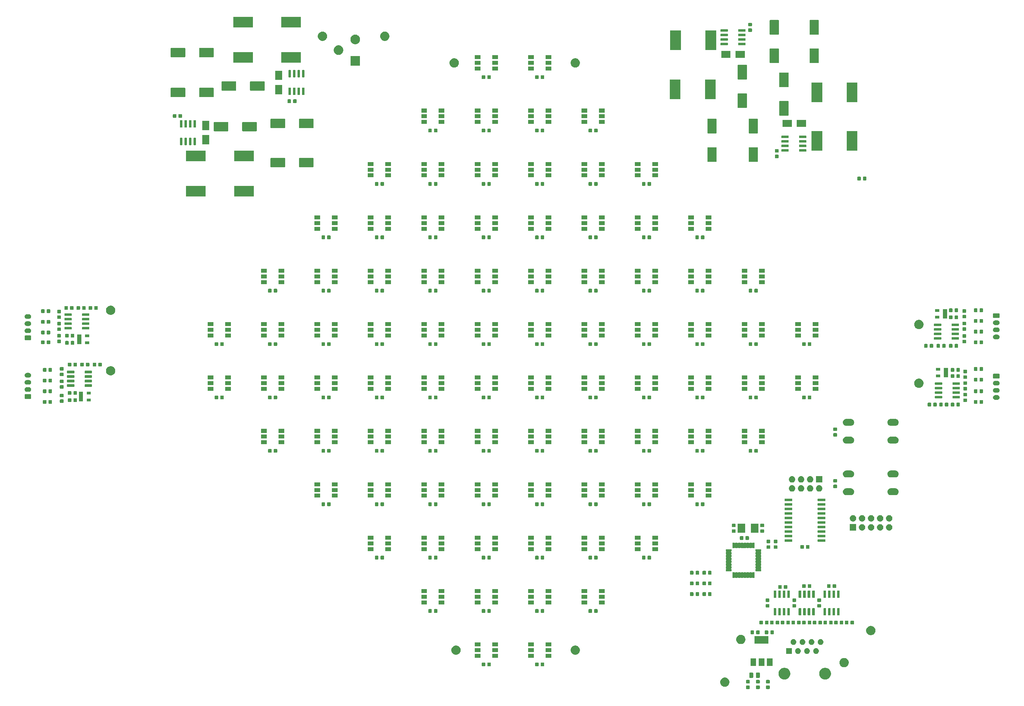
<source format=gbr>
G04 #@! TF.GenerationSoftware,KiCad,Pcbnew,(5.1.4)-1*
G04 #@! TF.CreationDate,2020-09-06T22:03:16+01:00*
G04 #@! TF.ProjectId,led-board,6c65642d-626f-4617-9264-2e6b69636164,rev?*
G04 #@! TF.SameCoordinates,Original*
G04 #@! TF.FileFunction,Soldermask,Top*
G04 #@! TF.FilePolarity,Negative*
%FSLAX46Y46*%
G04 Gerber Fmt 4.6, Leading zero omitted, Abs format (unit mm)*
G04 Created by KiCad (PCBNEW (5.1.4)-1) date 2020-09-06 22:03:16*
%MOMM*%
%LPD*%
G04 APERTURE LIST*
%ADD10C,0.100000*%
G04 APERTURE END LIST*
D10*
G36*
X278879591Y-237453085D02*
G01*
X278913569Y-237463393D01*
X278944890Y-237480134D01*
X278972339Y-237502661D01*
X278994866Y-237530110D01*
X279011607Y-237561431D01*
X279021915Y-237595409D01*
X279026000Y-237636890D01*
X279026000Y-238238110D01*
X279021915Y-238279591D01*
X279011607Y-238313569D01*
X278994866Y-238344890D01*
X278972339Y-238372339D01*
X278944890Y-238394866D01*
X278913569Y-238411607D01*
X278879591Y-238421915D01*
X278838110Y-238426000D01*
X278161890Y-238426000D01*
X278120409Y-238421915D01*
X278086431Y-238411607D01*
X278055110Y-238394866D01*
X278027661Y-238372339D01*
X278005134Y-238344890D01*
X277988393Y-238313569D01*
X277978085Y-238279591D01*
X277974000Y-238238110D01*
X277974000Y-237636890D01*
X277978085Y-237595409D01*
X277988393Y-237561431D01*
X278005134Y-237530110D01*
X278027661Y-237502661D01*
X278055110Y-237480134D01*
X278086431Y-237463393D01*
X278120409Y-237453085D01*
X278161890Y-237449000D01*
X278838110Y-237449000D01*
X278879591Y-237453085D01*
X278879591Y-237453085D01*
G37*
G36*
X281679591Y-237453085D02*
G01*
X281713569Y-237463393D01*
X281744890Y-237480134D01*
X281772339Y-237502661D01*
X281794866Y-237530110D01*
X281811607Y-237561431D01*
X281821915Y-237595409D01*
X281826000Y-237636890D01*
X281826000Y-238238110D01*
X281821915Y-238279591D01*
X281811607Y-238313569D01*
X281794866Y-238344890D01*
X281772339Y-238372339D01*
X281744890Y-238394866D01*
X281713569Y-238411607D01*
X281679591Y-238421915D01*
X281638110Y-238426000D01*
X280961890Y-238426000D01*
X280920409Y-238421915D01*
X280886431Y-238411607D01*
X280855110Y-238394866D01*
X280827661Y-238372339D01*
X280805134Y-238344890D01*
X280788393Y-238313569D01*
X280778085Y-238279591D01*
X280774000Y-238238110D01*
X280774000Y-237636890D01*
X280778085Y-237595409D01*
X280788393Y-237561431D01*
X280805134Y-237530110D01*
X280827661Y-237502661D01*
X280855110Y-237480134D01*
X280886431Y-237463393D01*
X280920409Y-237453085D01*
X280961890Y-237449000D01*
X281638110Y-237449000D01*
X281679591Y-237453085D01*
X281679591Y-237453085D01*
G37*
G36*
X284479591Y-237453085D02*
G01*
X284513569Y-237463393D01*
X284544890Y-237480134D01*
X284572339Y-237502661D01*
X284594866Y-237530110D01*
X284611607Y-237561431D01*
X284621915Y-237595409D01*
X284626000Y-237636890D01*
X284626000Y-238238110D01*
X284621915Y-238279591D01*
X284611607Y-238313569D01*
X284594866Y-238344890D01*
X284572339Y-238372339D01*
X284544890Y-238394866D01*
X284513569Y-238411607D01*
X284479591Y-238421915D01*
X284438110Y-238426000D01*
X283761890Y-238426000D01*
X283720409Y-238421915D01*
X283686431Y-238411607D01*
X283655110Y-238394866D01*
X283627661Y-238372339D01*
X283605134Y-238344890D01*
X283588393Y-238313569D01*
X283578085Y-238279591D01*
X283574000Y-238238110D01*
X283574000Y-237636890D01*
X283578085Y-237595409D01*
X283588393Y-237561431D01*
X283605134Y-237530110D01*
X283627661Y-237502661D01*
X283655110Y-237480134D01*
X283686431Y-237463393D01*
X283720409Y-237453085D01*
X283761890Y-237449000D01*
X284438110Y-237449000D01*
X284479591Y-237453085D01*
X284479591Y-237453085D01*
G37*
G36*
X272379487Y-235248996D02*
G01*
X272616253Y-235347068D01*
X272616255Y-235347069D01*
X272829339Y-235489447D01*
X273010553Y-235670661D01*
X273146420Y-235874000D01*
X273152932Y-235883747D01*
X273251004Y-236120513D01*
X273301000Y-236371861D01*
X273301000Y-236628139D01*
X273251004Y-236879487D01*
X273152932Y-237116253D01*
X273152931Y-237116255D01*
X273010553Y-237329339D01*
X272829339Y-237510553D01*
X272616255Y-237652931D01*
X272616254Y-237652932D01*
X272616253Y-237652932D01*
X272379487Y-237751004D01*
X272128139Y-237801000D01*
X271871861Y-237801000D01*
X271620513Y-237751004D01*
X271383747Y-237652932D01*
X271383746Y-237652932D01*
X271383745Y-237652931D01*
X271170661Y-237510553D01*
X270989447Y-237329339D01*
X270847069Y-237116255D01*
X270847068Y-237116253D01*
X270748996Y-236879487D01*
X270699000Y-236628139D01*
X270699000Y-236371861D01*
X270748996Y-236120513D01*
X270847068Y-235883747D01*
X270853581Y-235874000D01*
X270989447Y-235670661D01*
X271170661Y-235489447D01*
X271383745Y-235347069D01*
X271383747Y-235347068D01*
X271620513Y-235248996D01*
X271871861Y-235199000D01*
X272128139Y-235199000D01*
X272379487Y-235248996D01*
X272379487Y-235248996D01*
G37*
G36*
X284479591Y-235878085D02*
G01*
X284513569Y-235888393D01*
X284544890Y-235905134D01*
X284572339Y-235927661D01*
X284594866Y-235955110D01*
X284611607Y-235986431D01*
X284621915Y-236020409D01*
X284626000Y-236061890D01*
X284626000Y-236663110D01*
X284621915Y-236704591D01*
X284611607Y-236738569D01*
X284594866Y-236769890D01*
X284572339Y-236797339D01*
X284544890Y-236819866D01*
X284513569Y-236836607D01*
X284479591Y-236846915D01*
X284438110Y-236851000D01*
X283761890Y-236851000D01*
X283720409Y-236846915D01*
X283686431Y-236836607D01*
X283655110Y-236819866D01*
X283627661Y-236797339D01*
X283605134Y-236769890D01*
X283588393Y-236738569D01*
X283578085Y-236704591D01*
X283574000Y-236663110D01*
X283574000Y-236061890D01*
X283578085Y-236020409D01*
X283588393Y-235986431D01*
X283605134Y-235955110D01*
X283627661Y-235927661D01*
X283655110Y-235905134D01*
X283686431Y-235888393D01*
X283720409Y-235878085D01*
X283761890Y-235874000D01*
X284438110Y-235874000D01*
X284479591Y-235878085D01*
X284479591Y-235878085D01*
G37*
G36*
X281679591Y-235878085D02*
G01*
X281713569Y-235888393D01*
X281744890Y-235905134D01*
X281772339Y-235927661D01*
X281794866Y-235955110D01*
X281811607Y-235986431D01*
X281821915Y-236020409D01*
X281826000Y-236061890D01*
X281826000Y-236663110D01*
X281821915Y-236704591D01*
X281811607Y-236738569D01*
X281794866Y-236769890D01*
X281772339Y-236797339D01*
X281744890Y-236819866D01*
X281713569Y-236836607D01*
X281679591Y-236846915D01*
X281638110Y-236851000D01*
X280961890Y-236851000D01*
X280920409Y-236846915D01*
X280886431Y-236836607D01*
X280855110Y-236819866D01*
X280827661Y-236797339D01*
X280805134Y-236769890D01*
X280788393Y-236738569D01*
X280778085Y-236704591D01*
X280774000Y-236663110D01*
X280774000Y-236061890D01*
X280778085Y-236020409D01*
X280788393Y-235986431D01*
X280805134Y-235955110D01*
X280827661Y-235927661D01*
X280855110Y-235905134D01*
X280886431Y-235888393D01*
X280920409Y-235878085D01*
X280961890Y-235874000D01*
X281638110Y-235874000D01*
X281679591Y-235878085D01*
X281679591Y-235878085D01*
G37*
G36*
X278879591Y-235878085D02*
G01*
X278913569Y-235888393D01*
X278944890Y-235905134D01*
X278972339Y-235927661D01*
X278994866Y-235955110D01*
X279011607Y-235986431D01*
X279021915Y-236020409D01*
X279026000Y-236061890D01*
X279026000Y-236663110D01*
X279021915Y-236704591D01*
X279011607Y-236738569D01*
X278994866Y-236769890D01*
X278972339Y-236797339D01*
X278944890Y-236819866D01*
X278913569Y-236836607D01*
X278879591Y-236846915D01*
X278838110Y-236851000D01*
X278161890Y-236851000D01*
X278120409Y-236846915D01*
X278086431Y-236836607D01*
X278055110Y-236819866D01*
X278027661Y-236797339D01*
X278005134Y-236769890D01*
X277988393Y-236738569D01*
X277978085Y-236704591D01*
X277974000Y-236663110D01*
X277974000Y-236061890D01*
X277978085Y-236020409D01*
X277988393Y-235986431D01*
X278005134Y-235955110D01*
X278027661Y-235927661D01*
X278055110Y-235905134D01*
X278086431Y-235888393D01*
X278120409Y-235878085D01*
X278161890Y-235874000D01*
X278838110Y-235874000D01*
X278879591Y-235878085D01*
X278879591Y-235878085D01*
G37*
G36*
X300535256Y-232491298D02*
G01*
X300641579Y-232512447D01*
X300942042Y-232636903D01*
X301212451Y-232817585D01*
X301442415Y-233047549D01*
X301442416Y-233047551D01*
X301623098Y-233317960D01*
X301747553Y-233618422D01*
X301792499Y-233844377D01*
X301811000Y-233937391D01*
X301811000Y-234262609D01*
X301747553Y-234581579D01*
X301623097Y-234882042D01*
X301442415Y-235152451D01*
X301212451Y-235382415D01*
X300942042Y-235563097D01*
X300641579Y-235687553D01*
X300535256Y-235708702D01*
X300322611Y-235751000D01*
X299997389Y-235751000D01*
X299784744Y-235708702D01*
X299678421Y-235687553D01*
X299377958Y-235563097D01*
X299107549Y-235382415D01*
X298877585Y-235152451D01*
X298696903Y-234882042D01*
X298572447Y-234581579D01*
X298509000Y-234262609D01*
X298509000Y-233937391D01*
X298527502Y-233844377D01*
X298572447Y-233618422D01*
X298696902Y-233317960D01*
X298877584Y-233047551D01*
X298877585Y-233047549D01*
X299107549Y-232817585D01*
X299377958Y-232636903D01*
X299678421Y-232512447D01*
X299784744Y-232491298D01*
X299997389Y-232449000D01*
X300322611Y-232449000D01*
X300535256Y-232491298D01*
X300535256Y-232491298D01*
G37*
G36*
X289105256Y-232491298D02*
G01*
X289211579Y-232512447D01*
X289512042Y-232636903D01*
X289782451Y-232817585D01*
X290012415Y-233047549D01*
X290012416Y-233047551D01*
X290193098Y-233317960D01*
X290317553Y-233618422D01*
X290362499Y-233844377D01*
X290381000Y-233937391D01*
X290381000Y-234262609D01*
X290317553Y-234581579D01*
X290193097Y-234882042D01*
X290012415Y-235152451D01*
X289782451Y-235382415D01*
X289512042Y-235563097D01*
X289211579Y-235687553D01*
X289105256Y-235708702D01*
X288892611Y-235751000D01*
X288567389Y-235751000D01*
X288354744Y-235708702D01*
X288248421Y-235687553D01*
X287947958Y-235563097D01*
X287677549Y-235382415D01*
X287447585Y-235152451D01*
X287266903Y-234882042D01*
X287142447Y-234581579D01*
X287079000Y-234262609D01*
X287079000Y-233937391D01*
X287097502Y-233844377D01*
X287142447Y-233618422D01*
X287266902Y-233317960D01*
X287447584Y-233047551D01*
X287447585Y-233047549D01*
X287677549Y-232817585D01*
X287947958Y-232636903D01*
X288248421Y-232512447D01*
X288354744Y-232491298D01*
X288567389Y-232449000D01*
X288892611Y-232449000D01*
X289105256Y-232491298D01*
X289105256Y-232491298D01*
G37*
G36*
X281671968Y-233803565D02*
G01*
X281710638Y-233815296D01*
X281746277Y-233834346D01*
X281777517Y-233859983D01*
X281803154Y-233891223D01*
X281822204Y-233926862D01*
X281833935Y-233965532D01*
X281838500Y-234011888D01*
X281838500Y-235088112D01*
X281833935Y-235134468D01*
X281822204Y-235173138D01*
X281803154Y-235208777D01*
X281777517Y-235240017D01*
X281746277Y-235265654D01*
X281710638Y-235284704D01*
X281671968Y-235296435D01*
X281625612Y-235301000D01*
X280974388Y-235301000D01*
X280928032Y-235296435D01*
X280889362Y-235284704D01*
X280853723Y-235265654D01*
X280822483Y-235240017D01*
X280796846Y-235208777D01*
X280777796Y-235173138D01*
X280766065Y-235134468D01*
X280761500Y-235088112D01*
X280761500Y-234011888D01*
X280766065Y-233965532D01*
X280777796Y-233926862D01*
X280796846Y-233891223D01*
X280822483Y-233859983D01*
X280853723Y-233834346D01*
X280889362Y-233815296D01*
X280928032Y-233803565D01*
X280974388Y-233799000D01*
X281625612Y-233799000D01*
X281671968Y-233803565D01*
X281671968Y-233803565D01*
G37*
G36*
X279796968Y-233803565D02*
G01*
X279835638Y-233815296D01*
X279871277Y-233834346D01*
X279902517Y-233859983D01*
X279928154Y-233891223D01*
X279947204Y-233926862D01*
X279958935Y-233965532D01*
X279963500Y-234011888D01*
X279963500Y-235088112D01*
X279958935Y-235134468D01*
X279947204Y-235173138D01*
X279928154Y-235208777D01*
X279902517Y-235240017D01*
X279871277Y-235265654D01*
X279835638Y-235284704D01*
X279796968Y-235296435D01*
X279750612Y-235301000D01*
X279099388Y-235301000D01*
X279053032Y-235296435D01*
X279014362Y-235284704D01*
X278978723Y-235265654D01*
X278947483Y-235240017D01*
X278921846Y-235208777D01*
X278902796Y-235173138D01*
X278891065Y-235134468D01*
X278886500Y-235088112D01*
X278886500Y-234011888D01*
X278891065Y-233965532D01*
X278902796Y-233926862D01*
X278921846Y-233891223D01*
X278947483Y-233859983D01*
X278978723Y-233834346D01*
X279014362Y-233815296D01*
X279053032Y-233803565D01*
X279099388Y-233799000D01*
X279750612Y-233799000D01*
X279796968Y-233803565D01*
X279796968Y-233803565D01*
G37*
G36*
X305879487Y-229748996D02*
G01*
X306116253Y-229847068D01*
X306116255Y-229847069D01*
X306329339Y-229989447D01*
X306510553Y-230170661D01*
X306652932Y-230383747D01*
X306751004Y-230620513D01*
X306801000Y-230871861D01*
X306801000Y-231128139D01*
X306751004Y-231379487D01*
X306652932Y-231616253D01*
X306652931Y-231616255D01*
X306510553Y-231829339D01*
X306329339Y-232010553D01*
X306116255Y-232152931D01*
X306116254Y-232152932D01*
X306116253Y-232152932D01*
X305879487Y-232251004D01*
X305628139Y-232301000D01*
X305371861Y-232301000D01*
X305120513Y-232251004D01*
X304883747Y-232152932D01*
X304883746Y-232152932D01*
X304883745Y-232152931D01*
X304670661Y-232010553D01*
X304489447Y-231829339D01*
X304347069Y-231616255D01*
X304347068Y-231616253D01*
X304248996Y-231379487D01*
X304199000Y-231128139D01*
X304199000Y-230871861D01*
X304248996Y-230620513D01*
X304347068Y-230383747D01*
X304489447Y-230170661D01*
X304670661Y-229989447D01*
X304883745Y-229847069D01*
X304883747Y-229847068D01*
X305120513Y-229748996D01*
X305371861Y-229699000D01*
X305628139Y-229699000D01*
X305879487Y-229748996D01*
X305879487Y-229748996D01*
G37*
G36*
X219554591Y-230978085D02*
G01*
X219588569Y-230988393D01*
X219619890Y-231005134D01*
X219647339Y-231027661D01*
X219669866Y-231055110D01*
X219686607Y-231086431D01*
X219696915Y-231120409D01*
X219701000Y-231161890D01*
X219701000Y-231838110D01*
X219696915Y-231879591D01*
X219686607Y-231913569D01*
X219669866Y-231944890D01*
X219647339Y-231972339D01*
X219619890Y-231994866D01*
X219588569Y-232011607D01*
X219554591Y-232021915D01*
X219513110Y-232026000D01*
X218911890Y-232026000D01*
X218870409Y-232021915D01*
X218836431Y-232011607D01*
X218805110Y-231994866D01*
X218777661Y-231972339D01*
X218755134Y-231944890D01*
X218738393Y-231913569D01*
X218728085Y-231879591D01*
X218724000Y-231838110D01*
X218724000Y-231161890D01*
X218728085Y-231120409D01*
X218738393Y-231086431D01*
X218755134Y-231055110D01*
X218777661Y-231027661D01*
X218805110Y-231005134D01*
X218836431Y-230988393D01*
X218870409Y-230978085D01*
X218911890Y-230974000D01*
X219513110Y-230974000D01*
X219554591Y-230978085D01*
X219554591Y-230978085D01*
G37*
G36*
X221129591Y-230978085D02*
G01*
X221163569Y-230988393D01*
X221194890Y-231005134D01*
X221222339Y-231027661D01*
X221244866Y-231055110D01*
X221261607Y-231086431D01*
X221271915Y-231120409D01*
X221276000Y-231161890D01*
X221276000Y-231838110D01*
X221271915Y-231879591D01*
X221261607Y-231913569D01*
X221244866Y-231944890D01*
X221222339Y-231972339D01*
X221194890Y-231994866D01*
X221163569Y-232011607D01*
X221129591Y-232021915D01*
X221088110Y-232026000D01*
X220486890Y-232026000D01*
X220445409Y-232021915D01*
X220411431Y-232011607D01*
X220380110Y-231994866D01*
X220352661Y-231972339D01*
X220330134Y-231944890D01*
X220313393Y-231913569D01*
X220303085Y-231879591D01*
X220299000Y-231838110D01*
X220299000Y-231161890D01*
X220303085Y-231120409D01*
X220313393Y-231086431D01*
X220330134Y-231055110D01*
X220352661Y-231027661D01*
X220380110Y-231005134D01*
X220411431Y-230988393D01*
X220445409Y-230978085D01*
X220486890Y-230974000D01*
X221088110Y-230974000D01*
X221129591Y-230978085D01*
X221129591Y-230978085D01*
G37*
G36*
X206129591Y-230978085D02*
G01*
X206163569Y-230988393D01*
X206194890Y-231005134D01*
X206222339Y-231027661D01*
X206244866Y-231055110D01*
X206261607Y-231086431D01*
X206271915Y-231120409D01*
X206276000Y-231161890D01*
X206276000Y-231838110D01*
X206271915Y-231879591D01*
X206261607Y-231913569D01*
X206244866Y-231944890D01*
X206222339Y-231972339D01*
X206194890Y-231994866D01*
X206163569Y-232011607D01*
X206129591Y-232021915D01*
X206088110Y-232026000D01*
X205486890Y-232026000D01*
X205445409Y-232021915D01*
X205411431Y-232011607D01*
X205380110Y-231994866D01*
X205352661Y-231972339D01*
X205330134Y-231944890D01*
X205313393Y-231913569D01*
X205303085Y-231879591D01*
X205299000Y-231838110D01*
X205299000Y-231161890D01*
X205303085Y-231120409D01*
X205313393Y-231086431D01*
X205330134Y-231055110D01*
X205352661Y-231027661D01*
X205380110Y-231005134D01*
X205411431Y-230988393D01*
X205445409Y-230978085D01*
X205486890Y-230974000D01*
X206088110Y-230974000D01*
X206129591Y-230978085D01*
X206129591Y-230978085D01*
G37*
G36*
X204554591Y-230978085D02*
G01*
X204588569Y-230988393D01*
X204619890Y-231005134D01*
X204647339Y-231027661D01*
X204669866Y-231055110D01*
X204686607Y-231086431D01*
X204696915Y-231120409D01*
X204701000Y-231161890D01*
X204701000Y-231838110D01*
X204696915Y-231879591D01*
X204686607Y-231913569D01*
X204669866Y-231944890D01*
X204647339Y-231972339D01*
X204619890Y-231994866D01*
X204588569Y-232011607D01*
X204554591Y-232021915D01*
X204513110Y-232026000D01*
X203911890Y-232026000D01*
X203870409Y-232021915D01*
X203836431Y-232011607D01*
X203805110Y-231994866D01*
X203777661Y-231972339D01*
X203755134Y-231944890D01*
X203738393Y-231913569D01*
X203728085Y-231879591D01*
X203724000Y-231838110D01*
X203724000Y-231161890D01*
X203728085Y-231120409D01*
X203738393Y-231086431D01*
X203755134Y-231055110D01*
X203777661Y-231027661D01*
X203805110Y-231005134D01*
X203836431Y-230988393D01*
X203870409Y-230978085D01*
X203911890Y-230974000D01*
X204513110Y-230974000D01*
X204554591Y-230978085D01*
X204554591Y-230978085D01*
G37*
G36*
X285401000Y-231951000D02*
G01*
X283799000Y-231951000D01*
X283799000Y-229849000D01*
X285401000Y-229849000D01*
X285401000Y-231951000D01*
X285401000Y-231951000D01*
G37*
G36*
X280801000Y-231951000D02*
G01*
X279199000Y-231951000D01*
X279199000Y-229849000D01*
X280801000Y-229849000D01*
X280801000Y-231951000D01*
X280801000Y-231951000D01*
G37*
G36*
X283101000Y-231951000D02*
G01*
X281499000Y-231951000D01*
X281499000Y-229849000D01*
X283101000Y-229849000D01*
X283101000Y-231951000D01*
X283101000Y-231951000D01*
G37*
G36*
X223251000Y-229651000D02*
G01*
X221649000Y-229651000D01*
X221649000Y-228549000D01*
X223251000Y-228549000D01*
X223251000Y-229651000D01*
X223251000Y-229651000D01*
G37*
G36*
X203351000Y-229651000D02*
G01*
X201749000Y-229651000D01*
X201749000Y-228549000D01*
X203351000Y-228549000D01*
X203351000Y-229651000D01*
X203351000Y-229651000D01*
G37*
G36*
X208251000Y-229651000D02*
G01*
X206649000Y-229651000D01*
X206649000Y-228549000D01*
X208251000Y-228549000D01*
X208251000Y-229651000D01*
X208251000Y-229651000D01*
G37*
G36*
X218351000Y-229651000D02*
G01*
X216749000Y-229651000D01*
X216749000Y-228549000D01*
X218351000Y-228549000D01*
X218351000Y-229651000D01*
X218351000Y-229651000D01*
G37*
G36*
X230379487Y-226248996D02*
G01*
X230616253Y-226347068D01*
X230616255Y-226347069D01*
X230771799Y-226451000D01*
X230829339Y-226489447D01*
X231010553Y-226670661D01*
X231152932Y-226883747D01*
X231251004Y-227120513D01*
X231301000Y-227371861D01*
X231301000Y-227628139D01*
X231251004Y-227879487D01*
X231152932Y-228116253D01*
X231152931Y-228116255D01*
X231010553Y-228329339D01*
X230829339Y-228510553D01*
X230616255Y-228652931D01*
X230616254Y-228652932D01*
X230616253Y-228652932D01*
X230379487Y-228751004D01*
X230128139Y-228801000D01*
X229871861Y-228801000D01*
X229620513Y-228751004D01*
X229383747Y-228652932D01*
X229383746Y-228652932D01*
X229383745Y-228652931D01*
X229170661Y-228510553D01*
X228989447Y-228329339D01*
X228847069Y-228116255D01*
X228847068Y-228116253D01*
X228748996Y-227879487D01*
X228699000Y-227628139D01*
X228699000Y-227371861D01*
X228748996Y-227120513D01*
X228847068Y-226883747D01*
X228989447Y-226670661D01*
X229170661Y-226489447D01*
X229228201Y-226451000D01*
X229383745Y-226347069D01*
X229383747Y-226347068D01*
X229620513Y-226248996D01*
X229871861Y-226199000D01*
X230128139Y-226199000D01*
X230379487Y-226248996D01*
X230379487Y-226248996D01*
G37*
G36*
X196879487Y-226248996D02*
G01*
X197116253Y-226347068D01*
X197116255Y-226347069D01*
X197271799Y-226451000D01*
X197329339Y-226489447D01*
X197510553Y-226670661D01*
X197652932Y-226883747D01*
X197751004Y-227120513D01*
X197801000Y-227371861D01*
X197801000Y-227628139D01*
X197751004Y-227879487D01*
X197652932Y-228116253D01*
X197652931Y-228116255D01*
X197510553Y-228329339D01*
X197329339Y-228510553D01*
X197116255Y-228652931D01*
X197116254Y-228652932D01*
X197116253Y-228652932D01*
X196879487Y-228751004D01*
X196628139Y-228801000D01*
X196371861Y-228801000D01*
X196120513Y-228751004D01*
X195883747Y-228652932D01*
X195883746Y-228652932D01*
X195883745Y-228652931D01*
X195670661Y-228510553D01*
X195489447Y-228329339D01*
X195347069Y-228116255D01*
X195347068Y-228116253D01*
X195248996Y-227879487D01*
X195199000Y-227628139D01*
X195199000Y-227371861D01*
X195248996Y-227120513D01*
X195347068Y-226883747D01*
X195489447Y-226670661D01*
X195670661Y-226489447D01*
X195728201Y-226451000D01*
X195883745Y-226347069D01*
X195883747Y-226347068D01*
X196120513Y-226248996D01*
X196371861Y-226199000D01*
X196628139Y-226199000D01*
X196879487Y-226248996D01*
X196879487Y-226248996D01*
G37*
G36*
X295313642Y-226979781D02*
G01*
X295459414Y-227040162D01*
X295459416Y-227040163D01*
X295590608Y-227127822D01*
X295702178Y-227239392D01*
X295789837Y-227370584D01*
X295789838Y-227370586D01*
X295850219Y-227516358D01*
X295881000Y-227671107D01*
X295881000Y-227828893D01*
X295850219Y-227983642D01*
X295789838Y-228129414D01*
X295789837Y-228129416D01*
X295702178Y-228260608D01*
X295590608Y-228372178D01*
X295459416Y-228459837D01*
X295459415Y-228459838D01*
X295459414Y-228459838D01*
X295313642Y-228520219D01*
X295158893Y-228551000D01*
X295001107Y-228551000D01*
X294846358Y-228520219D01*
X294700586Y-228459838D01*
X294700585Y-228459838D01*
X294700584Y-228459837D01*
X294569392Y-228372178D01*
X294457822Y-228260608D01*
X294370163Y-228129416D01*
X294370162Y-228129414D01*
X294309781Y-227983642D01*
X294279000Y-227828893D01*
X294279000Y-227671107D01*
X294309781Y-227516358D01*
X294370162Y-227370586D01*
X294370163Y-227370584D01*
X294457822Y-227239392D01*
X294569392Y-227127822D01*
X294700584Y-227040163D01*
X294700586Y-227040162D01*
X294846358Y-226979781D01*
X295001107Y-226949000D01*
X295158893Y-226949000D01*
X295313642Y-226979781D01*
X295313642Y-226979781D01*
G37*
G36*
X297853642Y-226979781D02*
G01*
X297999414Y-227040162D01*
X297999416Y-227040163D01*
X298130608Y-227127822D01*
X298242178Y-227239392D01*
X298329837Y-227370584D01*
X298329838Y-227370586D01*
X298390219Y-227516358D01*
X298421000Y-227671107D01*
X298421000Y-227828893D01*
X298390219Y-227983642D01*
X298329838Y-228129414D01*
X298329837Y-228129416D01*
X298242178Y-228260608D01*
X298130608Y-228372178D01*
X297999416Y-228459837D01*
X297999415Y-228459838D01*
X297999414Y-228459838D01*
X297853642Y-228520219D01*
X297698893Y-228551000D01*
X297541107Y-228551000D01*
X297386358Y-228520219D01*
X297240586Y-228459838D01*
X297240585Y-228459838D01*
X297240584Y-228459837D01*
X297109392Y-228372178D01*
X296997822Y-228260608D01*
X296910163Y-228129416D01*
X296910162Y-228129414D01*
X296849781Y-227983642D01*
X296819000Y-227828893D01*
X296819000Y-227671107D01*
X296849781Y-227516358D01*
X296910162Y-227370586D01*
X296910163Y-227370584D01*
X296997822Y-227239392D01*
X297109392Y-227127822D01*
X297240584Y-227040163D01*
X297240586Y-227040162D01*
X297386358Y-226979781D01*
X297541107Y-226949000D01*
X297698893Y-226949000D01*
X297853642Y-226979781D01*
X297853642Y-226979781D01*
G37*
G36*
X292773642Y-226979781D02*
G01*
X292919414Y-227040162D01*
X292919416Y-227040163D01*
X293050608Y-227127822D01*
X293162178Y-227239392D01*
X293249837Y-227370584D01*
X293249838Y-227370586D01*
X293310219Y-227516358D01*
X293341000Y-227671107D01*
X293341000Y-227828893D01*
X293310219Y-227983642D01*
X293249838Y-228129414D01*
X293249837Y-228129416D01*
X293162178Y-228260608D01*
X293050608Y-228372178D01*
X292919416Y-228459837D01*
X292919415Y-228459838D01*
X292919414Y-228459838D01*
X292773642Y-228520219D01*
X292618893Y-228551000D01*
X292461107Y-228551000D01*
X292306358Y-228520219D01*
X292160586Y-228459838D01*
X292160585Y-228459838D01*
X292160584Y-228459837D01*
X292029392Y-228372178D01*
X291917822Y-228260608D01*
X291830163Y-228129416D01*
X291830162Y-228129414D01*
X291769781Y-227983642D01*
X291739000Y-227828893D01*
X291739000Y-227671107D01*
X291769781Y-227516358D01*
X291830162Y-227370586D01*
X291830163Y-227370584D01*
X291917822Y-227239392D01*
X292029392Y-227127822D01*
X292160584Y-227040163D01*
X292160586Y-227040162D01*
X292306358Y-226979781D01*
X292461107Y-226949000D01*
X292618893Y-226949000D01*
X292773642Y-226979781D01*
X292773642Y-226979781D01*
G37*
G36*
X290801000Y-228551000D02*
G01*
X289199000Y-228551000D01*
X289199000Y-226949000D01*
X290801000Y-226949000D01*
X290801000Y-228551000D01*
X290801000Y-228551000D01*
G37*
G36*
X218351000Y-228051000D02*
G01*
X216749000Y-228051000D01*
X216749000Y-226949000D01*
X218351000Y-226949000D01*
X218351000Y-228051000D01*
X218351000Y-228051000D01*
G37*
G36*
X208251000Y-228051000D02*
G01*
X206649000Y-228051000D01*
X206649000Y-226949000D01*
X208251000Y-226949000D01*
X208251000Y-228051000D01*
X208251000Y-228051000D01*
G37*
G36*
X203351000Y-228051000D02*
G01*
X201749000Y-228051000D01*
X201749000Y-226949000D01*
X203351000Y-226949000D01*
X203351000Y-228051000D01*
X203351000Y-228051000D01*
G37*
G36*
X223251000Y-228051000D02*
G01*
X221649000Y-228051000D01*
X221649000Y-226949000D01*
X223251000Y-226949000D01*
X223251000Y-228051000D01*
X223251000Y-228051000D01*
G37*
G36*
X223251000Y-226451000D02*
G01*
X221649000Y-226451000D01*
X221649000Y-225349000D01*
X223251000Y-225349000D01*
X223251000Y-226451000D01*
X223251000Y-226451000D01*
G37*
G36*
X218351000Y-226451000D02*
G01*
X216749000Y-226451000D01*
X216749000Y-225349000D01*
X218351000Y-225349000D01*
X218351000Y-226451000D01*
X218351000Y-226451000D01*
G37*
G36*
X208251000Y-226451000D02*
G01*
X206649000Y-226451000D01*
X206649000Y-225349000D01*
X208251000Y-225349000D01*
X208251000Y-226451000D01*
X208251000Y-226451000D01*
G37*
G36*
X203351000Y-226451000D02*
G01*
X201749000Y-226451000D01*
X201749000Y-225349000D01*
X203351000Y-225349000D01*
X203351000Y-226451000D01*
X203351000Y-226451000D01*
G37*
G36*
X291503642Y-224439781D02*
G01*
X291649414Y-224500162D01*
X291649416Y-224500163D01*
X291780608Y-224587822D01*
X291892178Y-224699392D01*
X291979837Y-224830584D01*
X291979838Y-224830586D01*
X292040219Y-224976358D01*
X292071000Y-225131107D01*
X292071000Y-225288893D01*
X292040219Y-225443642D01*
X292012503Y-225510553D01*
X291979837Y-225589416D01*
X291892178Y-225720608D01*
X291780608Y-225832178D01*
X291649416Y-225919837D01*
X291649415Y-225919838D01*
X291649414Y-225919838D01*
X291503642Y-225980219D01*
X291348893Y-226011000D01*
X291191107Y-226011000D01*
X291036358Y-225980219D01*
X290890586Y-225919838D01*
X290890585Y-225919838D01*
X290890584Y-225919837D01*
X290759392Y-225832178D01*
X290647822Y-225720608D01*
X290560163Y-225589416D01*
X290527497Y-225510553D01*
X290499781Y-225443642D01*
X290469000Y-225288893D01*
X290469000Y-225131107D01*
X290499781Y-224976358D01*
X290560162Y-224830586D01*
X290560163Y-224830584D01*
X290647822Y-224699392D01*
X290759392Y-224587822D01*
X290890584Y-224500163D01*
X290890586Y-224500162D01*
X291036358Y-224439781D01*
X291191107Y-224409000D01*
X291348893Y-224409000D01*
X291503642Y-224439781D01*
X291503642Y-224439781D01*
G37*
G36*
X296583642Y-224439781D02*
G01*
X296729414Y-224500162D01*
X296729416Y-224500163D01*
X296860608Y-224587822D01*
X296972178Y-224699392D01*
X297059837Y-224830584D01*
X297059838Y-224830586D01*
X297120219Y-224976358D01*
X297151000Y-225131107D01*
X297151000Y-225288893D01*
X297120219Y-225443642D01*
X297092503Y-225510553D01*
X297059837Y-225589416D01*
X296972178Y-225720608D01*
X296860608Y-225832178D01*
X296729416Y-225919837D01*
X296729415Y-225919838D01*
X296729414Y-225919838D01*
X296583642Y-225980219D01*
X296428893Y-226011000D01*
X296271107Y-226011000D01*
X296116358Y-225980219D01*
X295970586Y-225919838D01*
X295970585Y-225919838D01*
X295970584Y-225919837D01*
X295839392Y-225832178D01*
X295727822Y-225720608D01*
X295640163Y-225589416D01*
X295607497Y-225510553D01*
X295579781Y-225443642D01*
X295549000Y-225288893D01*
X295549000Y-225131107D01*
X295579781Y-224976358D01*
X295640162Y-224830586D01*
X295640163Y-224830584D01*
X295727822Y-224699392D01*
X295839392Y-224587822D01*
X295970584Y-224500163D01*
X295970586Y-224500162D01*
X296116358Y-224439781D01*
X296271107Y-224409000D01*
X296428893Y-224409000D01*
X296583642Y-224439781D01*
X296583642Y-224439781D01*
G37*
G36*
X299123642Y-224439781D02*
G01*
X299269414Y-224500162D01*
X299269416Y-224500163D01*
X299400608Y-224587822D01*
X299512178Y-224699392D01*
X299599837Y-224830584D01*
X299599838Y-224830586D01*
X299660219Y-224976358D01*
X299691000Y-225131107D01*
X299691000Y-225288893D01*
X299660219Y-225443642D01*
X299632503Y-225510553D01*
X299599837Y-225589416D01*
X299512178Y-225720608D01*
X299400608Y-225832178D01*
X299269416Y-225919837D01*
X299269415Y-225919838D01*
X299269414Y-225919838D01*
X299123642Y-225980219D01*
X298968893Y-226011000D01*
X298811107Y-226011000D01*
X298656358Y-225980219D01*
X298510586Y-225919838D01*
X298510585Y-225919838D01*
X298510584Y-225919837D01*
X298379392Y-225832178D01*
X298267822Y-225720608D01*
X298180163Y-225589416D01*
X298147497Y-225510553D01*
X298119781Y-225443642D01*
X298089000Y-225288893D01*
X298089000Y-225131107D01*
X298119781Y-224976358D01*
X298180162Y-224830586D01*
X298180163Y-224830584D01*
X298267822Y-224699392D01*
X298379392Y-224587822D01*
X298510584Y-224500163D01*
X298510586Y-224500162D01*
X298656358Y-224439781D01*
X298811107Y-224409000D01*
X298968893Y-224409000D01*
X299123642Y-224439781D01*
X299123642Y-224439781D01*
G37*
G36*
X294043642Y-224439781D02*
G01*
X294189414Y-224500162D01*
X294189416Y-224500163D01*
X294320608Y-224587822D01*
X294432178Y-224699392D01*
X294519837Y-224830584D01*
X294519838Y-224830586D01*
X294580219Y-224976358D01*
X294611000Y-225131107D01*
X294611000Y-225288893D01*
X294580219Y-225443642D01*
X294552503Y-225510553D01*
X294519837Y-225589416D01*
X294432178Y-225720608D01*
X294320608Y-225832178D01*
X294189416Y-225919837D01*
X294189415Y-225919838D01*
X294189414Y-225919838D01*
X294043642Y-225980219D01*
X293888893Y-226011000D01*
X293731107Y-226011000D01*
X293576358Y-225980219D01*
X293430586Y-225919838D01*
X293430585Y-225919838D01*
X293430584Y-225919837D01*
X293299392Y-225832178D01*
X293187822Y-225720608D01*
X293100163Y-225589416D01*
X293067497Y-225510553D01*
X293039781Y-225443642D01*
X293009000Y-225288893D01*
X293009000Y-225131107D01*
X293039781Y-224976358D01*
X293100162Y-224830586D01*
X293100163Y-224830584D01*
X293187822Y-224699392D01*
X293299392Y-224587822D01*
X293430584Y-224500163D01*
X293430586Y-224500162D01*
X293576358Y-224439781D01*
X293731107Y-224409000D01*
X293888893Y-224409000D01*
X294043642Y-224439781D01*
X294043642Y-224439781D01*
G37*
G36*
X276879487Y-223248996D02*
G01*
X277116253Y-223347068D01*
X277116255Y-223347069D01*
X277329339Y-223489447D01*
X277510553Y-223670661D01*
X277652932Y-223883747D01*
X277751004Y-224120513D01*
X277801000Y-224371861D01*
X277801000Y-224628139D01*
X277751004Y-224879487D01*
X277652932Y-225116253D01*
X277652931Y-225116255D01*
X277510553Y-225329339D01*
X277329339Y-225510553D01*
X277116255Y-225652931D01*
X277116254Y-225652932D01*
X277116253Y-225652932D01*
X276879487Y-225751004D01*
X276628139Y-225801000D01*
X276371861Y-225801000D01*
X276120513Y-225751004D01*
X275883747Y-225652932D01*
X275883746Y-225652932D01*
X275883745Y-225652931D01*
X275670661Y-225510553D01*
X275489447Y-225329339D01*
X275347069Y-225116255D01*
X275347068Y-225116253D01*
X275248996Y-224879487D01*
X275199000Y-224628139D01*
X275199000Y-224371861D01*
X275248996Y-224120513D01*
X275347068Y-223883747D01*
X275489447Y-223670661D01*
X275670661Y-223489447D01*
X275883745Y-223347069D01*
X275883747Y-223347068D01*
X276120513Y-223248996D01*
X276371861Y-223199000D01*
X276628139Y-223199000D01*
X276879487Y-223248996D01*
X276879487Y-223248996D01*
G37*
G36*
X284251000Y-225651000D02*
G01*
X280349000Y-225651000D01*
X280349000Y-223549000D01*
X284251000Y-223549000D01*
X284251000Y-225651000D01*
X284251000Y-225651000D01*
G37*
G36*
X313379487Y-220748996D02*
G01*
X313616253Y-220847068D01*
X313616255Y-220847069D01*
X313829339Y-220989447D01*
X314010553Y-221170661D01*
X314152932Y-221383747D01*
X314251004Y-221620513D01*
X314301000Y-221871861D01*
X314301000Y-222128139D01*
X314251004Y-222379487D01*
X314152932Y-222616253D01*
X314152931Y-222616255D01*
X314010553Y-222829339D01*
X313829339Y-223010553D01*
X313616255Y-223152931D01*
X313616254Y-223152932D01*
X313616253Y-223152932D01*
X313379487Y-223251004D01*
X313128139Y-223301000D01*
X312871861Y-223301000D01*
X312620513Y-223251004D01*
X312383747Y-223152932D01*
X312383746Y-223152932D01*
X312383745Y-223152931D01*
X312170661Y-223010553D01*
X311989447Y-222829339D01*
X311847069Y-222616255D01*
X311847068Y-222616253D01*
X311748996Y-222379487D01*
X311699000Y-222128139D01*
X311699000Y-221871861D01*
X311748996Y-221620513D01*
X311847068Y-221383747D01*
X311989447Y-221170661D01*
X312170661Y-220989447D01*
X312383745Y-220847069D01*
X312383747Y-220847068D01*
X312620513Y-220748996D01*
X312871861Y-220699000D01*
X313128139Y-220699000D01*
X313379487Y-220748996D01*
X313379487Y-220748996D01*
G37*
G36*
X280054591Y-221978085D02*
G01*
X280088569Y-221988393D01*
X280119890Y-222005134D01*
X280147339Y-222027661D01*
X280169866Y-222055110D01*
X280186607Y-222086431D01*
X280196915Y-222120409D01*
X280201000Y-222161890D01*
X280201000Y-222838110D01*
X280196915Y-222879591D01*
X280186607Y-222913569D01*
X280169866Y-222944890D01*
X280147339Y-222972339D01*
X280119890Y-222994866D01*
X280088569Y-223011607D01*
X280054591Y-223021915D01*
X280013110Y-223026000D01*
X279411890Y-223026000D01*
X279370409Y-223021915D01*
X279336431Y-223011607D01*
X279305110Y-222994866D01*
X279277661Y-222972339D01*
X279255134Y-222944890D01*
X279238393Y-222913569D01*
X279228085Y-222879591D01*
X279224000Y-222838110D01*
X279224000Y-222161890D01*
X279228085Y-222120409D01*
X279238393Y-222086431D01*
X279255134Y-222055110D01*
X279277661Y-222027661D01*
X279305110Y-222005134D01*
X279336431Y-221988393D01*
X279370409Y-221978085D01*
X279411890Y-221974000D01*
X280013110Y-221974000D01*
X280054591Y-221978085D01*
X280054591Y-221978085D01*
G37*
G36*
X285629591Y-221978085D02*
G01*
X285663569Y-221988393D01*
X285694890Y-222005134D01*
X285722339Y-222027661D01*
X285744866Y-222055110D01*
X285761607Y-222086431D01*
X285771915Y-222120409D01*
X285776000Y-222161890D01*
X285776000Y-222838110D01*
X285771915Y-222879591D01*
X285761607Y-222913569D01*
X285744866Y-222944890D01*
X285722339Y-222972339D01*
X285694890Y-222994866D01*
X285663569Y-223011607D01*
X285629591Y-223021915D01*
X285588110Y-223026000D01*
X284986890Y-223026000D01*
X284945409Y-223021915D01*
X284911431Y-223011607D01*
X284880110Y-222994866D01*
X284852661Y-222972339D01*
X284830134Y-222944890D01*
X284813393Y-222913569D01*
X284803085Y-222879591D01*
X284799000Y-222838110D01*
X284799000Y-222161890D01*
X284803085Y-222120409D01*
X284813393Y-222086431D01*
X284830134Y-222055110D01*
X284852661Y-222027661D01*
X284880110Y-222005134D01*
X284911431Y-221988393D01*
X284945409Y-221978085D01*
X284986890Y-221974000D01*
X285588110Y-221974000D01*
X285629591Y-221978085D01*
X285629591Y-221978085D01*
G37*
G36*
X284054591Y-221978085D02*
G01*
X284088569Y-221988393D01*
X284119890Y-222005134D01*
X284147339Y-222027661D01*
X284169866Y-222055110D01*
X284186607Y-222086431D01*
X284196915Y-222120409D01*
X284201000Y-222161890D01*
X284201000Y-222838110D01*
X284196915Y-222879591D01*
X284186607Y-222913569D01*
X284169866Y-222944890D01*
X284147339Y-222972339D01*
X284119890Y-222994866D01*
X284088569Y-223011607D01*
X284054591Y-223021915D01*
X284013110Y-223026000D01*
X283411890Y-223026000D01*
X283370409Y-223021915D01*
X283336431Y-223011607D01*
X283305110Y-222994866D01*
X283277661Y-222972339D01*
X283255134Y-222944890D01*
X283238393Y-222913569D01*
X283228085Y-222879591D01*
X283224000Y-222838110D01*
X283224000Y-222161890D01*
X283228085Y-222120409D01*
X283238393Y-222086431D01*
X283255134Y-222055110D01*
X283277661Y-222027661D01*
X283305110Y-222005134D01*
X283336431Y-221988393D01*
X283370409Y-221978085D01*
X283411890Y-221974000D01*
X284013110Y-221974000D01*
X284054591Y-221978085D01*
X284054591Y-221978085D01*
G37*
G36*
X281629591Y-221978085D02*
G01*
X281663569Y-221988393D01*
X281694890Y-222005134D01*
X281722339Y-222027661D01*
X281744866Y-222055110D01*
X281761607Y-222086431D01*
X281771915Y-222120409D01*
X281776000Y-222161890D01*
X281776000Y-222838110D01*
X281771915Y-222879591D01*
X281761607Y-222913569D01*
X281744866Y-222944890D01*
X281722339Y-222972339D01*
X281694890Y-222994866D01*
X281663569Y-223011607D01*
X281629591Y-223021915D01*
X281588110Y-223026000D01*
X280986890Y-223026000D01*
X280945409Y-223021915D01*
X280911431Y-223011607D01*
X280880110Y-222994866D01*
X280852661Y-222972339D01*
X280830134Y-222944890D01*
X280813393Y-222913569D01*
X280803085Y-222879591D01*
X280799000Y-222838110D01*
X280799000Y-222161890D01*
X280803085Y-222120409D01*
X280813393Y-222086431D01*
X280830134Y-222055110D01*
X280852661Y-222027661D01*
X280880110Y-222005134D01*
X280911431Y-221988393D01*
X280945409Y-221978085D01*
X280986890Y-221974000D01*
X281588110Y-221974000D01*
X281629591Y-221978085D01*
X281629591Y-221978085D01*
G37*
G36*
X308129591Y-219228085D02*
G01*
X308163569Y-219238393D01*
X308194890Y-219255134D01*
X308222339Y-219277661D01*
X308244866Y-219305110D01*
X308261607Y-219336431D01*
X308271915Y-219370409D01*
X308276000Y-219411890D01*
X308276000Y-220088110D01*
X308271915Y-220129591D01*
X308261607Y-220163569D01*
X308244866Y-220194890D01*
X308222339Y-220222339D01*
X308194890Y-220244866D01*
X308163569Y-220261607D01*
X308129591Y-220271915D01*
X308088110Y-220276000D01*
X307486890Y-220276000D01*
X307445409Y-220271915D01*
X307411431Y-220261607D01*
X307380110Y-220244866D01*
X307352661Y-220222339D01*
X307330134Y-220194890D01*
X307313393Y-220163569D01*
X307303085Y-220129591D01*
X307299000Y-220088110D01*
X307299000Y-219411890D01*
X307303085Y-219370409D01*
X307313393Y-219336431D01*
X307330134Y-219305110D01*
X307352661Y-219277661D01*
X307380110Y-219255134D01*
X307411431Y-219238393D01*
X307445409Y-219228085D01*
X307486890Y-219224000D01*
X308088110Y-219224000D01*
X308129591Y-219228085D01*
X308129591Y-219228085D01*
G37*
G36*
X284129591Y-219228085D02*
G01*
X284163569Y-219238393D01*
X284194890Y-219255134D01*
X284222339Y-219277661D01*
X284244866Y-219305110D01*
X284261607Y-219336431D01*
X284271915Y-219370409D01*
X284276000Y-219411890D01*
X284276000Y-220088110D01*
X284271915Y-220129591D01*
X284261607Y-220163569D01*
X284244866Y-220194890D01*
X284222339Y-220222339D01*
X284194890Y-220244866D01*
X284163569Y-220261607D01*
X284129591Y-220271915D01*
X284088110Y-220276000D01*
X283486890Y-220276000D01*
X283445409Y-220271915D01*
X283411431Y-220261607D01*
X283380110Y-220244866D01*
X283352661Y-220222339D01*
X283330134Y-220194890D01*
X283313393Y-220163569D01*
X283303085Y-220129591D01*
X283299000Y-220088110D01*
X283299000Y-219411890D01*
X283303085Y-219370409D01*
X283313393Y-219336431D01*
X283330134Y-219305110D01*
X283352661Y-219277661D01*
X283380110Y-219255134D01*
X283411431Y-219238393D01*
X283445409Y-219228085D01*
X283486890Y-219224000D01*
X284088110Y-219224000D01*
X284129591Y-219228085D01*
X284129591Y-219228085D01*
G37*
G36*
X303554591Y-219228085D02*
G01*
X303588569Y-219238393D01*
X303619890Y-219255134D01*
X303647339Y-219277661D01*
X303669866Y-219305110D01*
X303686607Y-219336431D01*
X303696915Y-219370409D01*
X303701000Y-219411890D01*
X303701000Y-220088110D01*
X303696915Y-220129591D01*
X303686607Y-220163569D01*
X303669866Y-220194890D01*
X303647339Y-220222339D01*
X303619890Y-220244866D01*
X303588569Y-220261607D01*
X303554591Y-220271915D01*
X303513110Y-220276000D01*
X302911890Y-220276000D01*
X302870409Y-220271915D01*
X302836431Y-220261607D01*
X302805110Y-220244866D01*
X302777661Y-220222339D01*
X302755134Y-220194890D01*
X302738393Y-220163569D01*
X302728085Y-220129591D01*
X302724000Y-220088110D01*
X302724000Y-219411890D01*
X302728085Y-219370409D01*
X302738393Y-219336431D01*
X302755134Y-219305110D01*
X302777661Y-219277661D01*
X302805110Y-219255134D01*
X302836431Y-219238393D01*
X302870409Y-219228085D01*
X302911890Y-219224000D01*
X303513110Y-219224000D01*
X303554591Y-219228085D01*
X303554591Y-219228085D01*
G37*
G36*
X305129591Y-219228085D02*
G01*
X305163569Y-219238393D01*
X305194890Y-219255134D01*
X305222339Y-219277661D01*
X305244866Y-219305110D01*
X305261607Y-219336431D01*
X305271915Y-219370409D01*
X305276000Y-219411890D01*
X305276000Y-220088110D01*
X305271915Y-220129591D01*
X305261607Y-220163569D01*
X305244866Y-220194890D01*
X305222339Y-220222339D01*
X305194890Y-220244866D01*
X305163569Y-220261607D01*
X305129591Y-220271915D01*
X305088110Y-220276000D01*
X304486890Y-220276000D01*
X304445409Y-220271915D01*
X304411431Y-220261607D01*
X304380110Y-220244866D01*
X304352661Y-220222339D01*
X304330134Y-220194890D01*
X304313393Y-220163569D01*
X304303085Y-220129591D01*
X304299000Y-220088110D01*
X304299000Y-219411890D01*
X304303085Y-219370409D01*
X304313393Y-219336431D01*
X304330134Y-219305110D01*
X304352661Y-219277661D01*
X304380110Y-219255134D01*
X304411431Y-219238393D01*
X304445409Y-219228085D01*
X304486890Y-219224000D01*
X305088110Y-219224000D01*
X305129591Y-219228085D01*
X305129591Y-219228085D01*
G37*
G36*
X296129591Y-219228085D02*
G01*
X296163569Y-219238393D01*
X296194890Y-219255134D01*
X296222339Y-219277661D01*
X296244866Y-219305110D01*
X296261607Y-219336431D01*
X296271915Y-219370409D01*
X296276000Y-219411890D01*
X296276000Y-220088110D01*
X296271915Y-220129591D01*
X296261607Y-220163569D01*
X296244866Y-220194890D01*
X296222339Y-220222339D01*
X296194890Y-220244866D01*
X296163569Y-220261607D01*
X296129591Y-220271915D01*
X296088110Y-220276000D01*
X295486890Y-220276000D01*
X295445409Y-220271915D01*
X295411431Y-220261607D01*
X295380110Y-220244866D01*
X295352661Y-220222339D01*
X295330134Y-220194890D01*
X295313393Y-220163569D01*
X295303085Y-220129591D01*
X295299000Y-220088110D01*
X295299000Y-219411890D01*
X295303085Y-219370409D01*
X295313393Y-219336431D01*
X295330134Y-219305110D01*
X295352661Y-219277661D01*
X295380110Y-219255134D01*
X295411431Y-219238393D01*
X295445409Y-219228085D01*
X295486890Y-219224000D01*
X296088110Y-219224000D01*
X296129591Y-219228085D01*
X296129591Y-219228085D01*
G37*
G36*
X299129591Y-219228085D02*
G01*
X299163569Y-219238393D01*
X299194890Y-219255134D01*
X299222339Y-219277661D01*
X299244866Y-219305110D01*
X299261607Y-219336431D01*
X299271915Y-219370409D01*
X299276000Y-219411890D01*
X299276000Y-220088110D01*
X299271915Y-220129591D01*
X299261607Y-220163569D01*
X299244866Y-220194890D01*
X299222339Y-220222339D01*
X299194890Y-220244866D01*
X299163569Y-220261607D01*
X299129591Y-220271915D01*
X299088110Y-220276000D01*
X298486890Y-220276000D01*
X298445409Y-220271915D01*
X298411431Y-220261607D01*
X298380110Y-220244866D01*
X298352661Y-220222339D01*
X298330134Y-220194890D01*
X298313393Y-220163569D01*
X298303085Y-220129591D01*
X298299000Y-220088110D01*
X298299000Y-219411890D01*
X298303085Y-219370409D01*
X298313393Y-219336431D01*
X298330134Y-219305110D01*
X298352661Y-219277661D01*
X298380110Y-219255134D01*
X298411431Y-219238393D01*
X298445409Y-219228085D01*
X298486890Y-219224000D01*
X299088110Y-219224000D01*
X299129591Y-219228085D01*
X299129591Y-219228085D01*
G37*
G36*
X297554591Y-219228085D02*
G01*
X297588569Y-219238393D01*
X297619890Y-219255134D01*
X297647339Y-219277661D01*
X297669866Y-219305110D01*
X297686607Y-219336431D01*
X297696915Y-219370409D01*
X297701000Y-219411890D01*
X297701000Y-220088110D01*
X297696915Y-220129591D01*
X297686607Y-220163569D01*
X297669866Y-220194890D01*
X297647339Y-220222339D01*
X297619890Y-220244866D01*
X297588569Y-220261607D01*
X297554591Y-220271915D01*
X297513110Y-220276000D01*
X296911890Y-220276000D01*
X296870409Y-220271915D01*
X296836431Y-220261607D01*
X296805110Y-220244866D01*
X296777661Y-220222339D01*
X296755134Y-220194890D01*
X296738393Y-220163569D01*
X296728085Y-220129591D01*
X296724000Y-220088110D01*
X296724000Y-219411890D01*
X296728085Y-219370409D01*
X296738393Y-219336431D01*
X296755134Y-219305110D01*
X296777661Y-219277661D01*
X296805110Y-219255134D01*
X296836431Y-219238393D01*
X296870409Y-219228085D01*
X296911890Y-219224000D01*
X297513110Y-219224000D01*
X297554591Y-219228085D01*
X297554591Y-219228085D01*
G37*
G36*
X302129591Y-219228085D02*
G01*
X302163569Y-219238393D01*
X302194890Y-219255134D01*
X302222339Y-219277661D01*
X302244866Y-219305110D01*
X302261607Y-219336431D01*
X302271915Y-219370409D01*
X302276000Y-219411890D01*
X302276000Y-220088110D01*
X302271915Y-220129591D01*
X302261607Y-220163569D01*
X302244866Y-220194890D01*
X302222339Y-220222339D01*
X302194890Y-220244866D01*
X302163569Y-220261607D01*
X302129591Y-220271915D01*
X302088110Y-220276000D01*
X301486890Y-220276000D01*
X301445409Y-220271915D01*
X301411431Y-220261607D01*
X301380110Y-220244866D01*
X301352661Y-220222339D01*
X301330134Y-220194890D01*
X301313393Y-220163569D01*
X301303085Y-220129591D01*
X301299000Y-220088110D01*
X301299000Y-219411890D01*
X301303085Y-219370409D01*
X301313393Y-219336431D01*
X301330134Y-219305110D01*
X301352661Y-219277661D01*
X301380110Y-219255134D01*
X301411431Y-219238393D01*
X301445409Y-219228085D01*
X301486890Y-219224000D01*
X302088110Y-219224000D01*
X302129591Y-219228085D01*
X302129591Y-219228085D01*
G37*
G36*
X300554591Y-219228085D02*
G01*
X300588569Y-219238393D01*
X300619890Y-219255134D01*
X300647339Y-219277661D01*
X300669866Y-219305110D01*
X300686607Y-219336431D01*
X300696915Y-219370409D01*
X300701000Y-219411890D01*
X300701000Y-220088110D01*
X300696915Y-220129591D01*
X300686607Y-220163569D01*
X300669866Y-220194890D01*
X300647339Y-220222339D01*
X300619890Y-220244866D01*
X300588569Y-220261607D01*
X300554591Y-220271915D01*
X300513110Y-220276000D01*
X299911890Y-220276000D01*
X299870409Y-220271915D01*
X299836431Y-220261607D01*
X299805110Y-220244866D01*
X299777661Y-220222339D01*
X299755134Y-220194890D01*
X299738393Y-220163569D01*
X299728085Y-220129591D01*
X299724000Y-220088110D01*
X299724000Y-219411890D01*
X299728085Y-219370409D01*
X299738393Y-219336431D01*
X299755134Y-219305110D01*
X299777661Y-219277661D01*
X299805110Y-219255134D01*
X299836431Y-219238393D01*
X299870409Y-219228085D01*
X299911890Y-219224000D01*
X300513110Y-219224000D01*
X300554591Y-219228085D01*
X300554591Y-219228085D01*
G37*
G36*
X306554591Y-219228085D02*
G01*
X306588569Y-219238393D01*
X306619890Y-219255134D01*
X306647339Y-219277661D01*
X306669866Y-219305110D01*
X306686607Y-219336431D01*
X306696915Y-219370409D01*
X306701000Y-219411890D01*
X306701000Y-220088110D01*
X306696915Y-220129591D01*
X306686607Y-220163569D01*
X306669866Y-220194890D01*
X306647339Y-220222339D01*
X306619890Y-220244866D01*
X306588569Y-220261607D01*
X306554591Y-220271915D01*
X306513110Y-220276000D01*
X305911890Y-220276000D01*
X305870409Y-220271915D01*
X305836431Y-220261607D01*
X305805110Y-220244866D01*
X305777661Y-220222339D01*
X305755134Y-220194890D01*
X305738393Y-220163569D01*
X305728085Y-220129591D01*
X305724000Y-220088110D01*
X305724000Y-219411890D01*
X305728085Y-219370409D01*
X305738393Y-219336431D01*
X305755134Y-219305110D01*
X305777661Y-219277661D01*
X305805110Y-219255134D01*
X305836431Y-219238393D01*
X305870409Y-219228085D01*
X305911890Y-219224000D01*
X306513110Y-219224000D01*
X306554591Y-219228085D01*
X306554591Y-219228085D01*
G37*
G36*
X282554591Y-219228085D02*
G01*
X282588569Y-219238393D01*
X282619890Y-219255134D01*
X282647339Y-219277661D01*
X282669866Y-219305110D01*
X282686607Y-219336431D01*
X282696915Y-219370409D01*
X282701000Y-219411890D01*
X282701000Y-220088110D01*
X282696915Y-220129591D01*
X282686607Y-220163569D01*
X282669866Y-220194890D01*
X282647339Y-220222339D01*
X282619890Y-220244866D01*
X282588569Y-220261607D01*
X282554591Y-220271915D01*
X282513110Y-220276000D01*
X281911890Y-220276000D01*
X281870409Y-220271915D01*
X281836431Y-220261607D01*
X281805110Y-220244866D01*
X281777661Y-220222339D01*
X281755134Y-220194890D01*
X281738393Y-220163569D01*
X281728085Y-220129591D01*
X281724000Y-220088110D01*
X281724000Y-219411890D01*
X281728085Y-219370409D01*
X281738393Y-219336431D01*
X281755134Y-219305110D01*
X281777661Y-219277661D01*
X281805110Y-219255134D01*
X281836431Y-219238393D01*
X281870409Y-219228085D01*
X281911890Y-219224000D01*
X282513110Y-219224000D01*
X282554591Y-219228085D01*
X282554591Y-219228085D01*
G37*
G36*
X287129591Y-219228085D02*
G01*
X287163569Y-219238393D01*
X287194890Y-219255134D01*
X287222339Y-219277661D01*
X287244866Y-219305110D01*
X287261607Y-219336431D01*
X287271915Y-219370409D01*
X287276000Y-219411890D01*
X287276000Y-220088110D01*
X287271915Y-220129591D01*
X287261607Y-220163569D01*
X287244866Y-220194890D01*
X287222339Y-220222339D01*
X287194890Y-220244866D01*
X287163569Y-220261607D01*
X287129591Y-220271915D01*
X287088110Y-220276000D01*
X286486890Y-220276000D01*
X286445409Y-220271915D01*
X286411431Y-220261607D01*
X286380110Y-220244866D01*
X286352661Y-220222339D01*
X286330134Y-220194890D01*
X286313393Y-220163569D01*
X286303085Y-220129591D01*
X286299000Y-220088110D01*
X286299000Y-219411890D01*
X286303085Y-219370409D01*
X286313393Y-219336431D01*
X286330134Y-219305110D01*
X286352661Y-219277661D01*
X286380110Y-219255134D01*
X286411431Y-219238393D01*
X286445409Y-219228085D01*
X286486890Y-219224000D01*
X287088110Y-219224000D01*
X287129591Y-219228085D01*
X287129591Y-219228085D01*
G37*
G36*
X288554591Y-219228085D02*
G01*
X288588569Y-219238393D01*
X288619890Y-219255134D01*
X288647339Y-219277661D01*
X288669866Y-219305110D01*
X288686607Y-219336431D01*
X288696915Y-219370409D01*
X288701000Y-219411890D01*
X288701000Y-220088110D01*
X288696915Y-220129591D01*
X288686607Y-220163569D01*
X288669866Y-220194890D01*
X288647339Y-220222339D01*
X288619890Y-220244866D01*
X288588569Y-220261607D01*
X288554591Y-220271915D01*
X288513110Y-220276000D01*
X287911890Y-220276000D01*
X287870409Y-220271915D01*
X287836431Y-220261607D01*
X287805110Y-220244866D01*
X287777661Y-220222339D01*
X287755134Y-220194890D01*
X287738393Y-220163569D01*
X287728085Y-220129591D01*
X287724000Y-220088110D01*
X287724000Y-219411890D01*
X287728085Y-219370409D01*
X287738393Y-219336431D01*
X287755134Y-219305110D01*
X287777661Y-219277661D01*
X287805110Y-219255134D01*
X287836431Y-219238393D01*
X287870409Y-219228085D01*
X287911890Y-219224000D01*
X288513110Y-219224000D01*
X288554591Y-219228085D01*
X288554591Y-219228085D01*
G37*
G36*
X290129591Y-219228085D02*
G01*
X290163569Y-219238393D01*
X290194890Y-219255134D01*
X290222339Y-219277661D01*
X290244866Y-219305110D01*
X290261607Y-219336431D01*
X290271915Y-219370409D01*
X290276000Y-219411890D01*
X290276000Y-220088110D01*
X290271915Y-220129591D01*
X290261607Y-220163569D01*
X290244866Y-220194890D01*
X290222339Y-220222339D01*
X290194890Y-220244866D01*
X290163569Y-220261607D01*
X290129591Y-220271915D01*
X290088110Y-220276000D01*
X289486890Y-220276000D01*
X289445409Y-220271915D01*
X289411431Y-220261607D01*
X289380110Y-220244866D01*
X289352661Y-220222339D01*
X289330134Y-220194890D01*
X289313393Y-220163569D01*
X289303085Y-220129591D01*
X289299000Y-220088110D01*
X289299000Y-219411890D01*
X289303085Y-219370409D01*
X289313393Y-219336431D01*
X289330134Y-219305110D01*
X289352661Y-219277661D01*
X289380110Y-219255134D01*
X289411431Y-219238393D01*
X289445409Y-219228085D01*
X289486890Y-219224000D01*
X290088110Y-219224000D01*
X290129591Y-219228085D01*
X290129591Y-219228085D01*
G37*
G36*
X291554591Y-219228085D02*
G01*
X291588569Y-219238393D01*
X291619890Y-219255134D01*
X291647339Y-219277661D01*
X291669866Y-219305110D01*
X291686607Y-219336431D01*
X291696915Y-219370409D01*
X291701000Y-219411890D01*
X291701000Y-220088110D01*
X291696915Y-220129591D01*
X291686607Y-220163569D01*
X291669866Y-220194890D01*
X291647339Y-220222339D01*
X291619890Y-220244866D01*
X291588569Y-220261607D01*
X291554591Y-220271915D01*
X291513110Y-220276000D01*
X290911890Y-220276000D01*
X290870409Y-220271915D01*
X290836431Y-220261607D01*
X290805110Y-220244866D01*
X290777661Y-220222339D01*
X290755134Y-220194890D01*
X290738393Y-220163569D01*
X290728085Y-220129591D01*
X290724000Y-220088110D01*
X290724000Y-219411890D01*
X290728085Y-219370409D01*
X290738393Y-219336431D01*
X290755134Y-219305110D01*
X290777661Y-219277661D01*
X290805110Y-219255134D01*
X290836431Y-219238393D01*
X290870409Y-219228085D01*
X290911890Y-219224000D01*
X291513110Y-219224000D01*
X291554591Y-219228085D01*
X291554591Y-219228085D01*
G37*
G36*
X293129591Y-219228085D02*
G01*
X293163569Y-219238393D01*
X293194890Y-219255134D01*
X293222339Y-219277661D01*
X293244866Y-219305110D01*
X293261607Y-219336431D01*
X293271915Y-219370409D01*
X293276000Y-219411890D01*
X293276000Y-220088110D01*
X293271915Y-220129591D01*
X293261607Y-220163569D01*
X293244866Y-220194890D01*
X293222339Y-220222339D01*
X293194890Y-220244866D01*
X293163569Y-220261607D01*
X293129591Y-220271915D01*
X293088110Y-220276000D01*
X292486890Y-220276000D01*
X292445409Y-220271915D01*
X292411431Y-220261607D01*
X292380110Y-220244866D01*
X292352661Y-220222339D01*
X292330134Y-220194890D01*
X292313393Y-220163569D01*
X292303085Y-220129591D01*
X292299000Y-220088110D01*
X292299000Y-219411890D01*
X292303085Y-219370409D01*
X292313393Y-219336431D01*
X292330134Y-219305110D01*
X292352661Y-219277661D01*
X292380110Y-219255134D01*
X292411431Y-219238393D01*
X292445409Y-219228085D01*
X292486890Y-219224000D01*
X293088110Y-219224000D01*
X293129591Y-219228085D01*
X293129591Y-219228085D01*
G37*
G36*
X285554591Y-219228085D02*
G01*
X285588569Y-219238393D01*
X285619890Y-219255134D01*
X285647339Y-219277661D01*
X285669866Y-219305110D01*
X285686607Y-219336431D01*
X285696915Y-219370409D01*
X285701000Y-219411890D01*
X285701000Y-220088110D01*
X285696915Y-220129591D01*
X285686607Y-220163569D01*
X285669866Y-220194890D01*
X285647339Y-220222339D01*
X285619890Y-220244866D01*
X285588569Y-220261607D01*
X285554591Y-220271915D01*
X285513110Y-220276000D01*
X284911890Y-220276000D01*
X284870409Y-220271915D01*
X284836431Y-220261607D01*
X284805110Y-220244866D01*
X284777661Y-220222339D01*
X284755134Y-220194890D01*
X284738393Y-220163569D01*
X284728085Y-220129591D01*
X284724000Y-220088110D01*
X284724000Y-219411890D01*
X284728085Y-219370409D01*
X284738393Y-219336431D01*
X284755134Y-219305110D01*
X284777661Y-219277661D01*
X284805110Y-219255134D01*
X284836431Y-219238393D01*
X284870409Y-219228085D01*
X284911890Y-219224000D01*
X285513110Y-219224000D01*
X285554591Y-219228085D01*
X285554591Y-219228085D01*
G37*
G36*
X294554591Y-219228085D02*
G01*
X294588569Y-219238393D01*
X294619890Y-219255134D01*
X294647339Y-219277661D01*
X294669866Y-219305110D01*
X294686607Y-219336431D01*
X294696915Y-219370409D01*
X294701000Y-219411890D01*
X294701000Y-220088110D01*
X294696915Y-220129591D01*
X294686607Y-220163569D01*
X294669866Y-220194890D01*
X294647339Y-220222339D01*
X294619890Y-220244866D01*
X294588569Y-220261607D01*
X294554591Y-220271915D01*
X294513110Y-220276000D01*
X293911890Y-220276000D01*
X293870409Y-220271915D01*
X293836431Y-220261607D01*
X293805110Y-220244866D01*
X293777661Y-220222339D01*
X293755134Y-220194890D01*
X293738393Y-220163569D01*
X293728085Y-220129591D01*
X293724000Y-220088110D01*
X293724000Y-219411890D01*
X293728085Y-219370409D01*
X293738393Y-219336431D01*
X293755134Y-219305110D01*
X293777661Y-219277661D01*
X293805110Y-219255134D01*
X293836431Y-219238393D01*
X293870409Y-219228085D01*
X293911890Y-219224000D01*
X294513110Y-219224000D01*
X294554591Y-219228085D01*
X294554591Y-219228085D01*
G37*
G36*
X286354928Y-215701764D02*
G01*
X286376009Y-215708160D01*
X286395445Y-215718548D01*
X286412476Y-215732524D01*
X286426452Y-215749555D01*
X286436840Y-215768991D01*
X286443236Y-215790072D01*
X286446000Y-215818140D01*
X286446000Y-217631860D01*
X286443236Y-217659928D01*
X286436840Y-217681009D01*
X286426452Y-217700445D01*
X286412476Y-217717476D01*
X286395445Y-217731452D01*
X286376009Y-217741840D01*
X286354928Y-217748236D01*
X286326860Y-217751000D01*
X285863140Y-217751000D01*
X285835072Y-217748236D01*
X285813991Y-217741840D01*
X285794555Y-217731452D01*
X285777524Y-217717476D01*
X285763548Y-217700445D01*
X285753160Y-217681009D01*
X285746764Y-217659928D01*
X285744000Y-217631860D01*
X285744000Y-215818140D01*
X285746764Y-215790072D01*
X285753160Y-215768991D01*
X285763548Y-215749555D01*
X285777524Y-215732524D01*
X285794555Y-215718548D01*
X285813991Y-215708160D01*
X285835072Y-215701764D01*
X285863140Y-215699000D01*
X286326860Y-215699000D01*
X286354928Y-215701764D01*
X286354928Y-215701764D01*
G37*
G36*
X297164928Y-215701764D02*
G01*
X297186009Y-215708160D01*
X297205445Y-215718548D01*
X297222476Y-215732524D01*
X297236452Y-215749555D01*
X297246840Y-215768991D01*
X297253236Y-215790072D01*
X297256000Y-215818140D01*
X297256000Y-217631860D01*
X297253236Y-217659928D01*
X297246840Y-217681009D01*
X297236452Y-217700445D01*
X297222476Y-217717476D01*
X297205445Y-217731452D01*
X297186009Y-217741840D01*
X297164928Y-217748236D01*
X297136860Y-217751000D01*
X296673140Y-217751000D01*
X296645072Y-217748236D01*
X296623991Y-217741840D01*
X296604555Y-217731452D01*
X296587524Y-217717476D01*
X296573548Y-217700445D01*
X296563160Y-217681009D01*
X296556764Y-217659928D01*
X296554000Y-217631860D01*
X296554000Y-215818140D01*
X296556764Y-215790072D01*
X296563160Y-215768991D01*
X296573548Y-215749555D01*
X296587524Y-215732524D01*
X296604555Y-215718548D01*
X296623991Y-215708160D01*
X296645072Y-215701764D01*
X296673140Y-215699000D01*
X297136860Y-215699000D01*
X297164928Y-215701764D01*
X297164928Y-215701764D01*
G37*
G36*
X294624928Y-215701764D02*
G01*
X294646009Y-215708160D01*
X294665445Y-215718548D01*
X294682476Y-215732524D01*
X294696452Y-215749555D01*
X294706840Y-215768991D01*
X294713236Y-215790072D01*
X294716000Y-215818140D01*
X294716000Y-217631860D01*
X294713236Y-217659928D01*
X294706840Y-217681009D01*
X294696452Y-217700445D01*
X294682476Y-217717476D01*
X294665445Y-217731452D01*
X294646009Y-217741840D01*
X294624928Y-217748236D01*
X294596860Y-217751000D01*
X294133140Y-217751000D01*
X294105072Y-217748236D01*
X294083991Y-217741840D01*
X294064555Y-217731452D01*
X294047524Y-217717476D01*
X294033548Y-217700445D01*
X294023160Y-217681009D01*
X294016764Y-217659928D01*
X294014000Y-217631860D01*
X294014000Y-215818140D01*
X294016764Y-215790072D01*
X294023160Y-215768991D01*
X294033548Y-215749555D01*
X294047524Y-215732524D01*
X294064555Y-215718548D01*
X294083991Y-215708160D01*
X294105072Y-215701764D01*
X294133140Y-215699000D01*
X294596860Y-215699000D01*
X294624928Y-215701764D01*
X294624928Y-215701764D01*
G37*
G36*
X293354928Y-215701764D02*
G01*
X293376009Y-215708160D01*
X293395445Y-215718548D01*
X293412476Y-215732524D01*
X293426452Y-215749555D01*
X293436840Y-215768991D01*
X293443236Y-215790072D01*
X293446000Y-215818140D01*
X293446000Y-217631860D01*
X293443236Y-217659928D01*
X293436840Y-217681009D01*
X293426452Y-217700445D01*
X293412476Y-217717476D01*
X293395445Y-217731452D01*
X293376009Y-217741840D01*
X293354928Y-217748236D01*
X293326860Y-217751000D01*
X292863140Y-217751000D01*
X292835072Y-217748236D01*
X292813991Y-217741840D01*
X292794555Y-217731452D01*
X292777524Y-217717476D01*
X292763548Y-217700445D01*
X292753160Y-217681009D01*
X292746764Y-217659928D01*
X292744000Y-217631860D01*
X292744000Y-215818140D01*
X292746764Y-215790072D01*
X292753160Y-215768991D01*
X292763548Y-215749555D01*
X292777524Y-215732524D01*
X292794555Y-215718548D01*
X292813991Y-215708160D01*
X292835072Y-215701764D01*
X292863140Y-215699000D01*
X293326860Y-215699000D01*
X293354928Y-215701764D01*
X293354928Y-215701764D01*
G37*
G36*
X287624928Y-215701764D02*
G01*
X287646009Y-215708160D01*
X287665445Y-215718548D01*
X287682476Y-215732524D01*
X287696452Y-215749555D01*
X287706840Y-215768991D01*
X287713236Y-215790072D01*
X287716000Y-215818140D01*
X287716000Y-217631860D01*
X287713236Y-217659928D01*
X287706840Y-217681009D01*
X287696452Y-217700445D01*
X287682476Y-217717476D01*
X287665445Y-217731452D01*
X287646009Y-217741840D01*
X287624928Y-217748236D01*
X287596860Y-217751000D01*
X287133140Y-217751000D01*
X287105072Y-217748236D01*
X287083991Y-217741840D01*
X287064555Y-217731452D01*
X287047524Y-217717476D01*
X287033548Y-217700445D01*
X287023160Y-217681009D01*
X287016764Y-217659928D01*
X287014000Y-217631860D01*
X287014000Y-215818140D01*
X287016764Y-215790072D01*
X287023160Y-215768991D01*
X287033548Y-215749555D01*
X287047524Y-215732524D01*
X287064555Y-215718548D01*
X287083991Y-215708160D01*
X287105072Y-215701764D01*
X287133140Y-215699000D01*
X287596860Y-215699000D01*
X287624928Y-215701764D01*
X287624928Y-215701764D01*
G37*
G36*
X288894928Y-215701764D02*
G01*
X288916009Y-215708160D01*
X288935445Y-215718548D01*
X288952476Y-215732524D01*
X288966452Y-215749555D01*
X288976840Y-215768991D01*
X288983236Y-215790072D01*
X288986000Y-215818140D01*
X288986000Y-217631860D01*
X288983236Y-217659928D01*
X288976840Y-217681009D01*
X288966452Y-217700445D01*
X288952476Y-217717476D01*
X288935445Y-217731452D01*
X288916009Y-217741840D01*
X288894928Y-217748236D01*
X288866860Y-217751000D01*
X288403140Y-217751000D01*
X288375072Y-217748236D01*
X288353991Y-217741840D01*
X288334555Y-217731452D01*
X288317524Y-217717476D01*
X288303548Y-217700445D01*
X288293160Y-217681009D01*
X288286764Y-217659928D01*
X288284000Y-217631860D01*
X288284000Y-215818140D01*
X288286764Y-215790072D01*
X288293160Y-215768991D01*
X288303548Y-215749555D01*
X288317524Y-215732524D01*
X288334555Y-215718548D01*
X288353991Y-215708160D01*
X288375072Y-215701764D01*
X288403140Y-215699000D01*
X288866860Y-215699000D01*
X288894928Y-215701764D01*
X288894928Y-215701764D01*
G37*
G36*
X300354928Y-215701764D02*
G01*
X300376009Y-215708160D01*
X300395445Y-215718548D01*
X300412476Y-215732524D01*
X300426452Y-215749555D01*
X300436840Y-215768991D01*
X300443236Y-215790072D01*
X300446000Y-215818140D01*
X300446000Y-217631860D01*
X300443236Y-217659928D01*
X300436840Y-217681009D01*
X300426452Y-217700445D01*
X300412476Y-217717476D01*
X300395445Y-217731452D01*
X300376009Y-217741840D01*
X300354928Y-217748236D01*
X300326860Y-217751000D01*
X299863140Y-217751000D01*
X299835072Y-217748236D01*
X299813991Y-217741840D01*
X299794555Y-217731452D01*
X299777524Y-217717476D01*
X299763548Y-217700445D01*
X299753160Y-217681009D01*
X299746764Y-217659928D01*
X299744000Y-217631860D01*
X299744000Y-215818140D01*
X299746764Y-215790072D01*
X299753160Y-215768991D01*
X299763548Y-215749555D01*
X299777524Y-215732524D01*
X299794555Y-215718548D01*
X299813991Y-215708160D01*
X299835072Y-215701764D01*
X299863140Y-215699000D01*
X300326860Y-215699000D01*
X300354928Y-215701764D01*
X300354928Y-215701764D01*
G37*
G36*
X304164928Y-215701764D02*
G01*
X304186009Y-215708160D01*
X304205445Y-215718548D01*
X304222476Y-215732524D01*
X304236452Y-215749555D01*
X304246840Y-215768991D01*
X304253236Y-215790072D01*
X304256000Y-215818140D01*
X304256000Y-217631860D01*
X304253236Y-217659928D01*
X304246840Y-217681009D01*
X304236452Y-217700445D01*
X304222476Y-217717476D01*
X304205445Y-217731452D01*
X304186009Y-217741840D01*
X304164928Y-217748236D01*
X304136860Y-217751000D01*
X303673140Y-217751000D01*
X303645072Y-217748236D01*
X303623991Y-217741840D01*
X303604555Y-217731452D01*
X303587524Y-217717476D01*
X303573548Y-217700445D01*
X303563160Y-217681009D01*
X303556764Y-217659928D01*
X303554000Y-217631860D01*
X303554000Y-215818140D01*
X303556764Y-215790072D01*
X303563160Y-215768991D01*
X303573548Y-215749555D01*
X303587524Y-215732524D01*
X303604555Y-215718548D01*
X303623991Y-215708160D01*
X303645072Y-215701764D01*
X303673140Y-215699000D01*
X304136860Y-215699000D01*
X304164928Y-215701764D01*
X304164928Y-215701764D01*
G37*
G36*
X301624928Y-215701764D02*
G01*
X301646009Y-215708160D01*
X301665445Y-215718548D01*
X301682476Y-215732524D01*
X301696452Y-215749555D01*
X301706840Y-215768991D01*
X301713236Y-215790072D01*
X301716000Y-215818140D01*
X301716000Y-217631860D01*
X301713236Y-217659928D01*
X301706840Y-217681009D01*
X301696452Y-217700445D01*
X301682476Y-217717476D01*
X301665445Y-217731452D01*
X301646009Y-217741840D01*
X301624928Y-217748236D01*
X301596860Y-217751000D01*
X301133140Y-217751000D01*
X301105072Y-217748236D01*
X301083991Y-217741840D01*
X301064555Y-217731452D01*
X301047524Y-217717476D01*
X301033548Y-217700445D01*
X301023160Y-217681009D01*
X301016764Y-217659928D01*
X301014000Y-217631860D01*
X301014000Y-215818140D01*
X301016764Y-215790072D01*
X301023160Y-215768991D01*
X301033548Y-215749555D01*
X301047524Y-215732524D01*
X301064555Y-215718548D01*
X301083991Y-215708160D01*
X301105072Y-215701764D01*
X301133140Y-215699000D01*
X301596860Y-215699000D01*
X301624928Y-215701764D01*
X301624928Y-215701764D01*
G37*
G36*
X302894928Y-215701764D02*
G01*
X302916009Y-215708160D01*
X302935445Y-215718548D01*
X302952476Y-215732524D01*
X302966452Y-215749555D01*
X302976840Y-215768991D01*
X302983236Y-215790072D01*
X302986000Y-215818140D01*
X302986000Y-217631860D01*
X302983236Y-217659928D01*
X302976840Y-217681009D01*
X302966452Y-217700445D01*
X302952476Y-217717476D01*
X302935445Y-217731452D01*
X302916009Y-217741840D01*
X302894928Y-217748236D01*
X302866860Y-217751000D01*
X302403140Y-217751000D01*
X302375072Y-217748236D01*
X302353991Y-217741840D01*
X302334555Y-217731452D01*
X302317524Y-217717476D01*
X302303548Y-217700445D01*
X302293160Y-217681009D01*
X302286764Y-217659928D01*
X302284000Y-217631860D01*
X302284000Y-215818140D01*
X302286764Y-215790072D01*
X302293160Y-215768991D01*
X302303548Y-215749555D01*
X302317524Y-215732524D01*
X302334555Y-215718548D01*
X302353991Y-215708160D01*
X302375072Y-215701764D01*
X302403140Y-215699000D01*
X302866860Y-215699000D01*
X302894928Y-215701764D01*
X302894928Y-215701764D01*
G37*
G36*
X295894928Y-215701764D02*
G01*
X295916009Y-215708160D01*
X295935445Y-215718548D01*
X295952476Y-215732524D01*
X295966452Y-215749555D01*
X295976840Y-215768991D01*
X295983236Y-215790072D01*
X295986000Y-215818140D01*
X295986000Y-217631860D01*
X295983236Y-217659928D01*
X295976840Y-217681009D01*
X295966452Y-217700445D01*
X295952476Y-217717476D01*
X295935445Y-217731452D01*
X295916009Y-217741840D01*
X295894928Y-217748236D01*
X295866860Y-217751000D01*
X295403140Y-217751000D01*
X295375072Y-217748236D01*
X295353991Y-217741840D01*
X295334555Y-217731452D01*
X295317524Y-217717476D01*
X295303548Y-217700445D01*
X295293160Y-217681009D01*
X295286764Y-217659928D01*
X295284000Y-217631860D01*
X295284000Y-215818140D01*
X295286764Y-215790072D01*
X295293160Y-215768991D01*
X295303548Y-215749555D01*
X295317524Y-215732524D01*
X295334555Y-215718548D01*
X295353991Y-215708160D01*
X295375072Y-215701764D01*
X295403140Y-215699000D01*
X295866860Y-215699000D01*
X295894928Y-215701764D01*
X295894928Y-215701764D01*
G37*
G36*
X290164928Y-215701764D02*
G01*
X290186009Y-215708160D01*
X290205445Y-215718548D01*
X290222476Y-215732524D01*
X290236452Y-215749555D01*
X290246840Y-215768991D01*
X290253236Y-215790072D01*
X290256000Y-215818140D01*
X290256000Y-217631860D01*
X290253236Y-217659928D01*
X290246840Y-217681009D01*
X290236452Y-217700445D01*
X290222476Y-217717476D01*
X290205445Y-217731452D01*
X290186009Y-217741840D01*
X290164928Y-217748236D01*
X290136860Y-217751000D01*
X289673140Y-217751000D01*
X289645072Y-217748236D01*
X289623991Y-217741840D01*
X289604555Y-217731452D01*
X289587524Y-217717476D01*
X289573548Y-217700445D01*
X289563160Y-217681009D01*
X289556764Y-217659928D01*
X289554000Y-217631860D01*
X289554000Y-215818140D01*
X289556764Y-215790072D01*
X289563160Y-215768991D01*
X289573548Y-215749555D01*
X289587524Y-215732524D01*
X289604555Y-215718548D01*
X289623991Y-215708160D01*
X289645072Y-215701764D01*
X289673140Y-215699000D01*
X290136860Y-215699000D01*
X290164928Y-215701764D01*
X290164928Y-215701764D01*
G37*
G36*
X221129591Y-215978085D02*
G01*
X221163569Y-215988393D01*
X221194890Y-216005134D01*
X221222339Y-216027661D01*
X221244866Y-216055110D01*
X221261607Y-216086431D01*
X221271915Y-216120409D01*
X221276000Y-216161890D01*
X221276000Y-216838110D01*
X221271915Y-216879591D01*
X221261607Y-216913569D01*
X221244866Y-216944890D01*
X221222339Y-216972339D01*
X221194890Y-216994866D01*
X221163569Y-217011607D01*
X221129591Y-217021915D01*
X221088110Y-217026000D01*
X220486890Y-217026000D01*
X220445409Y-217021915D01*
X220411431Y-217011607D01*
X220380110Y-216994866D01*
X220352661Y-216972339D01*
X220330134Y-216944890D01*
X220313393Y-216913569D01*
X220303085Y-216879591D01*
X220299000Y-216838110D01*
X220299000Y-216161890D01*
X220303085Y-216120409D01*
X220313393Y-216086431D01*
X220330134Y-216055110D01*
X220352661Y-216027661D01*
X220380110Y-216005134D01*
X220411431Y-215988393D01*
X220445409Y-215978085D01*
X220486890Y-215974000D01*
X221088110Y-215974000D01*
X221129591Y-215978085D01*
X221129591Y-215978085D01*
G37*
G36*
X189554591Y-215978085D02*
G01*
X189588569Y-215988393D01*
X189619890Y-216005134D01*
X189647339Y-216027661D01*
X189669866Y-216055110D01*
X189686607Y-216086431D01*
X189696915Y-216120409D01*
X189701000Y-216161890D01*
X189701000Y-216838110D01*
X189696915Y-216879591D01*
X189686607Y-216913569D01*
X189669866Y-216944890D01*
X189647339Y-216972339D01*
X189619890Y-216994866D01*
X189588569Y-217011607D01*
X189554591Y-217021915D01*
X189513110Y-217026000D01*
X188911890Y-217026000D01*
X188870409Y-217021915D01*
X188836431Y-217011607D01*
X188805110Y-216994866D01*
X188777661Y-216972339D01*
X188755134Y-216944890D01*
X188738393Y-216913569D01*
X188728085Y-216879591D01*
X188724000Y-216838110D01*
X188724000Y-216161890D01*
X188728085Y-216120409D01*
X188738393Y-216086431D01*
X188755134Y-216055110D01*
X188777661Y-216027661D01*
X188805110Y-216005134D01*
X188836431Y-215988393D01*
X188870409Y-215978085D01*
X188911890Y-215974000D01*
X189513110Y-215974000D01*
X189554591Y-215978085D01*
X189554591Y-215978085D01*
G37*
G36*
X191129591Y-215978085D02*
G01*
X191163569Y-215988393D01*
X191194890Y-216005134D01*
X191222339Y-216027661D01*
X191244866Y-216055110D01*
X191261607Y-216086431D01*
X191271915Y-216120409D01*
X191276000Y-216161890D01*
X191276000Y-216838110D01*
X191271915Y-216879591D01*
X191261607Y-216913569D01*
X191244866Y-216944890D01*
X191222339Y-216972339D01*
X191194890Y-216994866D01*
X191163569Y-217011607D01*
X191129591Y-217021915D01*
X191088110Y-217026000D01*
X190486890Y-217026000D01*
X190445409Y-217021915D01*
X190411431Y-217011607D01*
X190380110Y-216994866D01*
X190352661Y-216972339D01*
X190330134Y-216944890D01*
X190313393Y-216913569D01*
X190303085Y-216879591D01*
X190299000Y-216838110D01*
X190299000Y-216161890D01*
X190303085Y-216120409D01*
X190313393Y-216086431D01*
X190330134Y-216055110D01*
X190352661Y-216027661D01*
X190380110Y-216005134D01*
X190411431Y-215988393D01*
X190445409Y-215978085D01*
X190486890Y-215974000D01*
X191088110Y-215974000D01*
X191129591Y-215978085D01*
X191129591Y-215978085D01*
G37*
G36*
X219554591Y-215978085D02*
G01*
X219588569Y-215988393D01*
X219619890Y-216005134D01*
X219647339Y-216027661D01*
X219669866Y-216055110D01*
X219686607Y-216086431D01*
X219696915Y-216120409D01*
X219701000Y-216161890D01*
X219701000Y-216838110D01*
X219696915Y-216879591D01*
X219686607Y-216913569D01*
X219669866Y-216944890D01*
X219647339Y-216972339D01*
X219619890Y-216994866D01*
X219588569Y-217011607D01*
X219554591Y-217021915D01*
X219513110Y-217026000D01*
X218911890Y-217026000D01*
X218870409Y-217021915D01*
X218836431Y-217011607D01*
X218805110Y-216994866D01*
X218777661Y-216972339D01*
X218755134Y-216944890D01*
X218738393Y-216913569D01*
X218728085Y-216879591D01*
X218724000Y-216838110D01*
X218724000Y-216161890D01*
X218728085Y-216120409D01*
X218738393Y-216086431D01*
X218755134Y-216055110D01*
X218777661Y-216027661D01*
X218805110Y-216005134D01*
X218836431Y-215988393D01*
X218870409Y-215978085D01*
X218911890Y-215974000D01*
X219513110Y-215974000D01*
X219554591Y-215978085D01*
X219554591Y-215978085D01*
G37*
G36*
X206129591Y-215978085D02*
G01*
X206163569Y-215988393D01*
X206194890Y-216005134D01*
X206222339Y-216027661D01*
X206244866Y-216055110D01*
X206261607Y-216086431D01*
X206271915Y-216120409D01*
X206276000Y-216161890D01*
X206276000Y-216838110D01*
X206271915Y-216879591D01*
X206261607Y-216913569D01*
X206244866Y-216944890D01*
X206222339Y-216972339D01*
X206194890Y-216994866D01*
X206163569Y-217011607D01*
X206129591Y-217021915D01*
X206088110Y-217026000D01*
X205486890Y-217026000D01*
X205445409Y-217021915D01*
X205411431Y-217011607D01*
X205380110Y-216994866D01*
X205352661Y-216972339D01*
X205330134Y-216944890D01*
X205313393Y-216913569D01*
X205303085Y-216879591D01*
X205299000Y-216838110D01*
X205299000Y-216161890D01*
X205303085Y-216120409D01*
X205313393Y-216086431D01*
X205330134Y-216055110D01*
X205352661Y-216027661D01*
X205380110Y-216005134D01*
X205411431Y-215988393D01*
X205445409Y-215978085D01*
X205486890Y-215974000D01*
X206088110Y-215974000D01*
X206129591Y-215978085D01*
X206129591Y-215978085D01*
G37*
G36*
X236129591Y-215978085D02*
G01*
X236163569Y-215988393D01*
X236194890Y-216005134D01*
X236222339Y-216027661D01*
X236244866Y-216055110D01*
X236261607Y-216086431D01*
X236271915Y-216120409D01*
X236276000Y-216161890D01*
X236276000Y-216838110D01*
X236271915Y-216879591D01*
X236261607Y-216913569D01*
X236244866Y-216944890D01*
X236222339Y-216972339D01*
X236194890Y-216994866D01*
X236163569Y-217011607D01*
X236129591Y-217021915D01*
X236088110Y-217026000D01*
X235486890Y-217026000D01*
X235445409Y-217021915D01*
X235411431Y-217011607D01*
X235380110Y-216994866D01*
X235352661Y-216972339D01*
X235330134Y-216944890D01*
X235313393Y-216913569D01*
X235303085Y-216879591D01*
X235299000Y-216838110D01*
X235299000Y-216161890D01*
X235303085Y-216120409D01*
X235313393Y-216086431D01*
X235330134Y-216055110D01*
X235352661Y-216027661D01*
X235380110Y-216005134D01*
X235411431Y-215988393D01*
X235445409Y-215978085D01*
X235486890Y-215974000D01*
X236088110Y-215974000D01*
X236129591Y-215978085D01*
X236129591Y-215978085D01*
G37*
G36*
X234554591Y-215978085D02*
G01*
X234588569Y-215988393D01*
X234619890Y-216005134D01*
X234647339Y-216027661D01*
X234669866Y-216055110D01*
X234686607Y-216086431D01*
X234696915Y-216120409D01*
X234701000Y-216161890D01*
X234701000Y-216838110D01*
X234696915Y-216879591D01*
X234686607Y-216913569D01*
X234669866Y-216944890D01*
X234647339Y-216972339D01*
X234619890Y-216994866D01*
X234588569Y-217011607D01*
X234554591Y-217021915D01*
X234513110Y-217026000D01*
X233911890Y-217026000D01*
X233870409Y-217021915D01*
X233836431Y-217011607D01*
X233805110Y-216994866D01*
X233777661Y-216972339D01*
X233755134Y-216944890D01*
X233738393Y-216913569D01*
X233728085Y-216879591D01*
X233724000Y-216838110D01*
X233724000Y-216161890D01*
X233728085Y-216120409D01*
X233738393Y-216086431D01*
X233755134Y-216055110D01*
X233777661Y-216027661D01*
X233805110Y-216005134D01*
X233836431Y-215988393D01*
X233870409Y-215978085D01*
X233911890Y-215974000D01*
X234513110Y-215974000D01*
X234554591Y-215978085D01*
X234554591Y-215978085D01*
G37*
G36*
X204554591Y-215978085D02*
G01*
X204588569Y-215988393D01*
X204619890Y-216005134D01*
X204647339Y-216027661D01*
X204669866Y-216055110D01*
X204686607Y-216086431D01*
X204696915Y-216120409D01*
X204701000Y-216161890D01*
X204701000Y-216838110D01*
X204696915Y-216879591D01*
X204686607Y-216913569D01*
X204669866Y-216944890D01*
X204647339Y-216972339D01*
X204619890Y-216994866D01*
X204588569Y-217011607D01*
X204554591Y-217021915D01*
X204513110Y-217026000D01*
X203911890Y-217026000D01*
X203870409Y-217021915D01*
X203836431Y-217011607D01*
X203805110Y-216994866D01*
X203777661Y-216972339D01*
X203755134Y-216944890D01*
X203738393Y-216913569D01*
X203728085Y-216879591D01*
X203724000Y-216838110D01*
X203724000Y-216161890D01*
X203728085Y-216120409D01*
X203738393Y-216086431D01*
X203755134Y-216055110D01*
X203777661Y-216027661D01*
X203805110Y-216005134D01*
X203836431Y-215988393D01*
X203870409Y-215978085D01*
X203911890Y-215974000D01*
X204513110Y-215974000D01*
X204554591Y-215978085D01*
X204554591Y-215978085D01*
G37*
G36*
X291879591Y-214553085D02*
G01*
X291913569Y-214563393D01*
X291944890Y-214580134D01*
X291972339Y-214602661D01*
X291994866Y-214630110D01*
X292011607Y-214661431D01*
X292021915Y-214695409D01*
X292026000Y-214736890D01*
X292026000Y-215338110D01*
X292021915Y-215379591D01*
X292011607Y-215413569D01*
X291994866Y-215444890D01*
X291972339Y-215472339D01*
X291944890Y-215494866D01*
X291913569Y-215511607D01*
X291879591Y-215521915D01*
X291838110Y-215526000D01*
X291161890Y-215526000D01*
X291120409Y-215521915D01*
X291086431Y-215511607D01*
X291055110Y-215494866D01*
X291027661Y-215472339D01*
X291005134Y-215444890D01*
X290988393Y-215413569D01*
X290978085Y-215379591D01*
X290974000Y-215338110D01*
X290974000Y-214736890D01*
X290978085Y-214695409D01*
X290988393Y-214661431D01*
X291005134Y-214630110D01*
X291027661Y-214602661D01*
X291055110Y-214580134D01*
X291086431Y-214563393D01*
X291120409Y-214553085D01*
X291161890Y-214549000D01*
X291838110Y-214549000D01*
X291879591Y-214553085D01*
X291879591Y-214553085D01*
G37*
G36*
X284379591Y-214553085D02*
G01*
X284413569Y-214563393D01*
X284444890Y-214580134D01*
X284472339Y-214602661D01*
X284494866Y-214630110D01*
X284511607Y-214661431D01*
X284521915Y-214695409D01*
X284526000Y-214736890D01*
X284526000Y-215338110D01*
X284521915Y-215379591D01*
X284511607Y-215413569D01*
X284494866Y-215444890D01*
X284472339Y-215472339D01*
X284444890Y-215494866D01*
X284413569Y-215511607D01*
X284379591Y-215521915D01*
X284338110Y-215526000D01*
X283661890Y-215526000D01*
X283620409Y-215521915D01*
X283586431Y-215511607D01*
X283555110Y-215494866D01*
X283527661Y-215472339D01*
X283505134Y-215444890D01*
X283488393Y-215413569D01*
X283478085Y-215379591D01*
X283474000Y-215338110D01*
X283474000Y-214736890D01*
X283478085Y-214695409D01*
X283488393Y-214661431D01*
X283505134Y-214630110D01*
X283527661Y-214602661D01*
X283555110Y-214580134D01*
X283586431Y-214563393D01*
X283620409Y-214553085D01*
X283661890Y-214549000D01*
X284338110Y-214549000D01*
X284379591Y-214553085D01*
X284379591Y-214553085D01*
G37*
G36*
X298879591Y-214553085D02*
G01*
X298913569Y-214563393D01*
X298944890Y-214580134D01*
X298972339Y-214602661D01*
X298994866Y-214630110D01*
X299011607Y-214661431D01*
X299021915Y-214695409D01*
X299026000Y-214736890D01*
X299026000Y-215338110D01*
X299021915Y-215379591D01*
X299011607Y-215413569D01*
X298994866Y-215444890D01*
X298972339Y-215472339D01*
X298944890Y-215494866D01*
X298913569Y-215511607D01*
X298879591Y-215521915D01*
X298838110Y-215526000D01*
X298161890Y-215526000D01*
X298120409Y-215521915D01*
X298086431Y-215511607D01*
X298055110Y-215494866D01*
X298027661Y-215472339D01*
X298005134Y-215444890D01*
X297988393Y-215413569D01*
X297978085Y-215379591D01*
X297974000Y-215338110D01*
X297974000Y-214736890D01*
X297978085Y-214695409D01*
X297988393Y-214661431D01*
X298005134Y-214630110D01*
X298027661Y-214602661D01*
X298055110Y-214580134D01*
X298086431Y-214563393D01*
X298120409Y-214553085D01*
X298161890Y-214549000D01*
X298838110Y-214549000D01*
X298879591Y-214553085D01*
X298879591Y-214553085D01*
G37*
G36*
X208251000Y-214651000D02*
G01*
X206649000Y-214651000D01*
X206649000Y-213549000D01*
X208251000Y-213549000D01*
X208251000Y-214651000D01*
X208251000Y-214651000D01*
G37*
G36*
X193251000Y-214651000D02*
G01*
X191649000Y-214651000D01*
X191649000Y-213549000D01*
X193251000Y-213549000D01*
X193251000Y-214651000D01*
X193251000Y-214651000D01*
G37*
G36*
X188351000Y-214651000D02*
G01*
X186749000Y-214651000D01*
X186749000Y-213549000D01*
X188351000Y-213549000D01*
X188351000Y-214651000D01*
X188351000Y-214651000D01*
G37*
G36*
X203351000Y-214651000D02*
G01*
X201749000Y-214651000D01*
X201749000Y-213549000D01*
X203351000Y-213549000D01*
X203351000Y-214651000D01*
X203351000Y-214651000D01*
G37*
G36*
X218351000Y-214651000D02*
G01*
X216749000Y-214651000D01*
X216749000Y-213549000D01*
X218351000Y-213549000D01*
X218351000Y-214651000D01*
X218351000Y-214651000D01*
G37*
G36*
X233351000Y-214651000D02*
G01*
X231749000Y-214651000D01*
X231749000Y-213549000D01*
X233351000Y-213549000D01*
X233351000Y-214651000D01*
X233351000Y-214651000D01*
G37*
G36*
X238251000Y-214651000D02*
G01*
X236649000Y-214651000D01*
X236649000Y-213549000D01*
X238251000Y-213549000D01*
X238251000Y-214651000D01*
X238251000Y-214651000D01*
G37*
G36*
X223251000Y-214651000D02*
G01*
X221649000Y-214651000D01*
X221649000Y-213549000D01*
X223251000Y-213549000D01*
X223251000Y-214651000D01*
X223251000Y-214651000D01*
G37*
G36*
X291879591Y-212978085D02*
G01*
X291913569Y-212988393D01*
X291944890Y-213005134D01*
X291972339Y-213027661D01*
X291994866Y-213055110D01*
X292011607Y-213086431D01*
X292021915Y-213120409D01*
X292026000Y-213161890D01*
X292026000Y-213763110D01*
X292021915Y-213804591D01*
X292011607Y-213838569D01*
X291994866Y-213869890D01*
X291972339Y-213897339D01*
X291944890Y-213919866D01*
X291913569Y-213936607D01*
X291879591Y-213946915D01*
X291838110Y-213951000D01*
X291161890Y-213951000D01*
X291120409Y-213946915D01*
X291086431Y-213936607D01*
X291055110Y-213919866D01*
X291027661Y-213897339D01*
X291005134Y-213869890D01*
X290988393Y-213838569D01*
X290978085Y-213804591D01*
X290974000Y-213763110D01*
X290974000Y-213161890D01*
X290978085Y-213120409D01*
X290988393Y-213086431D01*
X291005134Y-213055110D01*
X291027661Y-213027661D01*
X291055110Y-213005134D01*
X291086431Y-212988393D01*
X291120409Y-212978085D01*
X291161890Y-212974000D01*
X291838110Y-212974000D01*
X291879591Y-212978085D01*
X291879591Y-212978085D01*
G37*
G36*
X284379591Y-212978085D02*
G01*
X284413569Y-212988393D01*
X284444890Y-213005134D01*
X284472339Y-213027661D01*
X284494866Y-213055110D01*
X284511607Y-213086431D01*
X284521915Y-213120409D01*
X284526000Y-213161890D01*
X284526000Y-213763110D01*
X284521915Y-213804591D01*
X284511607Y-213838569D01*
X284494866Y-213869890D01*
X284472339Y-213897339D01*
X284444890Y-213919866D01*
X284413569Y-213936607D01*
X284379591Y-213946915D01*
X284338110Y-213951000D01*
X283661890Y-213951000D01*
X283620409Y-213946915D01*
X283586431Y-213936607D01*
X283555110Y-213919866D01*
X283527661Y-213897339D01*
X283505134Y-213869890D01*
X283488393Y-213838569D01*
X283478085Y-213804591D01*
X283474000Y-213763110D01*
X283474000Y-213161890D01*
X283478085Y-213120409D01*
X283488393Y-213086431D01*
X283505134Y-213055110D01*
X283527661Y-213027661D01*
X283555110Y-213005134D01*
X283586431Y-212988393D01*
X283620409Y-212978085D01*
X283661890Y-212974000D01*
X284338110Y-212974000D01*
X284379591Y-212978085D01*
X284379591Y-212978085D01*
G37*
G36*
X298879591Y-212978085D02*
G01*
X298913569Y-212988393D01*
X298944890Y-213005134D01*
X298972339Y-213027661D01*
X298994866Y-213055110D01*
X299011607Y-213086431D01*
X299021915Y-213120409D01*
X299026000Y-213161890D01*
X299026000Y-213763110D01*
X299021915Y-213804591D01*
X299011607Y-213838569D01*
X298994866Y-213869890D01*
X298972339Y-213897339D01*
X298944890Y-213919866D01*
X298913569Y-213936607D01*
X298879591Y-213946915D01*
X298838110Y-213951000D01*
X298161890Y-213951000D01*
X298120409Y-213946915D01*
X298086431Y-213936607D01*
X298055110Y-213919866D01*
X298027661Y-213897339D01*
X298005134Y-213869890D01*
X297988393Y-213838569D01*
X297978085Y-213804591D01*
X297974000Y-213763110D01*
X297974000Y-213161890D01*
X297978085Y-213120409D01*
X297988393Y-213086431D01*
X298005134Y-213055110D01*
X298027661Y-213027661D01*
X298055110Y-213005134D01*
X298086431Y-212988393D01*
X298120409Y-212978085D01*
X298161890Y-212974000D01*
X298838110Y-212974000D01*
X298879591Y-212978085D01*
X298879591Y-212978085D01*
G37*
G36*
X233351000Y-213051000D02*
G01*
X231749000Y-213051000D01*
X231749000Y-211949000D01*
X233351000Y-211949000D01*
X233351000Y-213051000D01*
X233351000Y-213051000D01*
G37*
G36*
X223251000Y-213051000D02*
G01*
X221649000Y-213051000D01*
X221649000Y-211949000D01*
X223251000Y-211949000D01*
X223251000Y-213051000D01*
X223251000Y-213051000D01*
G37*
G36*
X218351000Y-213051000D02*
G01*
X216749000Y-213051000D01*
X216749000Y-211949000D01*
X218351000Y-211949000D01*
X218351000Y-213051000D01*
X218351000Y-213051000D01*
G37*
G36*
X238251000Y-213051000D02*
G01*
X236649000Y-213051000D01*
X236649000Y-211949000D01*
X238251000Y-211949000D01*
X238251000Y-213051000D01*
X238251000Y-213051000D01*
G37*
G36*
X203351000Y-213051000D02*
G01*
X201749000Y-213051000D01*
X201749000Y-211949000D01*
X203351000Y-211949000D01*
X203351000Y-213051000D01*
X203351000Y-213051000D01*
G37*
G36*
X208251000Y-213051000D02*
G01*
X206649000Y-213051000D01*
X206649000Y-211949000D01*
X208251000Y-211949000D01*
X208251000Y-213051000D01*
X208251000Y-213051000D01*
G37*
G36*
X193251000Y-213051000D02*
G01*
X191649000Y-213051000D01*
X191649000Y-211949000D01*
X193251000Y-211949000D01*
X193251000Y-213051000D01*
X193251000Y-213051000D01*
G37*
G36*
X188351000Y-213051000D02*
G01*
X186749000Y-213051000D01*
X186749000Y-211949000D01*
X188351000Y-211949000D01*
X188351000Y-213051000D01*
X188351000Y-213051000D01*
G37*
G36*
X300354928Y-210751764D02*
G01*
X300376009Y-210758160D01*
X300395445Y-210768548D01*
X300412476Y-210782524D01*
X300426452Y-210799555D01*
X300436840Y-210818991D01*
X300443236Y-210840072D01*
X300446000Y-210868140D01*
X300446000Y-212681860D01*
X300443236Y-212709928D01*
X300436840Y-212731009D01*
X300426452Y-212750445D01*
X300412476Y-212767476D01*
X300395445Y-212781452D01*
X300376009Y-212791840D01*
X300354928Y-212798236D01*
X300326860Y-212801000D01*
X299863140Y-212801000D01*
X299835072Y-212798236D01*
X299813991Y-212791840D01*
X299794555Y-212781452D01*
X299777524Y-212767476D01*
X299763548Y-212750445D01*
X299753160Y-212731009D01*
X299746764Y-212709928D01*
X299744000Y-212681860D01*
X299744000Y-210868140D01*
X299746764Y-210840072D01*
X299753160Y-210818991D01*
X299763548Y-210799555D01*
X299777524Y-210782524D01*
X299794555Y-210768548D01*
X299813991Y-210758160D01*
X299835072Y-210751764D01*
X299863140Y-210749000D01*
X300326860Y-210749000D01*
X300354928Y-210751764D01*
X300354928Y-210751764D01*
G37*
G36*
X290164928Y-210751764D02*
G01*
X290186009Y-210758160D01*
X290205445Y-210768548D01*
X290222476Y-210782524D01*
X290236452Y-210799555D01*
X290246840Y-210818991D01*
X290253236Y-210840072D01*
X290256000Y-210868140D01*
X290256000Y-212681860D01*
X290253236Y-212709928D01*
X290246840Y-212731009D01*
X290236452Y-212750445D01*
X290222476Y-212767476D01*
X290205445Y-212781452D01*
X290186009Y-212791840D01*
X290164928Y-212798236D01*
X290136860Y-212801000D01*
X289673140Y-212801000D01*
X289645072Y-212798236D01*
X289623991Y-212791840D01*
X289604555Y-212781452D01*
X289587524Y-212767476D01*
X289573548Y-212750445D01*
X289563160Y-212731009D01*
X289556764Y-212709928D01*
X289554000Y-212681860D01*
X289554000Y-210868140D01*
X289556764Y-210840072D01*
X289563160Y-210818991D01*
X289573548Y-210799555D01*
X289587524Y-210782524D01*
X289604555Y-210768548D01*
X289623991Y-210758160D01*
X289645072Y-210751764D01*
X289673140Y-210749000D01*
X290136860Y-210749000D01*
X290164928Y-210751764D01*
X290164928Y-210751764D01*
G37*
G36*
X297164928Y-210751764D02*
G01*
X297186009Y-210758160D01*
X297205445Y-210768548D01*
X297222476Y-210782524D01*
X297236452Y-210799555D01*
X297246840Y-210818991D01*
X297253236Y-210840072D01*
X297256000Y-210868140D01*
X297256000Y-212681860D01*
X297253236Y-212709928D01*
X297246840Y-212731009D01*
X297236452Y-212750445D01*
X297222476Y-212767476D01*
X297205445Y-212781452D01*
X297186009Y-212791840D01*
X297164928Y-212798236D01*
X297136860Y-212801000D01*
X296673140Y-212801000D01*
X296645072Y-212798236D01*
X296623991Y-212791840D01*
X296604555Y-212781452D01*
X296587524Y-212767476D01*
X296573548Y-212750445D01*
X296563160Y-212731009D01*
X296556764Y-212709928D01*
X296554000Y-212681860D01*
X296554000Y-210868140D01*
X296556764Y-210840072D01*
X296563160Y-210818991D01*
X296573548Y-210799555D01*
X296587524Y-210782524D01*
X296604555Y-210768548D01*
X296623991Y-210758160D01*
X296645072Y-210751764D01*
X296673140Y-210749000D01*
X297136860Y-210749000D01*
X297164928Y-210751764D01*
X297164928Y-210751764D01*
G37*
G36*
X295894928Y-210751764D02*
G01*
X295916009Y-210758160D01*
X295935445Y-210768548D01*
X295952476Y-210782524D01*
X295966452Y-210799555D01*
X295976840Y-210818991D01*
X295983236Y-210840072D01*
X295986000Y-210868140D01*
X295986000Y-212681860D01*
X295983236Y-212709928D01*
X295976840Y-212731009D01*
X295966452Y-212750445D01*
X295952476Y-212767476D01*
X295935445Y-212781452D01*
X295916009Y-212791840D01*
X295894928Y-212798236D01*
X295866860Y-212801000D01*
X295403140Y-212801000D01*
X295375072Y-212798236D01*
X295353991Y-212791840D01*
X295334555Y-212781452D01*
X295317524Y-212767476D01*
X295303548Y-212750445D01*
X295293160Y-212731009D01*
X295286764Y-212709928D01*
X295284000Y-212681860D01*
X295284000Y-210868140D01*
X295286764Y-210840072D01*
X295293160Y-210818991D01*
X295303548Y-210799555D01*
X295317524Y-210782524D01*
X295334555Y-210768548D01*
X295353991Y-210758160D01*
X295375072Y-210751764D01*
X295403140Y-210749000D01*
X295866860Y-210749000D01*
X295894928Y-210751764D01*
X295894928Y-210751764D01*
G37*
G36*
X294624928Y-210751764D02*
G01*
X294646009Y-210758160D01*
X294665445Y-210768548D01*
X294682476Y-210782524D01*
X294696452Y-210799555D01*
X294706840Y-210818991D01*
X294713236Y-210840072D01*
X294716000Y-210868140D01*
X294716000Y-212681860D01*
X294713236Y-212709928D01*
X294706840Y-212731009D01*
X294696452Y-212750445D01*
X294682476Y-212767476D01*
X294665445Y-212781452D01*
X294646009Y-212791840D01*
X294624928Y-212798236D01*
X294596860Y-212801000D01*
X294133140Y-212801000D01*
X294105072Y-212798236D01*
X294083991Y-212791840D01*
X294064555Y-212781452D01*
X294047524Y-212767476D01*
X294033548Y-212750445D01*
X294023160Y-212731009D01*
X294016764Y-212709928D01*
X294014000Y-212681860D01*
X294014000Y-210868140D01*
X294016764Y-210840072D01*
X294023160Y-210818991D01*
X294033548Y-210799555D01*
X294047524Y-210782524D01*
X294064555Y-210768548D01*
X294083991Y-210758160D01*
X294105072Y-210751764D01*
X294133140Y-210749000D01*
X294596860Y-210749000D01*
X294624928Y-210751764D01*
X294624928Y-210751764D01*
G37*
G36*
X293354928Y-210751764D02*
G01*
X293376009Y-210758160D01*
X293395445Y-210768548D01*
X293412476Y-210782524D01*
X293426452Y-210799555D01*
X293436840Y-210818991D01*
X293443236Y-210840072D01*
X293446000Y-210868140D01*
X293446000Y-212681860D01*
X293443236Y-212709928D01*
X293436840Y-212731009D01*
X293426452Y-212750445D01*
X293412476Y-212767476D01*
X293395445Y-212781452D01*
X293376009Y-212791840D01*
X293354928Y-212798236D01*
X293326860Y-212801000D01*
X292863140Y-212801000D01*
X292835072Y-212798236D01*
X292813991Y-212791840D01*
X292794555Y-212781452D01*
X292777524Y-212767476D01*
X292763548Y-212750445D01*
X292753160Y-212731009D01*
X292746764Y-212709928D01*
X292744000Y-212681860D01*
X292744000Y-210868140D01*
X292746764Y-210840072D01*
X292753160Y-210818991D01*
X292763548Y-210799555D01*
X292777524Y-210782524D01*
X292794555Y-210768548D01*
X292813991Y-210758160D01*
X292835072Y-210751764D01*
X292863140Y-210749000D01*
X293326860Y-210749000D01*
X293354928Y-210751764D01*
X293354928Y-210751764D01*
G37*
G36*
X301624928Y-210751764D02*
G01*
X301646009Y-210758160D01*
X301665445Y-210768548D01*
X301682476Y-210782524D01*
X301696452Y-210799555D01*
X301706840Y-210818991D01*
X301713236Y-210840072D01*
X301716000Y-210868140D01*
X301716000Y-212681860D01*
X301713236Y-212709928D01*
X301706840Y-212731009D01*
X301696452Y-212750445D01*
X301682476Y-212767476D01*
X301665445Y-212781452D01*
X301646009Y-212791840D01*
X301624928Y-212798236D01*
X301596860Y-212801000D01*
X301133140Y-212801000D01*
X301105072Y-212798236D01*
X301083991Y-212791840D01*
X301064555Y-212781452D01*
X301047524Y-212767476D01*
X301033548Y-212750445D01*
X301023160Y-212731009D01*
X301016764Y-212709928D01*
X301014000Y-212681860D01*
X301014000Y-210868140D01*
X301016764Y-210840072D01*
X301023160Y-210818991D01*
X301033548Y-210799555D01*
X301047524Y-210782524D01*
X301064555Y-210768548D01*
X301083991Y-210758160D01*
X301105072Y-210751764D01*
X301133140Y-210749000D01*
X301596860Y-210749000D01*
X301624928Y-210751764D01*
X301624928Y-210751764D01*
G37*
G36*
X288894928Y-210751764D02*
G01*
X288916009Y-210758160D01*
X288935445Y-210768548D01*
X288952476Y-210782524D01*
X288966452Y-210799555D01*
X288976840Y-210818991D01*
X288983236Y-210840072D01*
X288986000Y-210868140D01*
X288986000Y-212681860D01*
X288983236Y-212709928D01*
X288976840Y-212731009D01*
X288966452Y-212750445D01*
X288952476Y-212767476D01*
X288935445Y-212781452D01*
X288916009Y-212791840D01*
X288894928Y-212798236D01*
X288866860Y-212801000D01*
X288403140Y-212801000D01*
X288375072Y-212798236D01*
X288353991Y-212791840D01*
X288334555Y-212781452D01*
X288317524Y-212767476D01*
X288303548Y-212750445D01*
X288293160Y-212731009D01*
X288286764Y-212709928D01*
X288284000Y-212681860D01*
X288284000Y-210868140D01*
X288286764Y-210840072D01*
X288293160Y-210818991D01*
X288303548Y-210799555D01*
X288317524Y-210782524D01*
X288334555Y-210768548D01*
X288353991Y-210758160D01*
X288375072Y-210751764D01*
X288403140Y-210749000D01*
X288866860Y-210749000D01*
X288894928Y-210751764D01*
X288894928Y-210751764D01*
G37*
G36*
X287624928Y-210751764D02*
G01*
X287646009Y-210758160D01*
X287665445Y-210768548D01*
X287682476Y-210782524D01*
X287696452Y-210799555D01*
X287706840Y-210818991D01*
X287713236Y-210840072D01*
X287716000Y-210868140D01*
X287716000Y-212681860D01*
X287713236Y-212709928D01*
X287706840Y-212731009D01*
X287696452Y-212750445D01*
X287682476Y-212767476D01*
X287665445Y-212781452D01*
X287646009Y-212791840D01*
X287624928Y-212798236D01*
X287596860Y-212801000D01*
X287133140Y-212801000D01*
X287105072Y-212798236D01*
X287083991Y-212791840D01*
X287064555Y-212781452D01*
X287047524Y-212767476D01*
X287033548Y-212750445D01*
X287023160Y-212731009D01*
X287016764Y-212709928D01*
X287014000Y-212681860D01*
X287014000Y-210868140D01*
X287016764Y-210840072D01*
X287023160Y-210818991D01*
X287033548Y-210799555D01*
X287047524Y-210782524D01*
X287064555Y-210768548D01*
X287083991Y-210758160D01*
X287105072Y-210751764D01*
X287133140Y-210749000D01*
X287596860Y-210749000D01*
X287624928Y-210751764D01*
X287624928Y-210751764D01*
G37*
G36*
X286354928Y-210751764D02*
G01*
X286376009Y-210758160D01*
X286395445Y-210768548D01*
X286412476Y-210782524D01*
X286426452Y-210799555D01*
X286436840Y-210818991D01*
X286443236Y-210840072D01*
X286446000Y-210868140D01*
X286446000Y-212681860D01*
X286443236Y-212709928D01*
X286436840Y-212731009D01*
X286426452Y-212750445D01*
X286412476Y-212767476D01*
X286395445Y-212781452D01*
X286376009Y-212791840D01*
X286354928Y-212798236D01*
X286326860Y-212801000D01*
X285863140Y-212801000D01*
X285835072Y-212798236D01*
X285813991Y-212791840D01*
X285794555Y-212781452D01*
X285777524Y-212767476D01*
X285763548Y-212750445D01*
X285753160Y-212731009D01*
X285746764Y-212709928D01*
X285744000Y-212681860D01*
X285744000Y-210868140D01*
X285746764Y-210840072D01*
X285753160Y-210818991D01*
X285763548Y-210799555D01*
X285777524Y-210782524D01*
X285794555Y-210768548D01*
X285813991Y-210758160D01*
X285835072Y-210751764D01*
X285863140Y-210749000D01*
X286326860Y-210749000D01*
X286354928Y-210751764D01*
X286354928Y-210751764D01*
G37*
G36*
X302894928Y-210751764D02*
G01*
X302916009Y-210758160D01*
X302935445Y-210768548D01*
X302952476Y-210782524D01*
X302966452Y-210799555D01*
X302976840Y-210818991D01*
X302983236Y-210840072D01*
X302986000Y-210868140D01*
X302986000Y-212681860D01*
X302983236Y-212709928D01*
X302976840Y-212731009D01*
X302966452Y-212750445D01*
X302952476Y-212767476D01*
X302935445Y-212781452D01*
X302916009Y-212791840D01*
X302894928Y-212798236D01*
X302866860Y-212801000D01*
X302403140Y-212801000D01*
X302375072Y-212798236D01*
X302353991Y-212791840D01*
X302334555Y-212781452D01*
X302317524Y-212767476D01*
X302303548Y-212750445D01*
X302293160Y-212731009D01*
X302286764Y-212709928D01*
X302284000Y-212681860D01*
X302284000Y-210868140D01*
X302286764Y-210840072D01*
X302293160Y-210818991D01*
X302303548Y-210799555D01*
X302317524Y-210782524D01*
X302334555Y-210768548D01*
X302353991Y-210758160D01*
X302375072Y-210751764D01*
X302403140Y-210749000D01*
X302866860Y-210749000D01*
X302894928Y-210751764D01*
X302894928Y-210751764D01*
G37*
G36*
X304164928Y-210751764D02*
G01*
X304186009Y-210758160D01*
X304205445Y-210768548D01*
X304222476Y-210782524D01*
X304236452Y-210799555D01*
X304246840Y-210818991D01*
X304253236Y-210840072D01*
X304256000Y-210868140D01*
X304256000Y-212681860D01*
X304253236Y-212709928D01*
X304246840Y-212731009D01*
X304236452Y-212750445D01*
X304222476Y-212767476D01*
X304205445Y-212781452D01*
X304186009Y-212791840D01*
X304164928Y-212798236D01*
X304136860Y-212801000D01*
X303673140Y-212801000D01*
X303645072Y-212798236D01*
X303623991Y-212791840D01*
X303604555Y-212781452D01*
X303587524Y-212767476D01*
X303573548Y-212750445D01*
X303563160Y-212731009D01*
X303556764Y-212709928D01*
X303554000Y-212681860D01*
X303554000Y-210868140D01*
X303556764Y-210840072D01*
X303563160Y-210818991D01*
X303573548Y-210799555D01*
X303587524Y-210782524D01*
X303604555Y-210768548D01*
X303623991Y-210758160D01*
X303645072Y-210751764D01*
X303673140Y-210749000D01*
X304136860Y-210749000D01*
X304164928Y-210751764D01*
X304164928Y-210751764D01*
G37*
G36*
X264629591Y-211228085D02*
G01*
X264663569Y-211238393D01*
X264694890Y-211255134D01*
X264722339Y-211277661D01*
X264744866Y-211305110D01*
X264761607Y-211336431D01*
X264771915Y-211370409D01*
X264776000Y-211411890D01*
X264776000Y-212088110D01*
X264771915Y-212129591D01*
X264761607Y-212163569D01*
X264744866Y-212194890D01*
X264722339Y-212222339D01*
X264694890Y-212244866D01*
X264663569Y-212261607D01*
X264629591Y-212271915D01*
X264588110Y-212276000D01*
X263986890Y-212276000D01*
X263945409Y-212271915D01*
X263911431Y-212261607D01*
X263880110Y-212244866D01*
X263852661Y-212222339D01*
X263830134Y-212194890D01*
X263813393Y-212163569D01*
X263803085Y-212129591D01*
X263799000Y-212088110D01*
X263799000Y-211411890D01*
X263803085Y-211370409D01*
X263813393Y-211336431D01*
X263830134Y-211305110D01*
X263852661Y-211277661D01*
X263880110Y-211255134D01*
X263911431Y-211238393D01*
X263945409Y-211228085D01*
X263986890Y-211224000D01*
X264588110Y-211224000D01*
X264629591Y-211228085D01*
X264629591Y-211228085D01*
G37*
G36*
X263054591Y-211228085D02*
G01*
X263088569Y-211238393D01*
X263119890Y-211255134D01*
X263147339Y-211277661D01*
X263169866Y-211305110D01*
X263186607Y-211336431D01*
X263196915Y-211370409D01*
X263201000Y-211411890D01*
X263201000Y-212088110D01*
X263196915Y-212129591D01*
X263186607Y-212163569D01*
X263169866Y-212194890D01*
X263147339Y-212222339D01*
X263119890Y-212244866D01*
X263088569Y-212261607D01*
X263054591Y-212271915D01*
X263013110Y-212276000D01*
X262411890Y-212276000D01*
X262370409Y-212271915D01*
X262336431Y-212261607D01*
X262305110Y-212244866D01*
X262277661Y-212222339D01*
X262255134Y-212194890D01*
X262238393Y-212163569D01*
X262228085Y-212129591D01*
X262224000Y-212088110D01*
X262224000Y-211411890D01*
X262228085Y-211370409D01*
X262238393Y-211336431D01*
X262255134Y-211305110D01*
X262277661Y-211277661D01*
X262305110Y-211255134D01*
X262336431Y-211238393D01*
X262370409Y-211228085D01*
X262411890Y-211224000D01*
X263013110Y-211224000D01*
X263054591Y-211228085D01*
X263054591Y-211228085D01*
G37*
G36*
X266554591Y-211228085D02*
G01*
X266588569Y-211238393D01*
X266619890Y-211255134D01*
X266647339Y-211277661D01*
X266669866Y-211305110D01*
X266686607Y-211336431D01*
X266696915Y-211370409D01*
X266701000Y-211411890D01*
X266701000Y-212088110D01*
X266696915Y-212129591D01*
X266686607Y-212163569D01*
X266669866Y-212194890D01*
X266647339Y-212222339D01*
X266619890Y-212244866D01*
X266588569Y-212261607D01*
X266554591Y-212271915D01*
X266513110Y-212276000D01*
X265911890Y-212276000D01*
X265870409Y-212271915D01*
X265836431Y-212261607D01*
X265805110Y-212244866D01*
X265777661Y-212222339D01*
X265755134Y-212194890D01*
X265738393Y-212163569D01*
X265728085Y-212129591D01*
X265724000Y-212088110D01*
X265724000Y-211411890D01*
X265728085Y-211370409D01*
X265738393Y-211336431D01*
X265755134Y-211305110D01*
X265777661Y-211277661D01*
X265805110Y-211255134D01*
X265836431Y-211238393D01*
X265870409Y-211228085D01*
X265911890Y-211224000D01*
X266513110Y-211224000D01*
X266554591Y-211228085D01*
X266554591Y-211228085D01*
G37*
G36*
X268129591Y-211228085D02*
G01*
X268163569Y-211238393D01*
X268194890Y-211255134D01*
X268222339Y-211277661D01*
X268244866Y-211305110D01*
X268261607Y-211336431D01*
X268271915Y-211370409D01*
X268276000Y-211411890D01*
X268276000Y-212088110D01*
X268271915Y-212129591D01*
X268261607Y-212163569D01*
X268244866Y-212194890D01*
X268222339Y-212222339D01*
X268194890Y-212244866D01*
X268163569Y-212261607D01*
X268129591Y-212271915D01*
X268088110Y-212276000D01*
X267486890Y-212276000D01*
X267445409Y-212271915D01*
X267411431Y-212261607D01*
X267380110Y-212244866D01*
X267352661Y-212222339D01*
X267330134Y-212194890D01*
X267313393Y-212163569D01*
X267303085Y-212129591D01*
X267299000Y-212088110D01*
X267299000Y-211411890D01*
X267303085Y-211370409D01*
X267313393Y-211336431D01*
X267330134Y-211305110D01*
X267352661Y-211277661D01*
X267380110Y-211255134D01*
X267411431Y-211238393D01*
X267445409Y-211228085D01*
X267486890Y-211224000D01*
X268088110Y-211224000D01*
X268129591Y-211228085D01*
X268129591Y-211228085D01*
G37*
G36*
X203351000Y-211451000D02*
G01*
X201749000Y-211451000D01*
X201749000Y-210349000D01*
X203351000Y-210349000D01*
X203351000Y-211451000D01*
X203351000Y-211451000D01*
G37*
G36*
X208251000Y-211451000D02*
G01*
X206649000Y-211451000D01*
X206649000Y-210349000D01*
X208251000Y-210349000D01*
X208251000Y-211451000D01*
X208251000Y-211451000D01*
G37*
G36*
X193251000Y-211451000D02*
G01*
X191649000Y-211451000D01*
X191649000Y-210349000D01*
X193251000Y-210349000D01*
X193251000Y-211451000D01*
X193251000Y-211451000D01*
G37*
G36*
X223251000Y-211451000D02*
G01*
X221649000Y-211451000D01*
X221649000Y-210349000D01*
X223251000Y-210349000D01*
X223251000Y-211451000D01*
X223251000Y-211451000D01*
G37*
G36*
X233351000Y-211451000D02*
G01*
X231749000Y-211451000D01*
X231749000Y-210349000D01*
X233351000Y-210349000D01*
X233351000Y-211451000D01*
X233351000Y-211451000D01*
G37*
G36*
X188351000Y-211451000D02*
G01*
X186749000Y-211451000D01*
X186749000Y-210349000D01*
X188351000Y-210349000D01*
X188351000Y-211451000D01*
X188351000Y-211451000D01*
G37*
G36*
X218351000Y-211451000D02*
G01*
X216749000Y-211451000D01*
X216749000Y-210349000D01*
X218351000Y-210349000D01*
X218351000Y-211451000D01*
X218351000Y-211451000D01*
G37*
G36*
X238251000Y-211451000D02*
G01*
X236649000Y-211451000D01*
X236649000Y-210349000D01*
X238251000Y-210349000D01*
X238251000Y-211451000D01*
X238251000Y-211451000D01*
G37*
G36*
X289417091Y-209228085D02*
G01*
X289451069Y-209238393D01*
X289482390Y-209255134D01*
X289509839Y-209277661D01*
X289532366Y-209305110D01*
X289549107Y-209336431D01*
X289559415Y-209370409D01*
X289563500Y-209411890D01*
X289563500Y-210088110D01*
X289559415Y-210129591D01*
X289549107Y-210163569D01*
X289532366Y-210194890D01*
X289509839Y-210222339D01*
X289482390Y-210244866D01*
X289451069Y-210261607D01*
X289417091Y-210271915D01*
X289375610Y-210276000D01*
X288774390Y-210276000D01*
X288732909Y-210271915D01*
X288698931Y-210261607D01*
X288667610Y-210244866D01*
X288640161Y-210222339D01*
X288617634Y-210194890D01*
X288600893Y-210163569D01*
X288590585Y-210129591D01*
X288586500Y-210088110D01*
X288586500Y-209411890D01*
X288590585Y-209370409D01*
X288600893Y-209336431D01*
X288617634Y-209305110D01*
X288640161Y-209277661D01*
X288667610Y-209255134D01*
X288698931Y-209238393D01*
X288732909Y-209228085D01*
X288774390Y-209224000D01*
X289375610Y-209224000D01*
X289417091Y-209228085D01*
X289417091Y-209228085D01*
G37*
G36*
X287842091Y-209228085D02*
G01*
X287876069Y-209238393D01*
X287907390Y-209255134D01*
X287934839Y-209277661D01*
X287957366Y-209305110D01*
X287974107Y-209336431D01*
X287984415Y-209370409D01*
X287988500Y-209411890D01*
X287988500Y-210088110D01*
X287984415Y-210129591D01*
X287974107Y-210163569D01*
X287957366Y-210194890D01*
X287934839Y-210222339D01*
X287907390Y-210244866D01*
X287876069Y-210261607D01*
X287842091Y-210271915D01*
X287800610Y-210276000D01*
X287199390Y-210276000D01*
X287157909Y-210271915D01*
X287123931Y-210261607D01*
X287092610Y-210244866D01*
X287065161Y-210222339D01*
X287042634Y-210194890D01*
X287025893Y-210163569D01*
X287015585Y-210129591D01*
X287011500Y-210088110D01*
X287011500Y-209411890D01*
X287015585Y-209370409D01*
X287025893Y-209336431D01*
X287042634Y-209305110D01*
X287065161Y-209277661D01*
X287092610Y-209255134D01*
X287123931Y-209238393D01*
X287157909Y-209228085D01*
X287199390Y-209224000D01*
X287800610Y-209224000D01*
X287842091Y-209228085D01*
X287842091Y-209228085D01*
G37*
G36*
X303129591Y-208978085D02*
G01*
X303163569Y-208988393D01*
X303194890Y-209005134D01*
X303222339Y-209027661D01*
X303244866Y-209055110D01*
X303261607Y-209086431D01*
X303271915Y-209120409D01*
X303276000Y-209161890D01*
X303276000Y-209838110D01*
X303271915Y-209879591D01*
X303261607Y-209913569D01*
X303244866Y-209944890D01*
X303222339Y-209972339D01*
X303194890Y-209994866D01*
X303163569Y-210011607D01*
X303129591Y-210021915D01*
X303088110Y-210026000D01*
X302486890Y-210026000D01*
X302445409Y-210021915D01*
X302411431Y-210011607D01*
X302380110Y-209994866D01*
X302352661Y-209972339D01*
X302330134Y-209944890D01*
X302313393Y-209913569D01*
X302303085Y-209879591D01*
X302299000Y-209838110D01*
X302299000Y-209161890D01*
X302303085Y-209120409D01*
X302313393Y-209086431D01*
X302330134Y-209055110D01*
X302352661Y-209027661D01*
X302380110Y-209005134D01*
X302411431Y-208988393D01*
X302445409Y-208978085D01*
X302486890Y-208974000D01*
X303088110Y-208974000D01*
X303129591Y-208978085D01*
X303129591Y-208978085D01*
G37*
G36*
X296129591Y-208978085D02*
G01*
X296163569Y-208988393D01*
X296194890Y-209005134D01*
X296222339Y-209027661D01*
X296244866Y-209055110D01*
X296261607Y-209086431D01*
X296271915Y-209120409D01*
X296276000Y-209161890D01*
X296276000Y-209838110D01*
X296271915Y-209879591D01*
X296261607Y-209913569D01*
X296244866Y-209944890D01*
X296222339Y-209972339D01*
X296194890Y-209994866D01*
X296163569Y-210011607D01*
X296129591Y-210021915D01*
X296088110Y-210026000D01*
X295486890Y-210026000D01*
X295445409Y-210021915D01*
X295411431Y-210011607D01*
X295380110Y-209994866D01*
X295352661Y-209972339D01*
X295330134Y-209944890D01*
X295313393Y-209913569D01*
X295303085Y-209879591D01*
X295299000Y-209838110D01*
X295299000Y-209161890D01*
X295303085Y-209120409D01*
X295313393Y-209086431D01*
X295330134Y-209055110D01*
X295352661Y-209027661D01*
X295380110Y-209005134D01*
X295411431Y-208988393D01*
X295445409Y-208978085D01*
X295486890Y-208974000D01*
X296088110Y-208974000D01*
X296129591Y-208978085D01*
X296129591Y-208978085D01*
G37*
G36*
X294554591Y-208978085D02*
G01*
X294588569Y-208988393D01*
X294619890Y-209005134D01*
X294647339Y-209027661D01*
X294669866Y-209055110D01*
X294686607Y-209086431D01*
X294696915Y-209120409D01*
X294701000Y-209161890D01*
X294701000Y-209838110D01*
X294696915Y-209879591D01*
X294686607Y-209913569D01*
X294669866Y-209944890D01*
X294647339Y-209972339D01*
X294619890Y-209994866D01*
X294588569Y-210011607D01*
X294554591Y-210021915D01*
X294513110Y-210026000D01*
X293911890Y-210026000D01*
X293870409Y-210021915D01*
X293836431Y-210011607D01*
X293805110Y-209994866D01*
X293777661Y-209972339D01*
X293755134Y-209944890D01*
X293738393Y-209913569D01*
X293728085Y-209879591D01*
X293724000Y-209838110D01*
X293724000Y-209161890D01*
X293728085Y-209120409D01*
X293738393Y-209086431D01*
X293755134Y-209055110D01*
X293777661Y-209027661D01*
X293805110Y-209005134D01*
X293836431Y-208988393D01*
X293870409Y-208978085D01*
X293911890Y-208974000D01*
X294513110Y-208974000D01*
X294554591Y-208978085D01*
X294554591Y-208978085D01*
G37*
G36*
X301554591Y-208978085D02*
G01*
X301588569Y-208988393D01*
X301619890Y-209005134D01*
X301647339Y-209027661D01*
X301669866Y-209055110D01*
X301686607Y-209086431D01*
X301696915Y-209120409D01*
X301701000Y-209161890D01*
X301701000Y-209838110D01*
X301696915Y-209879591D01*
X301686607Y-209913569D01*
X301669866Y-209944890D01*
X301647339Y-209972339D01*
X301619890Y-209994866D01*
X301588569Y-210011607D01*
X301554591Y-210021915D01*
X301513110Y-210026000D01*
X300911890Y-210026000D01*
X300870409Y-210021915D01*
X300836431Y-210011607D01*
X300805110Y-209994866D01*
X300777661Y-209972339D01*
X300755134Y-209944890D01*
X300738393Y-209913569D01*
X300728085Y-209879591D01*
X300724000Y-209838110D01*
X300724000Y-209161890D01*
X300728085Y-209120409D01*
X300738393Y-209086431D01*
X300755134Y-209055110D01*
X300777661Y-209027661D01*
X300805110Y-209005134D01*
X300836431Y-208988393D01*
X300870409Y-208978085D01*
X300911890Y-208974000D01*
X301513110Y-208974000D01*
X301554591Y-208978085D01*
X301554591Y-208978085D01*
G37*
G36*
X266554591Y-208228085D02*
G01*
X266588569Y-208238393D01*
X266619890Y-208255134D01*
X266647339Y-208277661D01*
X266669866Y-208305110D01*
X266686607Y-208336431D01*
X266696915Y-208370409D01*
X266701000Y-208411890D01*
X266701000Y-209088110D01*
X266696915Y-209129591D01*
X266686607Y-209163569D01*
X266669866Y-209194890D01*
X266647339Y-209222339D01*
X266619890Y-209244866D01*
X266588569Y-209261607D01*
X266554591Y-209271915D01*
X266513110Y-209276000D01*
X265911890Y-209276000D01*
X265870409Y-209271915D01*
X265836431Y-209261607D01*
X265805110Y-209244866D01*
X265777661Y-209222339D01*
X265755134Y-209194890D01*
X265738393Y-209163569D01*
X265728085Y-209129591D01*
X265724000Y-209088110D01*
X265724000Y-208411890D01*
X265728085Y-208370409D01*
X265738393Y-208336431D01*
X265755134Y-208305110D01*
X265777661Y-208277661D01*
X265805110Y-208255134D01*
X265836431Y-208238393D01*
X265870409Y-208228085D01*
X265911890Y-208224000D01*
X266513110Y-208224000D01*
X266554591Y-208228085D01*
X266554591Y-208228085D01*
G37*
G36*
X263054591Y-208228085D02*
G01*
X263088569Y-208238393D01*
X263119890Y-208255134D01*
X263147339Y-208277661D01*
X263169866Y-208305110D01*
X263186607Y-208336431D01*
X263196915Y-208370409D01*
X263201000Y-208411890D01*
X263201000Y-209088110D01*
X263196915Y-209129591D01*
X263186607Y-209163569D01*
X263169866Y-209194890D01*
X263147339Y-209222339D01*
X263119890Y-209244866D01*
X263088569Y-209261607D01*
X263054591Y-209271915D01*
X263013110Y-209276000D01*
X262411890Y-209276000D01*
X262370409Y-209271915D01*
X262336431Y-209261607D01*
X262305110Y-209244866D01*
X262277661Y-209222339D01*
X262255134Y-209194890D01*
X262238393Y-209163569D01*
X262228085Y-209129591D01*
X262224000Y-209088110D01*
X262224000Y-208411890D01*
X262228085Y-208370409D01*
X262238393Y-208336431D01*
X262255134Y-208305110D01*
X262277661Y-208277661D01*
X262305110Y-208255134D01*
X262336431Y-208238393D01*
X262370409Y-208228085D01*
X262411890Y-208224000D01*
X263013110Y-208224000D01*
X263054591Y-208228085D01*
X263054591Y-208228085D01*
G37*
G36*
X264629591Y-208228085D02*
G01*
X264663569Y-208238393D01*
X264694890Y-208255134D01*
X264722339Y-208277661D01*
X264744866Y-208305110D01*
X264761607Y-208336431D01*
X264771915Y-208370409D01*
X264776000Y-208411890D01*
X264776000Y-209088110D01*
X264771915Y-209129591D01*
X264761607Y-209163569D01*
X264744866Y-209194890D01*
X264722339Y-209222339D01*
X264694890Y-209244866D01*
X264663569Y-209261607D01*
X264629591Y-209271915D01*
X264588110Y-209276000D01*
X263986890Y-209276000D01*
X263945409Y-209271915D01*
X263911431Y-209261607D01*
X263880110Y-209244866D01*
X263852661Y-209222339D01*
X263830134Y-209194890D01*
X263813393Y-209163569D01*
X263803085Y-209129591D01*
X263799000Y-209088110D01*
X263799000Y-208411890D01*
X263803085Y-208370409D01*
X263813393Y-208336431D01*
X263830134Y-208305110D01*
X263852661Y-208277661D01*
X263880110Y-208255134D01*
X263911431Y-208238393D01*
X263945409Y-208228085D01*
X263986890Y-208224000D01*
X264588110Y-208224000D01*
X264629591Y-208228085D01*
X264629591Y-208228085D01*
G37*
G36*
X268129591Y-208228085D02*
G01*
X268163569Y-208238393D01*
X268194890Y-208255134D01*
X268222339Y-208277661D01*
X268244866Y-208305110D01*
X268261607Y-208336431D01*
X268271915Y-208370409D01*
X268276000Y-208411890D01*
X268276000Y-209088110D01*
X268271915Y-209129591D01*
X268261607Y-209163569D01*
X268244866Y-209194890D01*
X268222339Y-209222339D01*
X268194890Y-209244866D01*
X268163569Y-209261607D01*
X268129591Y-209271915D01*
X268088110Y-209276000D01*
X267486890Y-209276000D01*
X267445409Y-209271915D01*
X267411431Y-209261607D01*
X267380110Y-209244866D01*
X267352661Y-209222339D01*
X267330134Y-209194890D01*
X267313393Y-209163569D01*
X267303085Y-209129591D01*
X267299000Y-209088110D01*
X267299000Y-208411890D01*
X267303085Y-208370409D01*
X267313393Y-208336431D01*
X267330134Y-208305110D01*
X267352661Y-208277661D01*
X267380110Y-208255134D01*
X267411431Y-208238393D01*
X267445409Y-208228085D01*
X267486890Y-208224000D01*
X268088110Y-208224000D01*
X268129591Y-208228085D01*
X268129591Y-208228085D01*
G37*
G36*
X274680051Y-205626284D02*
G01*
X274696443Y-205631257D01*
X274711555Y-205639334D01*
X274724798Y-205650202D01*
X274735667Y-205663447D01*
X274739761Y-205671106D01*
X274753374Y-205691480D01*
X274770701Y-205708807D01*
X274791076Y-205722421D01*
X274813714Y-205731798D01*
X274837748Y-205736579D01*
X274862252Y-205736579D01*
X274886285Y-205731799D01*
X274908924Y-205722421D01*
X274929298Y-205708808D01*
X274946625Y-205691481D01*
X274960239Y-205671106D01*
X274964333Y-205663447D01*
X274975202Y-205650202D01*
X274988445Y-205639334D01*
X275003557Y-205631257D01*
X275019949Y-205626284D01*
X275043141Y-205624000D01*
X275456859Y-205624000D01*
X275480051Y-205626284D01*
X275496443Y-205631257D01*
X275511555Y-205639334D01*
X275524798Y-205650202D01*
X275535667Y-205663447D01*
X275539761Y-205671106D01*
X275553374Y-205691480D01*
X275570701Y-205708807D01*
X275591076Y-205722421D01*
X275613714Y-205731798D01*
X275637748Y-205736579D01*
X275662252Y-205736579D01*
X275686285Y-205731799D01*
X275708924Y-205722421D01*
X275729298Y-205708808D01*
X275746625Y-205691481D01*
X275760239Y-205671106D01*
X275764333Y-205663447D01*
X275775202Y-205650202D01*
X275788445Y-205639334D01*
X275803557Y-205631257D01*
X275819949Y-205626284D01*
X275843141Y-205624000D01*
X276256859Y-205624000D01*
X276280051Y-205626284D01*
X276296443Y-205631257D01*
X276311555Y-205639334D01*
X276324798Y-205650202D01*
X276335667Y-205663447D01*
X276339761Y-205671106D01*
X276353374Y-205691480D01*
X276370701Y-205708807D01*
X276391076Y-205722421D01*
X276413714Y-205731798D01*
X276437748Y-205736579D01*
X276462252Y-205736579D01*
X276486285Y-205731799D01*
X276508924Y-205722421D01*
X276529298Y-205708808D01*
X276546625Y-205691481D01*
X276560239Y-205671106D01*
X276564333Y-205663447D01*
X276575202Y-205650202D01*
X276588445Y-205639334D01*
X276603557Y-205631257D01*
X276619949Y-205626284D01*
X276643141Y-205624000D01*
X277056859Y-205624000D01*
X277080051Y-205626284D01*
X277096443Y-205631257D01*
X277111555Y-205639334D01*
X277124798Y-205650202D01*
X277135667Y-205663447D01*
X277139761Y-205671106D01*
X277153374Y-205691480D01*
X277170701Y-205708807D01*
X277191076Y-205722421D01*
X277213714Y-205731798D01*
X277237748Y-205736579D01*
X277262252Y-205736579D01*
X277286285Y-205731799D01*
X277308924Y-205722421D01*
X277329298Y-205708808D01*
X277346625Y-205691481D01*
X277360239Y-205671106D01*
X277364333Y-205663447D01*
X277375202Y-205650202D01*
X277388445Y-205639334D01*
X277403557Y-205631257D01*
X277419949Y-205626284D01*
X277443141Y-205624000D01*
X277856859Y-205624000D01*
X277880051Y-205626284D01*
X277896443Y-205631257D01*
X277911555Y-205639334D01*
X277924798Y-205650202D01*
X277935667Y-205663447D01*
X277939761Y-205671106D01*
X277953374Y-205691480D01*
X277970701Y-205708807D01*
X277991076Y-205722421D01*
X278013714Y-205731798D01*
X278037748Y-205736579D01*
X278062252Y-205736579D01*
X278086285Y-205731799D01*
X278108924Y-205722421D01*
X278129298Y-205708808D01*
X278146625Y-205691481D01*
X278160239Y-205671106D01*
X278164333Y-205663447D01*
X278175202Y-205650202D01*
X278188445Y-205639334D01*
X278203557Y-205631257D01*
X278219949Y-205626284D01*
X278243141Y-205624000D01*
X278656859Y-205624000D01*
X278680051Y-205626284D01*
X278696443Y-205631257D01*
X278711555Y-205639334D01*
X278724798Y-205650202D01*
X278735667Y-205663447D01*
X278739761Y-205671106D01*
X278753374Y-205691480D01*
X278770701Y-205708807D01*
X278791076Y-205722421D01*
X278813714Y-205731798D01*
X278837748Y-205736579D01*
X278862252Y-205736579D01*
X278886285Y-205731799D01*
X278908924Y-205722421D01*
X278929298Y-205708808D01*
X278946625Y-205691481D01*
X278960239Y-205671106D01*
X278964333Y-205663447D01*
X278975202Y-205650202D01*
X278988445Y-205639334D01*
X279003557Y-205631257D01*
X279019949Y-205626284D01*
X279043141Y-205624000D01*
X279456859Y-205624000D01*
X279480051Y-205626284D01*
X279496443Y-205631257D01*
X279511555Y-205639334D01*
X279524798Y-205650202D01*
X279535667Y-205663447D01*
X279539761Y-205671106D01*
X279553374Y-205691480D01*
X279570701Y-205708807D01*
X279591076Y-205722421D01*
X279613714Y-205731798D01*
X279637748Y-205736579D01*
X279662252Y-205736579D01*
X279686285Y-205731799D01*
X279708924Y-205722421D01*
X279729298Y-205708808D01*
X279746625Y-205691481D01*
X279760239Y-205671106D01*
X279764333Y-205663447D01*
X279775202Y-205650202D01*
X279788445Y-205639334D01*
X279803557Y-205631257D01*
X279819949Y-205626284D01*
X279843141Y-205624000D01*
X280256859Y-205624000D01*
X280280051Y-205626284D01*
X280296443Y-205631257D01*
X280311555Y-205639334D01*
X280324798Y-205650202D01*
X280335666Y-205663445D01*
X280343743Y-205678557D01*
X280348716Y-205694949D01*
X280351000Y-205718141D01*
X280351000Y-207131859D01*
X280348716Y-207155051D01*
X280343743Y-207171443D01*
X280335666Y-207186555D01*
X280324798Y-207199798D01*
X280311555Y-207210666D01*
X280296443Y-207218743D01*
X280280051Y-207223716D01*
X280256859Y-207226000D01*
X279843141Y-207226000D01*
X279819949Y-207223716D01*
X279803557Y-207218743D01*
X279788445Y-207210666D01*
X279775202Y-207199798D01*
X279764333Y-207186553D01*
X279760239Y-207178894D01*
X279746626Y-207158520D01*
X279729299Y-207141193D01*
X279708924Y-207127579D01*
X279686286Y-207118202D01*
X279662252Y-207113421D01*
X279637748Y-207113421D01*
X279613715Y-207118201D01*
X279591076Y-207127579D01*
X279570702Y-207141192D01*
X279553375Y-207158519D01*
X279539761Y-207178894D01*
X279535667Y-207186553D01*
X279524798Y-207199798D01*
X279511555Y-207210666D01*
X279496443Y-207218743D01*
X279480051Y-207223716D01*
X279456859Y-207226000D01*
X279043141Y-207226000D01*
X279019949Y-207223716D01*
X279003557Y-207218743D01*
X278988445Y-207210666D01*
X278975202Y-207199798D01*
X278964333Y-207186553D01*
X278960239Y-207178894D01*
X278946626Y-207158520D01*
X278929299Y-207141193D01*
X278908924Y-207127579D01*
X278886286Y-207118202D01*
X278862252Y-207113421D01*
X278837748Y-207113421D01*
X278813715Y-207118201D01*
X278791076Y-207127579D01*
X278770702Y-207141192D01*
X278753375Y-207158519D01*
X278739761Y-207178894D01*
X278735667Y-207186553D01*
X278724798Y-207199798D01*
X278711555Y-207210666D01*
X278696443Y-207218743D01*
X278680051Y-207223716D01*
X278656859Y-207226000D01*
X278243141Y-207226000D01*
X278219949Y-207223716D01*
X278203557Y-207218743D01*
X278188445Y-207210666D01*
X278175202Y-207199798D01*
X278164333Y-207186553D01*
X278160239Y-207178894D01*
X278146626Y-207158520D01*
X278129299Y-207141193D01*
X278108924Y-207127579D01*
X278086286Y-207118202D01*
X278062252Y-207113421D01*
X278037748Y-207113421D01*
X278013715Y-207118201D01*
X277991076Y-207127579D01*
X277970702Y-207141192D01*
X277953375Y-207158519D01*
X277939761Y-207178894D01*
X277935667Y-207186553D01*
X277924798Y-207199798D01*
X277911555Y-207210666D01*
X277896443Y-207218743D01*
X277880051Y-207223716D01*
X277856859Y-207226000D01*
X277443141Y-207226000D01*
X277419949Y-207223716D01*
X277403557Y-207218743D01*
X277388445Y-207210666D01*
X277375202Y-207199798D01*
X277364333Y-207186553D01*
X277360239Y-207178894D01*
X277346626Y-207158520D01*
X277329299Y-207141193D01*
X277308924Y-207127579D01*
X277286286Y-207118202D01*
X277262252Y-207113421D01*
X277237748Y-207113421D01*
X277213715Y-207118201D01*
X277191076Y-207127579D01*
X277170702Y-207141192D01*
X277153375Y-207158519D01*
X277139761Y-207178894D01*
X277135667Y-207186553D01*
X277124798Y-207199798D01*
X277111555Y-207210666D01*
X277096443Y-207218743D01*
X277080051Y-207223716D01*
X277056859Y-207226000D01*
X276643141Y-207226000D01*
X276619949Y-207223716D01*
X276603557Y-207218743D01*
X276588445Y-207210666D01*
X276575202Y-207199798D01*
X276564333Y-207186553D01*
X276560239Y-207178894D01*
X276546626Y-207158520D01*
X276529299Y-207141193D01*
X276508924Y-207127579D01*
X276486286Y-207118202D01*
X276462252Y-207113421D01*
X276437748Y-207113421D01*
X276413715Y-207118201D01*
X276391076Y-207127579D01*
X276370702Y-207141192D01*
X276353375Y-207158519D01*
X276339761Y-207178894D01*
X276335667Y-207186553D01*
X276324798Y-207199798D01*
X276311555Y-207210666D01*
X276296443Y-207218743D01*
X276280051Y-207223716D01*
X276256859Y-207226000D01*
X275843141Y-207226000D01*
X275819949Y-207223716D01*
X275803557Y-207218743D01*
X275788445Y-207210666D01*
X275775202Y-207199798D01*
X275764333Y-207186553D01*
X275760239Y-207178894D01*
X275746626Y-207158520D01*
X275729299Y-207141193D01*
X275708924Y-207127579D01*
X275686286Y-207118202D01*
X275662252Y-207113421D01*
X275637748Y-207113421D01*
X275613715Y-207118201D01*
X275591076Y-207127579D01*
X275570702Y-207141192D01*
X275553375Y-207158519D01*
X275539761Y-207178894D01*
X275535667Y-207186553D01*
X275524798Y-207199798D01*
X275511555Y-207210666D01*
X275496443Y-207218743D01*
X275480051Y-207223716D01*
X275456859Y-207226000D01*
X275043141Y-207226000D01*
X275019949Y-207223716D01*
X275003557Y-207218743D01*
X274988445Y-207210666D01*
X274975202Y-207199798D01*
X274964333Y-207186553D01*
X274960239Y-207178894D01*
X274946626Y-207158520D01*
X274929299Y-207141193D01*
X274908924Y-207127579D01*
X274886286Y-207118202D01*
X274862252Y-207113421D01*
X274837748Y-207113421D01*
X274813715Y-207118201D01*
X274791076Y-207127579D01*
X274770702Y-207141192D01*
X274753375Y-207158519D01*
X274739761Y-207178894D01*
X274735667Y-207186553D01*
X274724798Y-207199798D01*
X274711555Y-207210666D01*
X274696443Y-207218743D01*
X274680051Y-207223716D01*
X274656859Y-207226000D01*
X274243141Y-207226000D01*
X274219949Y-207223716D01*
X274203557Y-207218743D01*
X274188445Y-207210666D01*
X274175202Y-207199798D01*
X274164334Y-207186555D01*
X274156257Y-207171443D01*
X274151284Y-207155051D01*
X274149000Y-207131859D01*
X274149000Y-205718141D01*
X274151284Y-205694949D01*
X274156257Y-205678557D01*
X274164334Y-205663445D01*
X274175202Y-205650202D01*
X274188445Y-205639334D01*
X274203557Y-205631257D01*
X274219949Y-205626284D01*
X274243141Y-205624000D01*
X274656859Y-205624000D01*
X274680051Y-205626284D01*
X274680051Y-205626284D01*
G37*
G36*
X268129591Y-205228085D02*
G01*
X268163569Y-205238393D01*
X268194890Y-205255134D01*
X268222339Y-205277661D01*
X268244866Y-205305110D01*
X268261607Y-205336431D01*
X268271915Y-205370409D01*
X268276000Y-205411890D01*
X268276000Y-206088110D01*
X268271915Y-206129591D01*
X268261607Y-206163569D01*
X268244866Y-206194890D01*
X268222339Y-206222339D01*
X268194890Y-206244866D01*
X268163569Y-206261607D01*
X268129591Y-206271915D01*
X268088110Y-206276000D01*
X267486890Y-206276000D01*
X267445409Y-206271915D01*
X267411431Y-206261607D01*
X267380110Y-206244866D01*
X267352661Y-206222339D01*
X267330134Y-206194890D01*
X267313393Y-206163569D01*
X267303085Y-206129591D01*
X267299000Y-206088110D01*
X267299000Y-205411890D01*
X267303085Y-205370409D01*
X267313393Y-205336431D01*
X267330134Y-205305110D01*
X267352661Y-205277661D01*
X267380110Y-205255134D01*
X267411431Y-205238393D01*
X267445409Y-205228085D01*
X267486890Y-205224000D01*
X268088110Y-205224000D01*
X268129591Y-205228085D01*
X268129591Y-205228085D01*
G37*
G36*
X266554591Y-205228085D02*
G01*
X266588569Y-205238393D01*
X266619890Y-205255134D01*
X266647339Y-205277661D01*
X266669866Y-205305110D01*
X266686607Y-205336431D01*
X266696915Y-205370409D01*
X266701000Y-205411890D01*
X266701000Y-206088110D01*
X266696915Y-206129591D01*
X266686607Y-206163569D01*
X266669866Y-206194890D01*
X266647339Y-206222339D01*
X266619890Y-206244866D01*
X266588569Y-206261607D01*
X266554591Y-206271915D01*
X266513110Y-206276000D01*
X265911890Y-206276000D01*
X265870409Y-206271915D01*
X265836431Y-206261607D01*
X265805110Y-206244866D01*
X265777661Y-206222339D01*
X265755134Y-206194890D01*
X265738393Y-206163569D01*
X265728085Y-206129591D01*
X265724000Y-206088110D01*
X265724000Y-205411890D01*
X265728085Y-205370409D01*
X265738393Y-205336431D01*
X265755134Y-205305110D01*
X265777661Y-205277661D01*
X265805110Y-205255134D01*
X265836431Y-205238393D01*
X265870409Y-205228085D01*
X265911890Y-205224000D01*
X266513110Y-205224000D01*
X266554591Y-205228085D01*
X266554591Y-205228085D01*
G37*
G36*
X263054591Y-205228085D02*
G01*
X263088569Y-205238393D01*
X263119890Y-205255134D01*
X263147339Y-205277661D01*
X263169866Y-205305110D01*
X263186607Y-205336431D01*
X263196915Y-205370409D01*
X263201000Y-205411890D01*
X263201000Y-206088110D01*
X263196915Y-206129591D01*
X263186607Y-206163569D01*
X263169866Y-206194890D01*
X263147339Y-206222339D01*
X263119890Y-206244866D01*
X263088569Y-206261607D01*
X263054591Y-206271915D01*
X263013110Y-206276000D01*
X262411890Y-206276000D01*
X262370409Y-206271915D01*
X262336431Y-206261607D01*
X262305110Y-206244866D01*
X262277661Y-206222339D01*
X262255134Y-206194890D01*
X262238393Y-206163569D01*
X262228085Y-206129591D01*
X262224000Y-206088110D01*
X262224000Y-205411890D01*
X262228085Y-205370409D01*
X262238393Y-205336431D01*
X262255134Y-205305110D01*
X262277661Y-205277661D01*
X262305110Y-205255134D01*
X262336431Y-205238393D01*
X262370409Y-205228085D01*
X262411890Y-205224000D01*
X263013110Y-205224000D01*
X263054591Y-205228085D01*
X263054591Y-205228085D01*
G37*
G36*
X264629591Y-205228085D02*
G01*
X264663569Y-205238393D01*
X264694890Y-205255134D01*
X264722339Y-205277661D01*
X264744866Y-205305110D01*
X264761607Y-205336431D01*
X264771915Y-205370409D01*
X264776000Y-205411890D01*
X264776000Y-206088110D01*
X264771915Y-206129591D01*
X264761607Y-206163569D01*
X264744866Y-206194890D01*
X264722339Y-206222339D01*
X264694890Y-206244866D01*
X264663569Y-206261607D01*
X264629591Y-206271915D01*
X264588110Y-206276000D01*
X263986890Y-206276000D01*
X263945409Y-206271915D01*
X263911431Y-206261607D01*
X263880110Y-206244866D01*
X263852661Y-206222339D01*
X263830134Y-206194890D01*
X263813393Y-206163569D01*
X263803085Y-206129591D01*
X263799000Y-206088110D01*
X263799000Y-205411890D01*
X263803085Y-205370409D01*
X263813393Y-205336431D01*
X263830134Y-205305110D01*
X263852661Y-205277661D01*
X263880110Y-205255134D01*
X263911431Y-205238393D01*
X263945409Y-205228085D01*
X263986890Y-205224000D01*
X264588110Y-205224000D01*
X264629591Y-205228085D01*
X264629591Y-205228085D01*
G37*
G36*
X282155051Y-199151284D02*
G01*
X282171443Y-199156257D01*
X282186555Y-199164334D01*
X282199798Y-199175202D01*
X282210666Y-199188445D01*
X282218743Y-199203557D01*
X282223716Y-199219949D01*
X282226000Y-199243141D01*
X282226000Y-199656859D01*
X282223716Y-199680051D01*
X282218743Y-199696443D01*
X282210666Y-199711555D01*
X282199798Y-199724798D01*
X282186553Y-199735667D01*
X282178894Y-199739761D01*
X282158520Y-199753374D01*
X282141193Y-199770701D01*
X282127579Y-199791076D01*
X282118202Y-199813714D01*
X282113421Y-199837748D01*
X282113421Y-199862252D01*
X282118201Y-199886285D01*
X282127579Y-199908924D01*
X282141192Y-199929298D01*
X282158519Y-199946625D01*
X282178894Y-199960239D01*
X282186553Y-199964333D01*
X282199798Y-199975202D01*
X282210666Y-199988445D01*
X282218743Y-200003557D01*
X282223716Y-200019949D01*
X282226000Y-200043141D01*
X282226000Y-200456859D01*
X282223716Y-200480051D01*
X282218743Y-200496443D01*
X282210666Y-200511555D01*
X282199798Y-200524798D01*
X282186553Y-200535667D01*
X282178894Y-200539761D01*
X282158520Y-200553374D01*
X282141193Y-200570701D01*
X282127579Y-200591076D01*
X282118202Y-200613714D01*
X282113421Y-200637748D01*
X282113421Y-200662252D01*
X282118201Y-200686285D01*
X282127579Y-200708924D01*
X282141192Y-200729298D01*
X282158519Y-200746625D01*
X282178894Y-200760239D01*
X282186553Y-200764333D01*
X282199798Y-200775202D01*
X282210666Y-200788445D01*
X282218743Y-200803557D01*
X282223716Y-200819949D01*
X282226000Y-200843141D01*
X282226000Y-201256859D01*
X282223716Y-201280051D01*
X282218743Y-201296443D01*
X282210666Y-201311555D01*
X282199798Y-201324798D01*
X282186553Y-201335667D01*
X282178894Y-201339761D01*
X282158520Y-201353374D01*
X282141193Y-201370701D01*
X282127579Y-201391076D01*
X282118202Y-201413714D01*
X282113421Y-201437748D01*
X282113421Y-201462252D01*
X282118201Y-201486285D01*
X282127579Y-201508924D01*
X282141192Y-201529298D01*
X282158519Y-201546625D01*
X282178894Y-201560239D01*
X282186553Y-201564333D01*
X282199798Y-201575202D01*
X282210666Y-201588445D01*
X282218743Y-201603557D01*
X282223716Y-201619949D01*
X282226000Y-201643141D01*
X282226000Y-202056859D01*
X282223716Y-202080051D01*
X282218743Y-202096443D01*
X282210666Y-202111555D01*
X282199798Y-202124798D01*
X282186553Y-202135667D01*
X282178894Y-202139761D01*
X282158520Y-202153374D01*
X282141193Y-202170701D01*
X282127579Y-202191076D01*
X282118202Y-202213714D01*
X282113421Y-202237748D01*
X282113421Y-202262252D01*
X282118201Y-202286285D01*
X282127579Y-202308924D01*
X282141192Y-202329298D01*
X282158519Y-202346625D01*
X282178894Y-202360239D01*
X282186553Y-202364333D01*
X282199798Y-202375202D01*
X282210666Y-202388445D01*
X282218743Y-202403557D01*
X282223716Y-202419949D01*
X282226000Y-202443141D01*
X282226000Y-202856859D01*
X282223716Y-202880051D01*
X282218743Y-202896443D01*
X282210666Y-202911555D01*
X282199798Y-202924798D01*
X282186553Y-202935667D01*
X282178894Y-202939761D01*
X282158520Y-202953374D01*
X282141193Y-202970701D01*
X282127579Y-202991076D01*
X282118202Y-203013714D01*
X282113421Y-203037748D01*
X282113421Y-203062252D01*
X282118201Y-203086285D01*
X282127579Y-203108924D01*
X282141192Y-203129298D01*
X282158519Y-203146625D01*
X282178894Y-203160239D01*
X282186553Y-203164333D01*
X282199798Y-203175202D01*
X282210666Y-203188445D01*
X282218743Y-203203557D01*
X282223716Y-203219949D01*
X282226000Y-203243141D01*
X282226000Y-203656859D01*
X282223716Y-203680051D01*
X282218743Y-203696443D01*
X282210666Y-203711555D01*
X282199798Y-203724798D01*
X282186553Y-203735667D01*
X282178894Y-203739761D01*
X282158520Y-203753374D01*
X282141193Y-203770701D01*
X282127579Y-203791076D01*
X282118202Y-203813714D01*
X282113421Y-203837748D01*
X282113421Y-203862252D01*
X282118201Y-203886285D01*
X282127579Y-203908924D01*
X282141192Y-203929298D01*
X282158519Y-203946625D01*
X282178894Y-203960239D01*
X282186553Y-203964333D01*
X282199798Y-203975202D01*
X282210666Y-203988445D01*
X282218743Y-204003557D01*
X282223716Y-204019949D01*
X282226000Y-204043141D01*
X282226000Y-204456859D01*
X282223716Y-204480051D01*
X282218743Y-204496443D01*
X282210666Y-204511555D01*
X282199798Y-204524798D01*
X282186553Y-204535667D01*
X282178894Y-204539761D01*
X282158520Y-204553374D01*
X282141193Y-204570701D01*
X282127579Y-204591076D01*
X282118202Y-204613714D01*
X282113421Y-204637748D01*
X282113421Y-204662252D01*
X282118201Y-204686285D01*
X282127579Y-204708924D01*
X282141192Y-204729298D01*
X282158519Y-204746625D01*
X282178894Y-204760239D01*
X282186553Y-204764333D01*
X282199798Y-204775202D01*
X282210666Y-204788445D01*
X282218743Y-204803557D01*
X282223716Y-204819949D01*
X282226000Y-204843141D01*
X282226000Y-205256859D01*
X282223716Y-205280051D01*
X282218743Y-205296443D01*
X282210666Y-205311555D01*
X282199798Y-205324798D01*
X282186555Y-205335666D01*
X282171443Y-205343743D01*
X282155051Y-205348716D01*
X282131859Y-205351000D01*
X280718141Y-205351000D01*
X280694949Y-205348716D01*
X280678557Y-205343743D01*
X280663445Y-205335666D01*
X280650202Y-205324798D01*
X280639334Y-205311555D01*
X280631257Y-205296443D01*
X280626284Y-205280051D01*
X280624000Y-205256859D01*
X280624000Y-204843141D01*
X280626284Y-204819949D01*
X280631257Y-204803557D01*
X280639334Y-204788445D01*
X280650202Y-204775202D01*
X280663447Y-204764333D01*
X280671106Y-204760239D01*
X280691480Y-204746626D01*
X280708807Y-204729299D01*
X280722421Y-204708924D01*
X280731798Y-204686286D01*
X280736579Y-204662252D01*
X280736579Y-204637748D01*
X280731799Y-204613715D01*
X280722421Y-204591076D01*
X280708808Y-204570702D01*
X280691481Y-204553375D01*
X280671106Y-204539761D01*
X280663447Y-204535667D01*
X280650202Y-204524798D01*
X280639334Y-204511555D01*
X280631257Y-204496443D01*
X280626284Y-204480051D01*
X280624000Y-204456859D01*
X280624000Y-204043141D01*
X280626284Y-204019949D01*
X280631257Y-204003557D01*
X280639334Y-203988445D01*
X280650202Y-203975202D01*
X280663447Y-203964333D01*
X280671106Y-203960239D01*
X280691480Y-203946626D01*
X280708807Y-203929299D01*
X280722421Y-203908924D01*
X280731798Y-203886286D01*
X280736579Y-203862252D01*
X280736579Y-203837748D01*
X280731799Y-203813715D01*
X280722421Y-203791076D01*
X280708808Y-203770702D01*
X280691481Y-203753375D01*
X280671106Y-203739761D01*
X280663447Y-203735667D01*
X280650202Y-203724798D01*
X280639334Y-203711555D01*
X280631257Y-203696443D01*
X280626284Y-203680051D01*
X280624000Y-203656859D01*
X280624000Y-203243141D01*
X280626284Y-203219949D01*
X280631257Y-203203557D01*
X280639334Y-203188445D01*
X280650202Y-203175202D01*
X280663447Y-203164333D01*
X280671106Y-203160239D01*
X280691480Y-203146626D01*
X280708807Y-203129299D01*
X280722421Y-203108924D01*
X280731798Y-203086286D01*
X280736579Y-203062252D01*
X280736579Y-203037748D01*
X280731799Y-203013715D01*
X280722421Y-202991076D01*
X280708808Y-202970702D01*
X280691481Y-202953375D01*
X280671106Y-202939761D01*
X280663447Y-202935667D01*
X280650202Y-202924798D01*
X280639334Y-202911555D01*
X280631257Y-202896443D01*
X280626284Y-202880051D01*
X280624000Y-202856859D01*
X280624000Y-202443141D01*
X280626284Y-202419949D01*
X280631257Y-202403557D01*
X280639334Y-202388445D01*
X280650202Y-202375202D01*
X280663447Y-202364333D01*
X280671106Y-202360239D01*
X280691480Y-202346626D01*
X280708807Y-202329299D01*
X280722421Y-202308924D01*
X280731798Y-202286286D01*
X280736579Y-202262252D01*
X280736579Y-202237748D01*
X280731799Y-202213715D01*
X280722421Y-202191076D01*
X280708808Y-202170702D01*
X280691481Y-202153375D01*
X280671106Y-202139761D01*
X280663447Y-202135667D01*
X280650202Y-202124798D01*
X280639334Y-202111555D01*
X280631257Y-202096443D01*
X280626284Y-202080051D01*
X280624000Y-202056859D01*
X280624000Y-201643141D01*
X280626284Y-201619949D01*
X280631257Y-201603557D01*
X280639334Y-201588445D01*
X280650202Y-201575202D01*
X280663447Y-201564333D01*
X280671106Y-201560239D01*
X280691480Y-201546626D01*
X280708807Y-201529299D01*
X280722421Y-201508924D01*
X280731798Y-201486286D01*
X280736579Y-201462252D01*
X280736579Y-201437748D01*
X280731799Y-201413715D01*
X280722421Y-201391076D01*
X280708808Y-201370702D01*
X280691481Y-201353375D01*
X280671106Y-201339761D01*
X280663447Y-201335667D01*
X280650202Y-201324798D01*
X280639334Y-201311555D01*
X280631257Y-201296443D01*
X280626284Y-201280051D01*
X280624000Y-201256859D01*
X280624000Y-200843141D01*
X280626284Y-200819949D01*
X280631257Y-200803557D01*
X280639334Y-200788445D01*
X280650202Y-200775202D01*
X280663447Y-200764333D01*
X280671106Y-200760239D01*
X280691480Y-200746626D01*
X280708807Y-200729299D01*
X280722421Y-200708924D01*
X280731798Y-200686286D01*
X280736579Y-200662252D01*
X280736579Y-200637748D01*
X280731799Y-200613715D01*
X280722421Y-200591076D01*
X280708808Y-200570702D01*
X280691481Y-200553375D01*
X280671106Y-200539761D01*
X280663447Y-200535667D01*
X280650202Y-200524798D01*
X280639334Y-200511555D01*
X280631257Y-200496443D01*
X280626284Y-200480051D01*
X280624000Y-200456859D01*
X280624000Y-200043141D01*
X280626284Y-200019949D01*
X280631257Y-200003557D01*
X280639334Y-199988445D01*
X280650202Y-199975202D01*
X280663447Y-199964333D01*
X280671106Y-199960239D01*
X280691480Y-199946626D01*
X280708807Y-199929299D01*
X280722421Y-199908924D01*
X280731798Y-199886286D01*
X280736579Y-199862252D01*
X280736579Y-199837748D01*
X280731799Y-199813715D01*
X280722421Y-199791076D01*
X280708808Y-199770702D01*
X280691481Y-199753375D01*
X280671106Y-199739761D01*
X280663447Y-199735667D01*
X280650202Y-199724798D01*
X280639334Y-199711555D01*
X280631257Y-199696443D01*
X280626284Y-199680051D01*
X280624000Y-199656859D01*
X280624000Y-199243141D01*
X280626284Y-199219949D01*
X280631257Y-199203557D01*
X280639334Y-199188445D01*
X280650202Y-199175202D01*
X280663445Y-199164334D01*
X280678557Y-199156257D01*
X280694949Y-199151284D01*
X280718141Y-199149000D01*
X282131859Y-199149000D01*
X282155051Y-199151284D01*
X282155051Y-199151284D01*
G37*
G36*
X273805051Y-199151284D02*
G01*
X273821443Y-199156257D01*
X273836555Y-199164334D01*
X273849798Y-199175202D01*
X273860666Y-199188445D01*
X273868743Y-199203557D01*
X273873716Y-199219949D01*
X273876000Y-199243141D01*
X273876000Y-199656859D01*
X273873716Y-199680051D01*
X273868743Y-199696443D01*
X273860666Y-199711555D01*
X273849798Y-199724798D01*
X273836553Y-199735667D01*
X273828894Y-199739761D01*
X273808520Y-199753374D01*
X273791193Y-199770701D01*
X273777579Y-199791076D01*
X273768202Y-199813714D01*
X273763421Y-199837748D01*
X273763421Y-199862252D01*
X273768201Y-199886285D01*
X273777579Y-199908924D01*
X273791192Y-199929298D01*
X273808519Y-199946625D01*
X273828894Y-199960239D01*
X273836553Y-199964333D01*
X273849798Y-199975202D01*
X273860666Y-199988445D01*
X273868743Y-200003557D01*
X273873716Y-200019949D01*
X273876000Y-200043141D01*
X273876000Y-200456859D01*
X273873716Y-200480051D01*
X273868743Y-200496443D01*
X273860666Y-200511555D01*
X273849798Y-200524798D01*
X273836553Y-200535667D01*
X273828894Y-200539761D01*
X273808520Y-200553374D01*
X273791193Y-200570701D01*
X273777579Y-200591076D01*
X273768202Y-200613714D01*
X273763421Y-200637748D01*
X273763421Y-200662252D01*
X273768201Y-200686285D01*
X273777579Y-200708924D01*
X273791192Y-200729298D01*
X273808519Y-200746625D01*
X273828894Y-200760239D01*
X273836553Y-200764333D01*
X273849798Y-200775202D01*
X273860666Y-200788445D01*
X273868743Y-200803557D01*
X273873716Y-200819949D01*
X273876000Y-200843141D01*
X273876000Y-201256859D01*
X273873716Y-201280051D01*
X273868743Y-201296443D01*
X273860666Y-201311555D01*
X273849798Y-201324798D01*
X273836553Y-201335667D01*
X273828894Y-201339761D01*
X273808520Y-201353374D01*
X273791193Y-201370701D01*
X273777579Y-201391076D01*
X273768202Y-201413714D01*
X273763421Y-201437748D01*
X273763421Y-201462252D01*
X273768201Y-201486285D01*
X273777579Y-201508924D01*
X273791192Y-201529298D01*
X273808519Y-201546625D01*
X273828894Y-201560239D01*
X273836553Y-201564333D01*
X273849798Y-201575202D01*
X273860666Y-201588445D01*
X273868743Y-201603557D01*
X273873716Y-201619949D01*
X273876000Y-201643141D01*
X273876000Y-202056859D01*
X273873716Y-202080051D01*
X273868743Y-202096443D01*
X273860666Y-202111555D01*
X273849798Y-202124798D01*
X273836553Y-202135667D01*
X273828894Y-202139761D01*
X273808520Y-202153374D01*
X273791193Y-202170701D01*
X273777579Y-202191076D01*
X273768202Y-202213714D01*
X273763421Y-202237748D01*
X273763421Y-202262252D01*
X273768201Y-202286285D01*
X273777579Y-202308924D01*
X273791192Y-202329298D01*
X273808519Y-202346625D01*
X273828894Y-202360239D01*
X273836553Y-202364333D01*
X273849798Y-202375202D01*
X273860666Y-202388445D01*
X273868743Y-202403557D01*
X273873716Y-202419949D01*
X273876000Y-202443141D01*
X273876000Y-202856859D01*
X273873716Y-202880051D01*
X273868743Y-202896443D01*
X273860666Y-202911555D01*
X273849798Y-202924798D01*
X273836553Y-202935667D01*
X273828894Y-202939761D01*
X273808520Y-202953374D01*
X273791193Y-202970701D01*
X273777579Y-202991076D01*
X273768202Y-203013714D01*
X273763421Y-203037748D01*
X273763421Y-203062252D01*
X273768201Y-203086285D01*
X273777579Y-203108924D01*
X273791192Y-203129298D01*
X273808519Y-203146625D01*
X273828894Y-203160239D01*
X273836553Y-203164333D01*
X273849798Y-203175202D01*
X273860666Y-203188445D01*
X273868743Y-203203557D01*
X273873716Y-203219949D01*
X273876000Y-203243141D01*
X273876000Y-203656859D01*
X273873716Y-203680051D01*
X273868743Y-203696443D01*
X273860666Y-203711555D01*
X273849798Y-203724798D01*
X273836553Y-203735667D01*
X273828894Y-203739761D01*
X273808520Y-203753374D01*
X273791193Y-203770701D01*
X273777579Y-203791076D01*
X273768202Y-203813714D01*
X273763421Y-203837748D01*
X273763421Y-203862252D01*
X273768201Y-203886285D01*
X273777579Y-203908924D01*
X273791192Y-203929298D01*
X273808519Y-203946625D01*
X273828894Y-203960239D01*
X273836553Y-203964333D01*
X273849798Y-203975202D01*
X273860666Y-203988445D01*
X273868743Y-204003557D01*
X273873716Y-204019949D01*
X273876000Y-204043141D01*
X273876000Y-204456859D01*
X273873716Y-204480051D01*
X273868743Y-204496443D01*
X273860666Y-204511555D01*
X273849798Y-204524798D01*
X273836553Y-204535667D01*
X273828894Y-204539761D01*
X273808520Y-204553374D01*
X273791193Y-204570701D01*
X273777579Y-204591076D01*
X273768202Y-204613714D01*
X273763421Y-204637748D01*
X273763421Y-204662252D01*
X273768201Y-204686285D01*
X273777579Y-204708924D01*
X273791192Y-204729298D01*
X273808519Y-204746625D01*
X273828894Y-204760239D01*
X273836553Y-204764333D01*
X273849798Y-204775202D01*
X273860666Y-204788445D01*
X273868743Y-204803557D01*
X273873716Y-204819949D01*
X273876000Y-204843141D01*
X273876000Y-205256859D01*
X273873716Y-205280051D01*
X273868743Y-205296443D01*
X273860666Y-205311555D01*
X273849798Y-205324798D01*
X273836555Y-205335666D01*
X273821443Y-205343743D01*
X273805051Y-205348716D01*
X273781859Y-205351000D01*
X272368141Y-205351000D01*
X272344949Y-205348716D01*
X272328557Y-205343743D01*
X272313445Y-205335666D01*
X272300202Y-205324798D01*
X272289334Y-205311555D01*
X272281257Y-205296443D01*
X272276284Y-205280051D01*
X272274000Y-205256859D01*
X272274000Y-204843141D01*
X272276284Y-204819949D01*
X272281257Y-204803557D01*
X272289334Y-204788445D01*
X272300202Y-204775202D01*
X272313447Y-204764333D01*
X272321106Y-204760239D01*
X272341480Y-204746626D01*
X272358807Y-204729299D01*
X272372421Y-204708924D01*
X272381798Y-204686286D01*
X272386579Y-204662252D01*
X272386579Y-204637748D01*
X272381799Y-204613715D01*
X272372421Y-204591076D01*
X272358808Y-204570702D01*
X272341481Y-204553375D01*
X272321106Y-204539761D01*
X272313447Y-204535667D01*
X272300202Y-204524798D01*
X272289334Y-204511555D01*
X272281257Y-204496443D01*
X272276284Y-204480051D01*
X272274000Y-204456859D01*
X272274000Y-204043141D01*
X272276284Y-204019949D01*
X272281257Y-204003557D01*
X272289334Y-203988445D01*
X272300202Y-203975202D01*
X272313447Y-203964333D01*
X272321106Y-203960239D01*
X272341480Y-203946626D01*
X272358807Y-203929299D01*
X272372421Y-203908924D01*
X272381798Y-203886286D01*
X272386579Y-203862252D01*
X272386579Y-203837748D01*
X272381799Y-203813715D01*
X272372421Y-203791076D01*
X272358808Y-203770702D01*
X272341481Y-203753375D01*
X272321106Y-203739761D01*
X272313447Y-203735667D01*
X272300202Y-203724798D01*
X272289334Y-203711555D01*
X272281257Y-203696443D01*
X272276284Y-203680051D01*
X272274000Y-203656859D01*
X272274000Y-203243141D01*
X272276284Y-203219949D01*
X272281257Y-203203557D01*
X272289334Y-203188445D01*
X272300202Y-203175202D01*
X272313447Y-203164333D01*
X272321106Y-203160239D01*
X272341480Y-203146626D01*
X272358807Y-203129299D01*
X272372421Y-203108924D01*
X272381798Y-203086286D01*
X272386579Y-203062252D01*
X272386579Y-203037748D01*
X272381799Y-203013715D01*
X272372421Y-202991076D01*
X272358808Y-202970702D01*
X272341481Y-202953375D01*
X272321106Y-202939761D01*
X272313447Y-202935667D01*
X272300202Y-202924798D01*
X272289334Y-202911555D01*
X272281257Y-202896443D01*
X272276284Y-202880051D01*
X272274000Y-202856859D01*
X272274000Y-202443141D01*
X272276284Y-202419949D01*
X272281257Y-202403557D01*
X272289334Y-202388445D01*
X272300202Y-202375202D01*
X272313447Y-202364333D01*
X272321106Y-202360239D01*
X272341480Y-202346626D01*
X272358807Y-202329299D01*
X272372421Y-202308924D01*
X272381798Y-202286286D01*
X272386579Y-202262252D01*
X272386579Y-202237748D01*
X272381799Y-202213715D01*
X272372421Y-202191076D01*
X272358808Y-202170702D01*
X272341481Y-202153375D01*
X272321106Y-202139761D01*
X272313447Y-202135667D01*
X272300202Y-202124798D01*
X272289334Y-202111555D01*
X272281257Y-202096443D01*
X272276284Y-202080051D01*
X272274000Y-202056859D01*
X272274000Y-201643141D01*
X272276284Y-201619949D01*
X272281257Y-201603557D01*
X272289334Y-201588445D01*
X272300202Y-201575202D01*
X272313447Y-201564333D01*
X272321106Y-201560239D01*
X272341480Y-201546626D01*
X272358807Y-201529299D01*
X272372421Y-201508924D01*
X272381798Y-201486286D01*
X272386579Y-201462252D01*
X272386579Y-201437748D01*
X272381799Y-201413715D01*
X272372421Y-201391076D01*
X272358808Y-201370702D01*
X272341481Y-201353375D01*
X272321106Y-201339761D01*
X272313447Y-201335667D01*
X272300202Y-201324798D01*
X272289334Y-201311555D01*
X272281257Y-201296443D01*
X272276284Y-201280051D01*
X272274000Y-201256859D01*
X272274000Y-200843141D01*
X272276284Y-200819949D01*
X272281257Y-200803557D01*
X272289334Y-200788445D01*
X272300202Y-200775202D01*
X272313447Y-200764333D01*
X272321106Y-200760239D01*
X272341480Y-200746626D01*
X272358807Y-200729299D01*
X272372421Y-200708924D01*
X272381798Y-200686286D01*
X272386579Y-200662252D01*
X272386579Y-200637748D01*
X272381799Y-200613715D01*
X272372421Y-200591076D01*
X272358808Y-200570702D01*
X272341481Y-200553375D01*
X272321106Y-200539761D01*
X272313447Y-200535667D01*
X272300202Y-200524798D01*
X272289334Y-200511555D01*
X272281257Y-200496443D01*
X272276284Y-200480051D01*
X272274000Y-200456859D01*
X272274000Y-200043141D01*
X272276284Y-200019949D01*
X272281257Y-200003557D01*
X272289334Y-199988445D01*
X272300202Y-199975202D01*
X272313447Y-199964333D01*
X272321106Y-199960239D01*
X272341480Y-199946626D01*
X272358807Y-199929299D01*
X272372421Y-199908924D01*
X272381798Y-199886286D01*
X272386579Y-199862252D01*
X272386579Y-199837748D01*
X272381799Y-199813715D01*
X272372421Y-199791076D01*
X272358808Y-199770702D01*
X272341481Y-199753375D01*
X272321106Y-199739761D01*
X272313447Y-199735667D01*
X272300202Y-199724798D01*
X272289334Y-199711555D01*
X272281257Y-199696443D01*
X272276284Y-199680051D01*
X272274000Y-199656859D01*
X272274000Y-199243141D01*
X272276284Y-199219949D01*
X272281257Y-199203557D01*
X272289334Y-199188445D01*
X272300202Y-199175202D01*
X272313445Y-199164334D01*
X272328557Y-199156257D01*
X272344949Y-199151284D01*
X272368141Y-199149000D01*
X273781859Y-199149000D01*
X273805051Y-199151284D01*
X273805051Y-199151284D01*
G37*
G36*
X176129591Y-200978085D02*
G01*
X176163569Y-200988393D01*
X176194890Y-201005134D01*
X176222339Y-201027661D01*
X176244866Y-201055110D01*
X176261607Y-201086431D01*
X176271915Y-201120409D01*
X176276000Y-201161890D01*
X176276000Y-201838110D01*
X176271915Y-201879591D01*
X176261607Y-201913569D01*
X176244866Y-201944890D01*
X176222339Y-201972339D01*
X176194890Y-201994866D01*
X176163569Y-202011607D01*
X176129591Y-202021915D01*
X176088110Y-202026000D01*
X175486890Y-202026000D01*
X175445409Y-202021915D01*
X175411431Y-202011607D01*
X175380110Y-201994866D01*
X175352661Y-201972339D01*
X175330134Y-201944890D01*
X175313393Y-201913569D01*
X175303085Y-201879591D01*
X175299000Y-201838110D01*
X175299000Y-201161890D01*
X175303085Y-201120409D01*
X175313393Y-201086431D01*
X175330134Y-201055110D01*
X175352661Y-201027661D01*
X175380110Y-201005134D01*
X175411431Y-200988393D01*
X175445409Y-200978085D01*
X175486890Y-200974000D01*
X176088110Y-200974000D01*
X176129591Y-200978085D01*
X176129591Y-200978085D01*
G37*
G36*
X251129591Y-200978085D02*
G01*
X251163569Y-200988393D01*
X251194890Y-201005134D01*
X251222339Y-201027661D01*
X251244866Y-201055110D01*
X251261607Y-201086431D01*
X251271915Y-201120409D01*
X251276000Y-201161890D01*
X251276000Y-201838110D01*
X251271915Y-201879591D01*
X251261607Y-201913569D01*
X251244866Y-201944890D01*
X251222339Y-201972339D01*
X251194890Y-201994866D01*
X251163569Y-202011607D01*
X251129591Y-202021915D01*
X251088110Y-202026000D01*
X250486890Y-202026000D01*
X250445409Y-202021915D01*
X250411431Y-202011607D01*
X250380110Y-201994866D01*
X250352661Y-201972339D01*
X250330134Y-201944890D01*
X250313393Y-201913569D01*
X250303085Y-201879591D01*
X250299000Y-201838110D01*
X250299000Y-201161890D01*
X250303085Y-201120409D01*
X250313393Y-201086431D01*
X250330134Y-201055110D01*
X250352661Y-201027661D01*
X250380110Y-201005134D01*
X250411431Y-200988393D01*
X250445409Y-200978085D01*
X250486890Y-200974000D01*
X251088110Y-200974000D01*
X251129591Y-200978085D01*
X251129591Y-200978085D01*
G37*
G36*
X249554591Y-200978085D02*
G01*
X249588569Y-200988393D01*
X249619890Y-201005134D01*
X249647339Y-201027661D01*
X249669866Y-201055110D01*
X249686607Y-201086431D01*
X249696915Y-201120409D01*
X249701000Y-201161890D01*
X249701000Y-201838110D01*
X249696915Y-201879591D01*
X249686607Y-201913569D01*
X249669866Y-201944890D01*
X249647339Y-201972339D01*
X249619890Y-201994866D01*
X249588569Y-202011607D01*
X249554591Y-202021915D01*
X249513110Y-202026000D01*
X248911890Y-202026000D01*
X248870409Y-202021915D01*
X248836431Y-202011607D01*
X248805110Y-201994866D01*
X248777661Y-201972339D01*
X248755134Y-201944890D01*
X248738393Y-201913569D01*
X248728085Y-201879591D01*
X248724000Y-201838110D01*
X248724000Y-201161890D01*
X248728085Y-201120409D01*
X248738393Y-201086431D01*
X248755134Y-201055110D01*
X248777661Y-201027661D01*
X248805110Y-201005134D01*
X248836431Y-200988393D01*
X248870409Y-200978085D01*
X248911890Y-200974000D01*
X249513110Y-200974000D01*
X249554591Y-200978085D01*
X249554591Y-200978085D01*
G37*
G36*
X221129591Y-200978085D02*
G01*
X221163569Y-200988393D01*
X221194890Y-201005134D01*
X221222339Y-201027661D01*
X221244866Y-201055110D01*
X221261607Y-201086431D01*
X221271915Y-201120409D01*
X221276000Y-201161890D01*
X221276000Y-201838110D01*
X221271915Y-201879591D01*
X221261607Y-201913569D01*
X221244866Y-201944890D01*
X221222339Y-201972339D01*
X221194890Y-201994866D01*
X221163569Y-202011607D01*
X221129591Y-202021915D01*
X221088110Y-202026000D01*
X220486890Y-202026000D01*
X220445409Y-202021915D01*
X220411431Y-202011607D01*
X220380110Y-201994866D01*
X220352661Y-201972339D01*
X220330134Y-201944890D01*
X220313393Y-201913569D01*
X220303085Y-201879591D01*
X220299000Y-201838110D01*
X220299000Y-201161890D01*
X220303085Y-201120409D01*
X220313393Y-201086431D01*
X220330134Y-201055110D01*
X220352661Y-201027661D01*
X220380110Y-201005134D01*
X220411431Y-200988393D01*
X220445409Y-200978085D01*
X220486890Y-200974000D01*
X221088110Y-200974000D01*
X221129591Y-200978085D01*
X221129591Y-200978085D01*
G37*
G36*
X236129591Y-200978085D02*
G01*
X236163569Y-200988393D01*
X236194890Y-201005134D01*
X236222339Y-201027661D01*
X236244866Y-201055110D01*
X236261607Y-201086431D01*
X236271915Y-201120409D01*
X236276000Y-201161890D01*
X236276000Y-201838110D01*
X236271915Y-201879591D01*
X236261607Y-201913569D01*
X236244866Y-201944890D01*
X236222339Y-201972339D01*
X236194890Y-201994866D01*
X236163569Y-202011607D01*
X236129591Y-202021915D01*
X236088110Y-202026000D01*
X235486890Y-202026000D01*
X235445409Y-202021915D01*
X235411431Y-202011607D01*
X235380110Y-201994866D01*
X235352661Y-201972339D01*
X235330134Y-201944890D01*
X235313393Y-201913569D01*
X235303085Y-201879591D01*
X235299000Y-201838110D01*
X235299000Y-201161890D01*
X235303085Y-201120409D01*
X235313393Y-201086431D01*
X235330134Y-201055110D01*
X235352661Y-201027661D01*
X235380110Y-201005134D01*
X235411431Y-200988393D01*
X235445409Y-200978085D01*
X235486890Y-200974000D01*
X236088110Y-200974000D01*
X236129591Y-200978085D01*
X236129591Y-200978085D01*
G37*
G36*
X234554591Y-200978085D02*
G01*
X234588569Y-200988393D01*
X234619890Y-201005134D01*
X234647339Y-201027661D01*
X234669866Y-201055110D01*
X234686607Y-201086431D01*
X234696915Y-201120409D01*
X234701000Y-201161890D01*
X234701000Y-201838110D01*
X234696915Y-201879591D01*
X234686607Y-201913569D01*
X234669866Y-201944890D01*
X234647339Y-201972339D01*
X234619890Y-201994866D01*
X234588569Y-202011607D01*
X234554591Y-202021915D01*
X234513110Y-202026000D01*
X233911890Y-202026000D01*
X233870409Y-202021915D01*
X233836431Y-202011607D01*
X233805110Y-201994866D01*
X233777661Y-201972339D01*
X233755134Y-201944890D01*
X233738393Y-201913569D01*
X233728085Y-201879591D01*
X233724000Y-201838110D01*
X233724000Y-201161890D01*
X233728085Y-201120409D01*
X233738393Y-201086431D01*
X233755134Y-201055110D01*
X233777661Y-201027661D01*
X233805110Y-201005134D01*
X233836431Y-200988393D01*
X233870409Y-200978085D01*
X233911890Y-200974000D01*
X234513110Y-200974000D01*
X234554591Y-200978085D01*
X234554591Y-200978085D01*
G37*
G36*
X174554591Y-200978085D02*
G01*
X174588569Y-200988393D01*
X174619890Y-201005134D01*
X174647339Y-201027661D01*
X174669866Y-201055110D01*
X174686607Y-201086431D01*
X174696915Y-201120409D01*
X174701000Y-201161890D01*
X174701000Y-201838110D01*
X174696915Y-201879591D01*
X174686607Y-201913569D01*
X174669866Y-201944890D01*
X174647339Y-201972339D01*
X174619890Y-201994866D01*
X174588569Y-202011607D01*
X174554591Y-202021915D01*
X174513110Y-202026000D01*
X173911890Y-202026000D01*
X173870409Y-202021915D01*
X173836431Y-202011607D01*
X173805110Y-201994866D01*
X173777661Y-201972339D01*
X173755134Y-201944890D01*
X173738393Y-201913569D01*
X173728085Y-201879591D01*
X173724000Y-201838110D01*
X173724000Y-201161890D01*
X173728085Y-201120409D01*
X173738393Y-201086431D01*
X173755134Y-201055110D01*
X173777661Y-201027661D01*
X173805110Y-201005134D01*
X173836431Y-200988393D01*
X173870409Y-200978085D01*
X173911890Y-200974000D01*
X174513110Y-200974000D01*
X174554591Y-200978085D01*
X174554591Y-200978085D01*
G37*
G36*
X206129591Y-200978085D02*
G01*
X206163569Y-200988393D01*
X206194890Y-201005134D01*
X206222339Y-201027661D01*
X206244866Y-201055110D01*
X206261607Y-201086431D01*
X206271915Y-201120409D01*
X206276000Y-201161890D01*
X206276000Y-201838110D01*
X206271915Y-201879591D01*
X206261607Y-201913569D01*
X206244866Y-201944890D01*
X206222339Y-201972339D01*
X206194890Y-201994866D01*
X206163569Y-202011607D01*
X206129591Y-202021915D01*
X206088110Y-202026000D01*
X205486890Y-202026000D01*
X205445409Y-202021915D01*
X205411431Y-202011607D01*
X205380110Y-201994866D01*
X205352661Y-201972339D01*
X205330134Y-201944890D01*
X205313393Y-201913569D01*
X205303085Y-201879591D01*
X205299000Y-201838110D01*
X205299000Y-201161890D01*
X205303085Y-201120409D01*
X205313393Y-201086431D01*
X205330134Y-201055110D01*
X205352661Y-201027661D01*
X205380110Y-201005134D01*
X205411431Y-200988393D01*
X205445409Y-200978085D01*
X205486890Y-200974000D01*
X206088110Y-200974000D01*
X206129591Y-200978085D01*
X206129591Y-200978085D01*
G37*
G36*
X204554591Y-200978085D02*
G01*
X204588569Y-200988393D01*
X204619890Y-201005134D01*
X204647339Y-201027661D01*
X204669866Y-201055110D01*
X204686607Y-201086431D01*
X204696915Y-201120409D01*
X204701000Y-201161890D01*
X204701000Y-201838110D01*
X204696915Y-201879591D01*
X204686607Y-201913569D01*
X204669866Y-201944890D01*
X204647339Y-201972339D01*
X204619890Y-201994866D01*
X204588569Y-202011607D01*
X204554591Y-202021915D01*
X204513110Y-202026000D01*
X203911890Y-202026000D01*
X203870409Y-202021915D01*
X203836431Y-202011607D01*
X203805110Y-201994866D01*
X203777661Y-201972339D01*
X203755134Y-201944890D01*
X203738393Y-201913569D01*
X203728085Y-201879591D01*
X203724000Y-201838110D01*
X203724000Y-201161890D01*
X203728085Y-201120409D01*
X203738393Y-201086431D01*
X203755134Y-201055110D01*
X203777661Y-201027661D01*
X203805110Y-201005134D01*
X203836431Y-200988393D01*
X203870409Y-200978085D01*
X203911890Y-200974000D01*
X204513110Y-200974000D01*
X204554591Y-200978085D01*
X204554591Y-200978085D01*
G37*
G36*
X191129591Y-200978085D02*
G01*
X191163569Y-200988393D01*
X191194890Y-201005134D01*
X191222339Y-201027661D01*
X191244866Y-201055110D01*
X191261607Y-201086431D01*
X191271915Y-201120409D01*
X191276000Y-201161890D01*
X191276000Y-201838110D01*
X191271915Y-201879591D01*
X191261607Y-201913569D01*
X191244866Y-201944890D01*
X191222339Y-201972339D01*
X191194890Y-201994866D01*
X191163569Y-202011607D01*
X191129591Y-202021915D01*
X191088110Y-202026000D01*
X190486890Y-202026000D01*
X190445409Y-202021915D01*
X190411431Y-202011607D01*
X190380110Y-201994866D01*
X190352661Y-201972339D01*
X190330134Y-201944890D01*
X190313393Y-201913569D01*
X190303085Y-201879591D01*
X190299000Y-201838110D01*
X190299000Y-201161890D01*
X190303085Y-201120409D01*
X190313393Y-201086431D01*
X190330134Y-201055110D01*
X190352661Y-201027661D01*
X190380110Y-201005134D01*
X190411431Y-200988393D01*
X190445409Y-200978085D01*
X190486890Y-200974000D01*
X191088110Y-200974000D01*
X191129591Y-200978085D01*
X191129591Y-200978085D01*
G37*
G36*
X189554591Y-200978085D02*
G01*
X189588569Y-200988393D01*
X189619890Y-201005134D01*
X189647339Y-201027661D01*
X189669866Y-201055110D01*
X189686607Y-201086431D01*
X189696915Y-201120409D01*
X189701000Y-201161890D01*
X189701000Y-201838110D01*
X189696915Y-201879591D01*
X189686607Y-201913569D01*
X189669866Y-201944890D01*
X189647339Y-201972339D01*
X189619890Y-201994866D01*
X189588569Y-202011607D01*
X189554591Y-202021915D01*
X189513110Y-202026000D01*
X188911890Y-202026000D01*
X188870409Y-202021915D01*
X188836431Y-202011607D01*
X188805110Y-201994866D01*
X188777661Y-201972339D01*
X188755134Y-201944890D01*
X188738393Y-201913569D01*
X188728085Y-201879591D01*
X188724000Y-201838110D01*
X188724000Y-201161890D01*
X188728085Y-201120409D01*
X188738393Y-201086431D01*
X188755134Y-201055110D01*
X188777661Y-201027661D01*
X188805110Y-201005134D01*
X188836431Y-200988393D01*
X188870409Y-200978085D01*
X188911890Y-200974000D01*
X189513110Y-200974000D01*
X189554591Y-200978085D01*
X189554591Y-200978085D01*
G37*
G36*
X219554591Y-200978085D02*
G01*
X219588569Y-200988393D01*
X219619890Y-201005134D01*
X219647339Y-201027661D01*
X219669866Y-201055110D01*
X219686607Y-201086431D01*
X219696915Y-201120409D01*
X219701000Y-201161890D01*
X219701000Y-201838110D01*
X219696915Y-201879591D01*
X219686607Y-201913569D01*
X219669866Y-201944890D01*
X219647339Y-201972339D01*
X219619890Y-201994866D01*
X219588569Y-202011607D01*
X219554591Y-202021915D01*
X219513110Y-202026000D01*
X218911890Y-202026000D01*
X218870409Y-202021915D01*
X218836431Y-202011607D01*
X218805110Y-201994866D01*
X218777661Y-201972339D01*
X218755134Y-201944890D01*
X218738393Y-201913569D01*
X218728085Y-201879591D01*
X218724000Y-201838110D01*
X218724000Y-201161890D01*
X218728085Y-201120409D01*
X218738393Y-201086431D01*
X218755134Y-201055110D01*
X218777661Y-201027661D01*
X218805110Y-201005134D01*
X218836431Y-200988393D01*
X218870409Y-200978085D01*
X218911890Y-200974000D01*
X219513110Y-200974000D01*
X219554591Y-200978085D01*
X219554591Y-200978085D01*
G37*
G36*
X188351000Y-199651000D02*
G01*
X186749000Y-199651000D01*
X186749000Y-198549000D01*
X188351000Y-198549000D01*
X188351000Y-199651000D01*
X188351000Y-199651000D01*
G37*
G36*
X203351000Y-199651000D02*
G01*
X201749000Y-199651000D01*
X201749000Y-198549000D01*
X203351000Y-198549000D01*
X203351000Y-199651000D01*
X203351000Y-199651000D01*
G37*
G36*
X253251000Y-199651000D02*
G01*
X251649000Y-199651000D01*
X251649000Y-198549000D01*
X253251000Y-198549000D01*
X253251000Y-199651000D01*
X253251000Y-199651000D01*
G37*
G36*
X248351000Y-199651000D02*
G01*
X246749000Y-199651000D01*
X246749000Y-198549000D01*
X248351000Y-198549000D01*
X248351000Y-199651000D01*
X248351000Y-199651000D01*
G37*
G36*
X233351000Y-199651000D02*
G01*
X231749000Y-199651000D01*
X231749000Y-198549000D01*
X233351000Y-198549000D01*
X233351000Y-199651000D01*
X233351000Y-199651000D01*
G37*
G36*
X238251000Y-199651000D02*
G01*
X236649000Y-199651000D01*
X236649000Y-198549000D01*
X238251000Y-198549000D01*
X238251000Y-199651000D01*
X238251000Y-199651000D01*
G37*
G36*
X208251000Y-199651000D02*
G01*
X206649000Y-199651000D01*
X206649000Y-198549000D01*
X208251000Y-198549000D01*
X208251000Y-199651000D01*
X208251000Y-199651000D01*
G37*
G36*
X218351000Y-199651000D02*
G01*
X216749000Y-199651000D01*
X216749000Y-198549000D01*
X218351000Y-198549000D01*
X218351000Y-199651000D01*
X218351000Y-199651000D01*
G37*
G36*
X193251000Y-199651000D02*
G01*
X191649000Y-199651000D01*
X191649000Y-198549000D01*
X193251000Y-198549000D01*
X193251000Y-199651000D01*
X193251000Y-199651000D01*
G37*
G36*
X178251000Y-199651000D02*
G01*
X176649000Y-199651000D01*
X176649000Y-198549000D01*
X178251000Y-198549000D01*
X178251000Y-199651000D01*
X178251000Y-199651000D01*
G37*
G36*
X173351000Y-199651000D02*
G01*
X171749000Y-199651000D01*
X171749000Y-198549000D01*
X173351000Y-198549000D01*
X173351000Y-199651000D01*
X173351000Y-199651000D01*
G37*
G36*
X223251000Y-199651000D02*
G01*
X221649000Y-199651000D01*
X221649000Y-198549000D01*
X223251000Y-198549000D01*
X223251000Y-199651000D01*
X223251000Y-199651000D01*
G37*
G36*
X295629591Y-197978085D02*
G01*
X295663569Y-197988393D01*
X295694890Y-198005134D01*
X295722339Y-198027661D01*
X295744866Y-198055110D01*
X295761607Y-198086431D01*
X295771915Y-198120409D01*
X295776000Y-198161890D01*
X295776000Y-198838110D01*
X295771915Y-198879591D01*
X295761607Y-198913569D01*
X295744866Y-198944890D01*
X295722339Y-198972339D01*
X295694890Y-198994866D01*
X295663569Y-199011607D01*
X295629591Y-199021915D01*
X295588110Y-199026000D01*
X294986890Y-199026000D01*
X294945409Y-199021915D01*
X294911431Y-199011607D01*
X294880110Y-198994866D01*
X294852661Y-198972339D01*
X294830134Y-198944890D01*
X294813393Y-198913569D01*
X294803085Y-198879591D01*
X294799000Y-198838110D01*
X294799000Y-198161890D01*
X294803085Y-198120409D01*
X294813393Y-198086431D01*
X294830134Y-198055110D01*
X294852661Y-198027661D01*
X294880110Y-198005134D01*
X294911431Y-197988393D01*
X294945409Y-197978085D01*
X294986890Y-197974000D01*
X295588110Y-197974000D01*
X295629591Y-197978085D01*
X295629591Y-197978085D01*
G37*
G36*
X294054591Y-197978085D02*
G01*
X294088569Y-197988393D01*
X294119890Y-198005134D01*
X294147339Y-198027661D01*
X294169866Y-198055110D01*
X294186607Y-198086431D01*
X294196915Y-198120409D01*
X294201000Y-198161890D01*
X294201000Y-198838110D01*
X294196915Y-198879591D01*
X294186607Y-198913569D01*
X294169866Y-198944890D01*
X294147339Y-198972339D01*
X294119890Y-198994866D01*
X294088569Y-199011607D01*
X294054591Y-199021915D01*
X294013110Y-199026000D01*
X293411890Y-199026000D01*
X293370409Y-199021915D01*
X293336431Y-199011607D01*
X293305110Y-198994866D01*
X293277661Y-198972339D01*
X293255134Y-198944890D01*
X293238393Y-198913569D01*
X293228085Y-198879591D01*
X293224000Y-198838110D01*
X293224000Y-198161890D01*
X293228085Y-198120409D01*
X293238393Y-198086431D01*
X293255134Y-198055110D01*
X293277661Y-198027661D01*
X293305110Y-198005134D01*
X293336431Y-197988393D01*
X293370409Y-197978085D01*
X293411890Y-197974000D01*
X294013110Y-197974000D01*
X294054591Y-197978085D01*
X294054591Y-197978085D01*
G37*
G36*
X286629591Y-198053085D02*
G01*
X286663569Y-198063393D01*
X286694890Y-198080134D01*
X286722339Y-198102661D01*
X286744866Y-198130110D01*
X286761607Y-198161431D01*
X286771915Y-198195409D01*
X286776000Y-198236890D01*
X286776000Y-198838110D01*
X286771915Y-198879591D01*
X286761607Y-198913569D01*
X286744866Y-198944890D01*
X286722339Y-198972339D01*
X286694890Y-198994866D01*
X286663569Y-199011607D01*
X286629591Y-199021915D01*
X286588110Y-199026000D01*
X285911890Y-199026000D01*
X285870409Y-199021915D01*
X285836431Y-199011607D01*
X285805110Y-198994866D01*
X285777661Y-198972339D01*
X285755134Y-198944890D01*
X285738393Y-198913569D01*
X285728085Y-198879591D01*
X285724000Y-198838110D01*
X285724000Y-198236890D01*
X285728085Y-198195409D01*
X285738393Y-198161431D01*
X285755134Y-198130110D01*
X285777661Y-198102661D01*
X285805110Y-198080134D01*
X285836431Y-198063393D01*
X285870409Y-198053085D01*
X285911890Y-198049000D01*
X286588110Y-198049000D01*
X286629591Y-198053085D01*
X286629591Y-198053085D01*
G37*
G36*
X284629591Y-198053085D02*
G01*
X284663569Y-198063393D01*
X284694890Y-198080134D01*
X284722339Y-198102661D01*
X284744866Y-198130110D01*
X284761607Y-198161431D01*
X284771915Y-198195409D01*
X284776000Y-198236890D01*
X284776000Y-198838110D01*
X284771915Y-198879591D01*
X284761607Y-198913569D01*
X284744866Y-198944890D01*
X284722339Y-198972339D01*
X284694890Y-198994866D01*
X284663569Y-199011607D01*
X284629591Y-199021915D01*
X284588110Y-199026000D01*
X283911890Y-199026000D01*
X283870409Y-199021915D01*
X283836431Y-199011607D01*
X283805110Y-198994866D01*
X283777661Y-198972339D01*
X283755134Y-198944890D01*
X283738393Y-198913569D01*
X283728085Y-198879591D01*
X283724000Y-198838110D01*
X283724000Y-198236890D01*
X283728085Y-198195409D01*
X283738393Y-198161431D01*
X283755134Y-198130110D01*
X283777661Y-198102661D01*
X283805110Y-198080134D01*
X283836431Y-198063393D01*
X283870409Y-198053085D01*
X283911890Y-198049000D01*
X284588110Y-198049000D01*
X284629591Y-198053085D01*
X284629591Y-198053085D01*
G37*
G36*
X274680051Y-197276284D02*
G01*
X274696443Y-197281257D01*
X274711555Y-197289334D01*
X274724798Y-197300202D01*
X274735667Y-197313447D01*
X274739761Y-197321106D01*
X274753374Y-197341480D01*
X274770701Y-197358807D01*
X274791076Y-197372421D01*
X274813714Y-197381798D01*
X274837748Y-197386579D01*
X274862252Y-197386579D01*
X274886285Y-197381799D01*
X274908924Y-197372421D01*
X274929298Y-197358808D01*
X274946625Y-197341481D01*
X274960239Y-197321106D01*
X274964333Y-197313447D01*
X274975202Y-197300202D01*
X274988445Y-197289334D01*
X275003557Y-197281257D01*
X275019949Y-197276284D01*
X275043141Y-197274000D01*
X275456859Y-197274000D01*
X275480051Y-197276284D01*
X275496443Y-197281257D01*
X275511555Y-197289334D01*
X275524798Y-197300202D01*
X275535667Y-197313447D01*
X275539761Y-197321106D01*
X275553374Y-197341480D01*
X275570701Y-197358807D01*
X275591076Y-197372421D01*
X275613714Y-197381798D01*
X275637748Y-197386579D01*
X275662252Y-197386579D01*
X275686285Y-197381799D01*
X275708924Y-197372421D01*
X275729298Y-197358808D01*
X275746625Y-197341481D01*
X275760239Y-197321106D01*
X275764333Y-197313447D01*
X275775202Y-197300202D01*
X275788445Y-197289334D01*
X275803557Y-197281257D01*
X275819949Y-197276284D01*
X275843141Y-197274000D01*
X276256859Y-197274000D01*
X276280051Y-197276284D01*
X276296443Y-197281257D01*
X276311555Y-197289334D01*
X276324798Y-197300202D01*
X276335667Y-197313447D01*
X276339761Y-197321106D01*
X276353374Y-197341480D01*
X276370701Y-197358807D01*
X276391076Y-197372421D01*
X276413714Y-197381798D01*
X276437748Y-197386579D01*
X276462252Y-197386579D01*
X276486285Y-197381799D01*
X276508924Y-197372421D01*
X276529298Y-197358808D01*
X276546625Y-197341481D01*
X276560239Y-197321106D01*
X276564333Y-197313447D01*
X276575202Y-197300202D01*
X276588445Y-197289334D01*
X276603557Y-197281257D01*
X276619949Y-197276284D01*
X276643141Y-197274000D01*
X277056859Y-197274000D01*
X277080051Y-197276284D01*
X277096443Y-197281257D01*
X277111555Y-197289334D01*
X277124798Y-197300202D01*
X277135667Y-197313447D01*
X277139761Y-197321106D01*
X277153374Y-197341480D01*
X277170701Y-197358807D01*
X277191076Y-197372421D01*
X277213714Y-197381798D01*
X277237748Y-197386579D01*
X277262252Y-197386579D01*
X277286285Y-197381799D01*
X277308924Y-197372421D01*
X277329298Y-197358808D01*
X277346625Y-197341481D01*
X277360239Y-197321106D01*
X277364333Y-197313447D01*
X277375202Y-197300202D01*
X277388445Y-197289334D01*
X277403557Y-197281257D01*
X277419949Y-197276284D01*
X277443141Y-197274000D01*
X277856859Y-197274000D01*
X277880051Y-197276284D01*
X277896443Y-197281257D01*
X277911555Y-197289334D01*
X277924798Y-197300202D01*
X277935667Y-197313447D01*
X277939761Y-197321106D01*
X277953374Y-197341480D01*
X277970701Y-197358807D01*
X277991076Y-197372421D01*
X278013714Y-197381798D01*
X278037748Y-197386579D01*
X278062252Y-197386579D01*
X278086285Y-197381799D01*
X278108924Y-197372421D01*
X278129298Y-197358808D01*
X278146625Y-197341481D01*
X278160239Y-197321106D01*
X278164333Y-197313447D01*
X278175202Y-197300202D01*
X278188445Y-197289334D01*
X278203557Y-197281257D01*
X278219949Y-197276284D01*
X278243141Y-197274000D01*
X278656859Y-197274000D01*
X278680051Y-197276284D01*
X278696443Y-197281257D01*
X278711555Y-197289334D01*
X278724798Y-197300202D01*
X278735667Y-197313447D01*
X278739761Y-197321106D01*
X278753374Y-197341480D01*
X278770701Y-197358807D01*
X278791076Y-197372421D01*
X278813714Y-197381798D01*
X278837748Y-197386579D01*
X278862252Y-197386579D01*
X278886285Y-197381799D01*
X278908924Y-197372421D01*
X278929298Y-197358808D01*
X278946625Y-197341481D01*
X278960239Y-197321106D01*
X278964333Y-197313447D01*
X278975202Y-197300202D01*
X278988445Y-197289334D01*
X279003557Y-197281257D01*
X279019949Y-197276284D01*
X279043141Y-197274000D01*
X279456859Y-197274000D01*
X279480051Y-197276284D01*
X279496443Y-197281257D01*
X279511555Y-197289334D01*
X279524798Y-197300202D01*
X279535667Y-197313447D01*
X279539761Y-197321106D01*
X279553374Y-197341480D01*
X279570701Y-197358807D01*
X279591076Y-197372421D01*
X279613714Y-197381798D01*
X279637748Y-197386579D01*
X279662252Y-197386579D01*
X279686285Y-197381799D01*
X279708924Y-197372421D01*
X279729298Y-197358808D01*
X279746625Y-197341481D01*
X279760239Y-197321106D01*
X279764333Y-197313447D01*
X279775202Y-197300202D01*
X279788445Y-197289334D01*
X279803557Y-197281257D01*
X279819949Y-197276284D01*
X279843141Y-197274000D01*
X280256859Y-197274000D01*
X280280051Y-197276284D01*
X280296443Y-197281257D01*
X280311555Y-197289334D01*
X280324798Y-197300202D01*
X280335666Y-197313445D01*
X280343743Y-197328557D01*
X280348716Y-197344949D01*
X280351000Y-197368141D01*
X280351000Y-198781859D01*
X280348716Y-198805051D01*
X280343743Y-198821443D01*
X280335666Y-198836555D01*
X280324798Y-198849798D01*
X280311555Y-198860666D01*
X280296443Y-198868743D01*
X280280051Y-198873716D01*
X280256859Y-198876000D01*
X279843141Y-198876000D01*
X279819949Y-198873716D01*
X279803557Y-198868743D01*
X279788445Y-198860666D01*
X279775202Y-198849798D01*
X279764333Y-198836553D01*
X279760239Y-198828894D01*
X279746626Y-198808520D01*
X279729299Y-198791193D01*
X279708924Y-198777579D01*
X279686286Y-198768202D01*
X279662252Y-198763421D01*
X279637748Y-198763421D01*
X279613715Y-198768201D01*
X279591076Y-198777579D01*
X279570702Y-198791192D01*
X279553375Y-198808519D01*
X279539761Y-198828894D01*
X279535667Y-198836553D01*
X279524798Y-198849798D01*
X279511555Y-198860666D01*
X279496443Y-198868743D01*
X279480051Y-198873716D01*
X279456859Y-198876000D01*
X279043141Y-198876000D01*
X279019949Y-198873716D01*
X279003557Y-198868743D01*
X278988445Y-198860666D01*
X278975202Y-198849798D01*
X278964333Y-198836553D01*
X278960239Y-198828894D01*
X278946626Y-198808520D01*
X278929299Y-198791193D01*
X278908924Y-198777579D01*
X278886286Y-198768202D01*
X278862252Y-198763421D01*
X278837748Y-198763421D01*
X278813715Y-198768201D01*
X278791076Y-198777579D01*
X278770702Y-198791192D01*
X278753375Y-198808519D01*
X278739761Y-198828894D01*
X278735667Y-198836553D01*
X278724798Y-198849798D01*
X278711555Y-198860666D01*
X278696443Y-198868743D01*
X278680051Y-198873716D01*
X278656859Y-198876000D01*
X278243141Y-198876000D01*
X278219949Y-198873716D01*
X278203557Y-198868743D01*
X278188445Y-198860666D01*
X278175202Y-198849798D01*
X278164333Y-198836553D01*
X278160239Y-198828894D01*
X278146626Y-198808520D01*
X278129299Y-198791193D01*
X278108924Y-198777579D01*
X278086286Y-198768202D01*
X278062252Y-198763421D01*
X278037748Y-198763421D01*
X278013715Y-198768201D01*
X277991076Y-198777579D01*
X277970702Y-198791192D01*
X277953375Y-198808519D01*
X277939761Y-198828894D01*
X277935667Y-198836553D01*
X277924798Y-198849798D01*
X277911555Y-198860666D01*
X277896443Y-198868743D01*
X277880051Y-198873716D01*
X277856859Y-198876000D01*
X277443141Y-198876000D01*
X277419949Y-198873716D01*
X277403557Y-198868743D01*
X277388445Y-198860666D01*
X277375202Y-198849798D01*
X277364333Y-198836553D01*
X277360239Y-198828894D01*
X277346626Y-198808520D01*
X277329299Y-198791193D01*
X277308924Y-198777579D01*
X277286286Y-198768202D01*
X277262252Y-198763421D01*
X277237748Y-198763421D01*
X277213715Y-198768201D01*
X277191076Y-198777579D01*
X277170702Y-198791192D01*
X277153375Y-198808519D01*
X277139761Y-198828894D01*
X277135667Y-198836553D01*
X277124798Y-198849798D01*
X277111555Y-198860666D01*
X277096443Y-198868743D01*
X277080051Y-198873716D01*
X277056859Y-198876000D01*
X276643141Y-198876000D01*
X276619949Y-198873716D01*
X276603557Y-198868743D01*
X276588445Y-198860666D01*
X276575202Y-198849798D01*
X276564333Y-198836553D01*
X276560239Y-198828894D01*
X276546626Y-198808520D01*
X276529299Y-198791193D01*
X276508924Y-198777579D01*
X276486286Y-198768202D01*
X276462252Y-198763421D01*
X276437748Y-198763421D01*
X276413715Y-198768201D01*
X276391076Y-198777579D01*
X276370702Y-198791192D01*
X276353375Y-198808519D01*
X276339761Y-198828894D01*
X276335667Y-198836553D01*
X276324798Y-198849798D01*
X276311555Y-198860666D01*
X276296443Y-198868743D01*
X276280051Y-198873716D01*
X276256859Y-198876000D01*
X275843141Y-198876000D01*
X275819949Y-198873716D01*
X275803557Y-198868743D01*
X275788445Y-198860666D01*
X275775202Y-198849798D01*
X275764333Y-198836553D01*
X275760239Y-198828894D01*
X275746626Y-198808520D01*
X275729299Y-198791193D01*
X275708924Y-198777579D01*
X275686286Y-198768202D01*
X275662252Y-198763421D01*
X275637748Y-198763421D01*
X275613715Y-198768201D01*
X275591076Y-198777579D01*
X275570702Y-198791192D01*
X275553375Y-198808519D01*
X275539761Y-198828894D01*
X275535667Y-198836553D01*
X275524798Y-198849798D01*
X275511555Y-198860666D01*
X275496443Y-198868743D01*
X275480051Y-198873716D01*
X275456859Y-198876000D01*
X275043141Y-198876000D01*
X275019949Y-198873716D01*
X275003557Y-198868743D01*
X274988445Y-198860666D01*
X274975202Y-198849798D01*
X274964333Y-198836553D01*
X274960239Y-198828894D01*
X274946626Y-198808520D01*
X274929299Y-198791193D01*
X274908924Y-198777579D01*
X274886286Y-198768202D01*
X274862252Y-198763421D01*
X274837748Y-198763421D01*
X274813715Y-198768201D01*
X274791076Y-198777579D01*
X274770702Y-198791192D01*
X274753375Y-198808519D01*
X274739761Y-198828894D01*
X274735667Y-198836553D01*
X274724798Y-198849798D01*
X274711555Y-198860666D01*
X274696443Y-198868743D01*
X274680051Y-198873716D01*
X274656859Y-198876000D01*
X274243141Y-198876000D01*
X274219949Y-198873716D01*
X274203557Y-198868743D01*
X274188445Y-198860666D01*
X274175202Y-198849798D01*
X274164334Y-198836555D01*
X274156257Y-198821443D01*
X274151284Y-198805051D01*
X274149000Y-198781859D01*
X274149000Y-197368141D01*
X274151284Y-197344949D01*
X274156257Y-197328557D01*
X274164334Y-197313445D01*
X274175202Y-197300202D01*
X274188445Y-197289334D01*
X274203557Y-197281257D01*
X274219949Y-197276284D01*
X274243141Y-197274000D01*
X274656859Y-197274000D01*
X274680051Y-197276284D01*
X274680051Y-197276284D01*
G37*
G36*
X173351000Y-198051000D02*
G01*
X171749000Y-198051000D01*
X171749000Y-196949000D01*
X173351000Y-196949000D01*
X173351000Y-198051000D01*
X173351000Y-198051000D01*
G37*
G36*
X178251000Y-198051000D02*
G01*
X176649000Y-198051000D01*
X176649000Y-196949000D01*
X178251000Y-196949000D01*
X178251000Y-198051000D01*
X178251000Y-198051000D01*
G37*
G36*
X193251000Y-198051000D02*
G01*
X191649000Y-198051000D01*
X191649000Y-196949000D01*
X193251000Y-196949000D01*
X193251000Y-198051000D01*
X193251000Y-198051000D01*
G37*
G36*
X203351000Y-198051000D02*
G01*
X201749000Y-198051000D01*
X201749000Y-196949000D01*
X203351000Y-196949000D01*
X203351000Y-198051000D01*
X203351000Y-198051000D01*
G37*
G36*
X208251000Y-198051000D02*
G01*
X206649000Y-198051000D01*
X206649000Y-196949000D01*
X208251000Y-196949000D01*
X208251000Y-198051000D01*
X208251000Y-198051000D01*
G37*
G36*
X218351000Y-198051000D02*
G01*
X216749000Y-198051000D01*
X216749000Y-196949000D01*
X218351000Y-196949000D01*
X218351000Y-198051000D01*
X218351000Y-198051000D01*
G37*
G36*
X188351000Y-198051000D02*
G01*
X186749000Y-198051000D01*
X186749000Y-196949000D01*
X188351000Y-196949000D01*
X188351000Y-198051000D01*
X188351000Y-198051000D01*
G37*
G36*
X233351000Y-198051000D02*
G01*
X231749000Y-198051000D01*
X231749000Y-196949000D01*
X233351000Y-196949000D01*
X233351000Y-198051000D01*
X233351000Y-198051000D01*
G37*
G36*
X238251000Y-198051000D02*
G01*
X236649000Y-198051000D01*
X236649000Y-196949000D01*
X238251000Y-196949000D01*
X238251000Y-198051000D01*
X238251000Y-198051000D01*
G37*
G36*
X253251000Y-198051000D02*
G01*
X251649000Y-198051000D01*
X251649000Y-196949000D01*
X253251000Y-196949000D01*
X253251000Y-198051000D01*
X253251000Y-198051000D01*
G37*
G36*
X248351000Y-198051000D02*
G01*
X246749000Y-198051000D01*
X246749000Y-196949000D01*
X248351000Y-196949000D01*
X248351000Y-198051000D01*
X248351000Y-198051000D01*
G37*
G36*
X223251000Y-198051000D02*
G01*
X221649000Y-198051000D01*
X221649000Y-196949000D01*
X223251000Y-196949000D01*
X223251000Y-198051000D01*
X223251000Y-198051000D01*
G37*
G36*
X286629591Y-196478085D02*
G01*
X286663569Y-196488393D01*
X286694890Y-196505134D01*
X286722339Y-196527661D01*
X286744866Y-196555110D01*
X286761607Y-196586431D01*
X286771915Y-196620409D01*
X286776000Y-196661890D01*
X286776000Y-197263110D01*
X286771915Y-197304591D01*
X286761607Y-197338569D01*
X286744866Y-197369890D01*
X286722339Y-197397339D01*
X286694890Y-197419866D01*
X286663569Y-197436607D01*
X286629591Y-197446915D01*
X286588110Y-197451000D01*
X285911890Y-197451000D01*
X285870409Y-197446915D01*
X285836431Y-197436607D01*
X285805110Y-197419866D01*
X285777661Y-197397339D01*
X285755134Y-197369890D01*
X285738393Y-197338569D01*
X285728085Y-197304591D01*
X285724000Y-197263110D01*
X285724000Y-196661890D01*
X285728085Y-196620409D01*
X285738393Y-196586431D01*
X285755134Y-196555110D01*
X285777661Y-196527661D01*
X285805110Y-196505134D01*
X285836431Y-196488393D01*
X285870409Y-196478085D01*
X285911890Y-196474000D01*
X286588110Y-196474000D01*
X286629591Y-196478085D01*
X286629591Y-196478085D01*
G37*
G36*
X284629591Y-196478085D02*
G01*
X284663569Y-196488393D01*
X284694890Y-196505134D01*
X284722339Y-196527661D01*
X284744866Y-196555110D01*
X284761607Y-196586431D01*
X284771915Y-196620409D01*
X284776000Y-196661890D01*
X284776000Y-197263110D01*
X284771915Y-197304591D01*
X284761607Y-197338569D01*
X284744866Y-197369890D01*
X284722339Y-197397339D01*
X284694890Y-197419866D01*
X284663569Y-197436607D01*
X284629591Y-197446915D01*
X284588110Y-197451000D01*
X283911890Y-197451000D01*
X283870409Y-197446915D01*
X283836431Y-197436607D01*
X283805110Y-197419866D01*
X283777661Y-197397339D01*
X283755134Y-197369890D01*
X283738393Y-197338569D01*
X283728085Y-197304591D01*
X283724000Y-197263110D01*
X283724000Y-196661890D01*
X283728085Y-196620409D01*
X283738393Y-196586431D01*
X283755134Y-196555110D01*
X283777661Y-196527661D01*
X283805110Y-196505134D01*
X283836431Y-196488393D01*
X283870409Y-196478085D01*
X283911890Y-196474000D01*
X284588110Y-196474000D01*
X284629591Y-196478085D01*
X284629591Y-196478085D01*
G37*
G36*
X290834928Y-196366764D02*
G01*
X290856009Y-196373160D01*
X290875445Y-196383548D01*
X290892476Y-196397524D01*
X290906452Y-196414555D01*
X290916840Y-196433991D01*
X290923236Y-196455072D01*
X290926000Y-196483140D01*
X290926000Y-196946860D01*
X290923236Y-196974928D01*
X290916840Y-196996009D01*
X290906452Y-197015445D01*
X290892476Y-197032476D01*
X290875445Y-197046452D01*
X290856009Y-197056840D01*
X290834928Y-197063236D01*
X290806860Y-197066000D01*
X288893140Y-197066000D01*
X288865072Y-197063236D01*
X288843991Y-197056840D01*
X288824555Y-197046452D01*
X288807524Y-197032476D01*
X288793548Y-197015445D01*
X288783160Y-196996009D01*
X288776764Y-196974928D01*
X288774000Y-196946860D01*
X288774000Y-196483140D01*
X288776764Y-196455072D01*
X288783160Y-196433991D01*
X288793548Y-196414555D01*
X288807524Y-196397524D01*
X288824555Y-196383548D01*
X288843991Y-196373160D01*
X288865072Y-196366764D01*
X288893140Y-196364000D01*
X290806860Y-196364000D01*
X290834928Y-196366764D01*
X290834928Y-196366764D01*
G37*
G36*
X300134928Y-196366764D02*
G01*
X300156009Y-196373160D01*
X300175445Y-196383548D01*
X300192476Y-196397524D01*
X300206452Y-196414555D01*
X300216840Y-196433991D01*
X300223236Y-196455072D01*
X300226000Y-196483140D01*
X300226000Y-196946860D01*
X300223236Y-196974928D01*
X300216840Y-196996009D01*
X300206452Y-197015445D01*
X300192476Y-197032476D01*
X300175445Y-197046452D01*
X300156009Y-197056840D01*
X300134928Y-197063236D01*
X300106860Y-197066000D01*
X298193140Y-197066000D01*
X298165072Y-197063236D01*
X298143991Y-197056840D01*
X298124555Y-197046452D01*
X298107524Y-197032476D01*
X298093548Y-197015445D01*
X298083160Y-196996009D01*
X298076764Y-196974928D01*
X298074000Y-196946860D01*
X298074000Y-196483140D01*
X298076764Y-196455072D01*
X298083160Y-196433991D01*
X298093548Y-196414555D01*
X298107524Y-196397524D01*
X298124555Y-196383548D01*
X298143991Y-196373160D01*
X298165072Y-196366764D01*
X298193140Y-196364000D01*
X300106860Y-196364000D01*
X300134928Y-196366764D01*
X300134928Y-196366764D01*
G37*
G36*
X278629591Y-195478085D02*
G01*
X278663569Y-195488393D01*
X278694890Y-195505134D01*
X278722339Y-195527661D01*
X278744866Y-195555110D01*
X278761607Y-195586431D01*
X278771915Y-195620409D01*
X278776000Y-195661890D01*
X278776000Y-196338110D01*
X278771915Y-196379591D01*
X278761607Y-196413569D01*
X278744866Y-196444890D01*
X278722339Y-196472339D01*
X278694890Y-196494866D01*
X278663569Y-196511607D01*
X278629591Y-196521915D01*
X278588110Y-196526000D01*
X277986890Y-196526000D01*
X277945409Y-196521915D01*
X277911431Y-196511607D01*
X277880110Y-196494866D01*
X277852661Y-196472339D01*
X277830134Y-196444890D01*
X277813393Y-196413569D01*
X277803085Y-196379591D01*
X277799000Y-196338110D01*
X277799000Y-195661890D01*
X277803085Y-195620409D01*
X277813393Y-195586431D01*
X277830134Y-195555110D01*
X277852661Y-195527661D01*
X277880110Y-195505134D01*
X277911431Y-195488393D01*
X277945409Y-195478085D01*
X277986890Y-195474000D01*
X278588110Y-195474000D01*
X278629591Y-195478085D01*
X278629591Y-195478085D01*
G37*
G36*
X277054591Y-195478085D02*
G01*
X277088569Y-195488393D01*
X277119890Y-195505134D01*
X277147339Y-195527661D01*
X277169866Y-195555110D01*
X277186607Y-195586431D01*
X277196915Y-195620409D01*
X277201000Y-195661890D01*
X277201000Y-196338110D01*
X277196915Y-196379591D01*
X277186607Y-196413569D01*
X277169866Y-196444890D01*
X277147339Y-196472339D01*
X277119890Y-196494866D01*
X277088569Y-196511607D01*
X277054591Y-196521915D01*
X277013110Y-196526000D01*
X276411890Y-196526000D01*
X276370409Y-196521915D01*
X276336431Y-196511607D01*
X276305110Y-196494866D01*
X276277661Y-196472339D01*
X276255134Y-196444890D01*
X276238393Y-196413569D01*
X276228085Y-196379591D01*
X276224000Y-196338110D01*
X276224000Y-195661890D01*
X276228085Y-195620409D01*
X276238393Y-195586431D01*
X276255134Y-195555110D01*
X276277661Y-195527661D01*
X276305110Y-195505134D01*
X276336431Y-195488393D01*
X276370409Y-195478085D01*
X276411890Y-195474000D01*
X277013110Y-195474000D01*
X277054591Y-195478085D01*
X277054591Y-195478085D01*
G37*
G36*
X238251000Y-196451000D02*
G01*
X236649000Y-196451000D01*
X236649000Y-195349000D01*
X238251000Y-195349000D01*
X238251000Y-196451000D01*
X238251000Y-196451000D01*
G37*
G36*
X233351000Y-196451000D02*
G01*
X231749000Y-196451000D01*
X231749000Y-195349000D01*
X233351000Y-195349000D01*
X233351000Y-196451000D01*
X233351000Y-196451000D01*
G37*
G36*
X223251000Y-196451000D02*
G01*
X221649000Y-196451000D01*
X221649000Y-195349000D01*
X223251000Y-195349000D01*
X223251000Y-196451000D01*
X223251000Y-196451000D01*
G37*
G36*
X218351000Y-196451000D02*
G01*
X216749000Y-196451000D01*
X216749000Y-195349000D01*
X218351000Y-195349000D01*
X218351000Y-196451000D01*
X218351000Y-196451000D01*
G37*
G36*
X203351000Y-196451000D02*
G01*
X201749000Y-196451000D01*
X201749000Y-195349000D01*
X203351000Y-195349000D01*
X203351000Y-196451000D01*
X203351000Y-196451000D01*
G37*
G36*
X253251000Y-196451000D02*
G01*
X251649000Y-196451000D01*
X251649000Y-195349000D01*
X253251000Y-195349000D01*
X253251000Y-196451000D01*
X253251000Y-196451000D01*
G37*
G36*
X173351000Y-196451000D02*
G01*
X171749000Y-196451000D01*
X171749000Y-195349000D01*
X173351000Y-195349000D01*
X173351000Y-196451000D01*
X173351000Y-196451000D01*
G37*
G36*
X208251000Y-196451000D02*
G01*
X206649000Y-196451000D01*
X206649000Y-195349000D01*
X208251000Y-195349000D01*
X208251000Y-196451000D01*
X208251000Y-196451000D01*
G37*
G36*
X188351000Y-196451000D02*
G01*
X186749000Y-196451000D01*
X186749000Y-195349000D01*
X188351000Y-195349000D01*
X188351000Y-196451000D01*
X188351000Y-196451000D01*
G37*
G36*
X193251000Y-196451000D02*
G01*
X191649000Y-196451000D01*
X191649000Y-195349000D01*
X193251000Y-195349000D01*
X193251000Y-196451000D01*
X193251000Y-196451000D01*
G37*
G36*
X178251000Y-196451000D02*
G01*
X176649000Y-196451000D01*
X176649000Y-195349000D01*
X178251000Y-195349000D01*
X178251000Y-196451000D01*
X178251000Y-196451000D01*
G37*
G36*
X248351000Y-196451000D02*
G01*
X246749000Y-196451000D01*
X246749000Y-195349000D01*
X248351000Y-195349000D01*
X248351000Y-196451000D01*
X248351000Y-196451000D01*
G37*
G36*
X290834928Y-195096764D02*
G01*
X290856009Y-195103160D01*
X290875445Y-195113548D01*
X290892476Y-195127524D01*
X290906452Y-195144555D01*
X290916840Y-195163991D01*
X290923236Y-195185072D01*
X290926000Y-195213140D01*
X290926000Y-195676860D01*
X290923236Y-195704928D01*
X290916840Y-195726009D01*
X290906452Y-195745445D01*
X290892476Y-195762476D01*
X290875445Y-195776452D01*
X290856009Y-195786840D01*
X290834928Y-195793236D01*
X290806860Y-195796000D01*
X288893140Y-195796000D01*
X288865072Y-195793236D01*
X288843991Y-195786840D01*
X288824555Y-195776452D01*
X288807524Y-195762476D01*
X288793548Y-195745445D01*
X288783160Y-195726009D01*
X288776764Y-195704928D01*
X288774000Y-195676860D01*
X288774000Y-195213140D01*
X288776764Y-195185072D01*
X288783160Y-195163991D01*
X288793548Y-195144555D01*
X288807524Y-195127524D01*
X288824555Y-195113548D01*
X288843991Y-195103160D01*
X288865072Y-195096764D01*
X288893140Y-195094000D01*
X290806860Y-195094000D01*
X290834928Y-195096764D01*
X290834928Y-195096764D01*
G37*
G36*
X300134928Y-195096764D02*
G01*
X300156009Y-195103160D01*
X300175445Y-195113548D01*
X300192476Y-195127524D01*
X300206452Y-195144555D01*
X300216840Y-195163991D01*
X300223236Y-195185072D01*
X300226000Y-195213140D01*
X300226000Y-195676860D01*
X300223236Y-195704928D01*
X300216840Y-195726009D01*
X300206452Y-195745445D01*
X300192476Y-195762476D01*
X300175445Y-195776452D01*
X300156009Y-195786840D01*
X300134928Y-195793236D01*
X300106860Y-195796000D01*
X298193140Y-195796000D01*
X298165072Y-195793236D01*
X298143991Y-195786840D01*
X298124555Y-195776452D01*
X298107524Y-195762476D01*
X298093548Y-195745445D01*
X298083160Y-195726009D01*
X298076764Y-195704928D01*
X298074000Y-195676860D01*
X298074000Y-195213140D01*
X298076764Y-195185072D01*
X298083160Y-195163991D01*
X298093548Y-195144555D01*
X298107524Y-195127524D01*
X298124555Y-195113548D01*
X298143991Y-195103160D01*
X298165072Y-195096764D01*
X298193140Y-195094000D01*
X300106860Y-195094000D01*
X300134928Y-195096764D01*
X300134928Y-195096764D01*
G37*
G36*
X282879591Y-193553085D02*
G01*
X282913569Y-193563393D01*
X282944890Y-193580134D01*
X282972339Y-193602661D01*
X282994866Y-193630110D01*
X283011607Y-193661431D01*
X283021915Y-193695409D01*
X283026000Y-193736890D01*
X283026000Y-194338110D01*
X283021915Y-194379591D01*
X283011607Y-194413569D01*
X282994866Y-194444890D01*
X282972339Y-194472339D01*
X282944890Y-194494866D01*
X282913569Y-194511607D01*
X282879591Y-194521915D01*
X282838110Y-194526000D01*
X282161890Y-194526000D01*
X282120409Y-194521915D01*
X282086431Y-194511607D01*
X282055110Y-194494866D01*
X282027661Y-194472339D01*
X282005134Y-194444890D01*
X281988393Y-194413569D01*
X281978085Y-194379591D01*
X281974000Y-194338110D01*
X281974000Y-193736890D01*
X281978085Y-193695409D01*
X281988393Y-193661431D01*
X282005134Y-193630110D01*
X282027661Y-193602661D01*
X282055110Y-193580134D01*
X282086431Y-193563393D01*
X282120409Y-193553085D01*
X282161890Y-193549000D01*
X282838110Y-193549000D01*
X282879591Y-193553085D01*
X282879591Y-193553085D01*
G37*
G36*
X274879591Y-193553085D02*
G01*
X274913569Y-193563393D01*
X274944890Y-193580134D01*
X274972339Y-193602661D01*
X274994866Y-193630110D01*
X275011607Y-193661431D01*
X275021915Y-193695409D01*
X275026000Y-193736890D01*
X275026000Y-194338110D01*
X275021915Y-194379591D01*
X275011607Y-194413569D01*
X274994866Y-194444890D01*
X274972339Y-194472339D01*
X274944890Y-194494866D01*
X274913569Y-194511607D01*
X274879591Y-194521915D01*
X274838110Y-194526000D01*
X274161890Y-194526000D01*
X274120409Y-194521915D01*
X274086431Y-194511607D01*
X274055110Y-194494866D01*
X274027661Y-194472339D01*
X274005134Y-194444890D01*
X273988393Y-194413569D01*
X273978085Y-194379591D01*
X273974000Y-194338110D01*
X273974000Y-193736890D01*
X273978085Y-193695409D01*
X273988393Y-193661431D01*
X274005134Y-193630110D01*
X274027661Y-193602661D01*
X274055110Y-193580134D01*
X274086431Y-193563393D01*
X274120409Y-193553085D01*
X274161890Y-193549000D01*
X274838110Y-193549000D01*
X274879591Y-193553085D01*
X274879591Y-193553085D01*
G37*
G36*
X290834928Y-193826764D02*
G01*
X290856009Y-193833160D01*
X290875445Y-193843548D01*
X290892476Y-193857524D01*
X290906452Y-193874555D01*
X290916840Y-193893991D01*
X290923236Y-193915072D01*
X290926000Y-193943140D01*
X290926000Y-194406860D01*
X290923236Y-194434928D01*
X290916840Y-194456009D01*
X290906452Y-194475445D01*
X290892476Y-194492476D01*
X290875445Y-194506452D01*
X290856009Y-194516840D01*
X290834928Y-194523236D01*
X290806860Y-194526000D01*
X288893140Y-194526000D01*
X288865072Y-194523236D01*
X288843991Y-194516840D01*
X288824555Y-194506452D01*
X288807524Y-194492476D01*
X288793548Y-194475445D01*
X288783160Y-194456009D01*
X288776764Y-194434928D01*
X288774000Y-194406860D01*
X288774000Y-193943140D01*
X288776764Y-193915072D01*
X288783160Y-193893991D01*
X288793548Y-193874555D01*
X288807524Y-193857524D01*
X288824555Y-193843548D01*
X288843991Y-193833160D01*
X288865072Y-193826764D01*
X288893140Y-193824000D01*
X290806860Y-193824000D01*
X290834928Y-193826764D01*
X290834928Y-193826764D01*
G37*
G36*
X300134928Y-193826764D02*
G01*
X300156009Y-193833160D01*
X300175445Y-193843548D01*
X300192476Y-193857524D01*
X300206452Y-193874555D01*
X300216840Y-193893991D01*
X300223236Y-193915072D01*
X300226000Y-193943140D01*
X300226000Y-194406860D01*
X300223236Y-194434928D01*
X300216840Y-194456009D01*
X300206452Y-194475445D01*
X300192476Y-194492476D01*
X300175445Y-194506452D01*
X300156009Y-194516840D01*
X300134928Y-194523236D01*
X300106860Y-194526000D01*
X298193140Y-194526000D01*
X298165072Y-194523236D01*
X298143991Y-194516840D01*
X298124555Y-194506452D01*
X298107524Y-194492476D01*
X298093548Y-194475445D01*
X298083160Y-194456009D01*
X298076764Y-194434928D01*
X298074000Y-194406860D01*
X298074000Y-193943140D01*
X298076764Y-193915072D01*
X298083160Y-193893991D01*
X298093548Y-193874555D01*
X298107524Y-193857524D01*
X298124555Y-193843548D01*
X298143991Y-193833160D01*
X298165072Y-193826764D01*
X298193140Y-193824000D01*
X300106860Y-193824000D01*
X300134928Y-193826764D01*
X300134928Y-193826764D01*
G37*
G36*
X277701000Y-194501000D02*
G01*
X275599000Y-194501000D01*
X275599000Y-191999000D01*
X277701000Y-191999000D01*
X277701000Y-194501000D01*
X277701000Y-194501000D01*
G37*
G36*
X281401000Y-194501000D02*
G01*
X279299000Y-194501000D01*
X279299000Y-191999000D01*
X281401000Y-191999000D01*
X281401000Y-194501000D01*
X281401000Y-194501000D01*
G37*
G36*
X308901000Y-193901000D02*
G01*
X307099000Y-193901000D01*
X307099000Y-192099000D01*
X308901000Y-192099000D01*
X308901000Y-193901000D01*
X308901000Y-193901000D01*
G37*
G36*
X315730443Y-192105519D02*
G01*
X315796627Y-192112037D01*
X315966466Y-192163557D01*
X316122991Y-192247222D01*
X316158729Y-192276552D01*
X316260186Y-192359814D01*
X316343448Y-192461271D01*
X316372778Y-192497009D01*
X316456443Y-192653534D01*
X316507963Y-192823373D01*
X316525359Y-193000000D01*
X316507963Y-193176627D01*
X316456443Y-193346466D01*
X316372778Y-193502991D01*
X316343448Y-193538729D01*
X316260186Y-193640186D01*
X316187569Y-193699780D01*
X316122991Y-193752778D01*
X315966466Y-193836443D01*
X315796627Y-193887963D01*
X315735423Y-193893991D01*
X315664260Y-193901000D01*
X315575740Y-193901000D01*
X315504577Y-193893991D01*
X315443373Y-193887963D01*
X315273534Y-193836443D01*
X315117009Y-193752778D01*
X315052431Y-193699780D01*
X314979814Y-193640186D01*
X314896552Y-193538729D01*
X314867222Y-193502991D01*
X314783557Y-193346466D01*
X314732037Y-193176627D01*
X314714641Y-193000000D01*
X314732037Y-192823373D01*
X314783557Y-192653534D01*
X314867222Y-192497009D01*
X314896552Y-192461271D01*
X314979814Y-192359814D01*
X315081271Y-192276552D01*
X315117009Y-192247222D01*
X315273534Y-192163557D01*
X315443373Y-192112037D01*
X315509557Y-192105519D01*
X315575740Y-192099000D01*
X315664260Y-192099000D01*
X315730443Y-192105519D01*
X315730443Y-192105519D01*
G37*
G36*
X313190443Y-192105519D02*
G01*
X313256627Y-192112037D01*
X313426466Y-192163557D01*
X313582991Y-192247222D01*
X313618729Y-192276552D01*
X313720186Y-192359814D01*
X313803448Y-192461271D01*
X313832778Y-192497009D01*
X313916443Y-192653534D01*
X313967963Y-192823373D01*
X313985359Y-193000000D01*
X313967963Y-193176627D01*
X313916443Y-193346466D01*
X313832778Y-193502991D01*
X313803448Y-193538729D01*
X313720186Y-193640186D01*
X313647569Y-193699780D01*
X313582991Y-193752778D01*
X313426466Y-193836443D01*
X313256627Y-193887963D01*
X313195423Y-193893991D01*
X313124260Y-193901000D01*
X313035740Y-193901000D01*
X312964577Y-193893991D01*
X312903373Y-193887963D01*
X312733534Y-193836443D01*
X312577009Y-193752778D01*
X312512431Y-193699780D01*
X312439814Y-193640186D01*
X312356552Y-193538729D01*
X312327222Y-193502991D01*
X312243557Y-193346466D01*
X312192037Y-193176627D01*
X312174641Y-193000000D01*
X312192037Y-192823373D01*
X312243557Y-192653534D01*
X312327222Y-192497009D01*
X312356552Y-192461271D01*
X312439814Y-192359814D01*
X312541271Y-192276552D01*
X312577009Y-192247222D01*
X312733534Y-192163557D01*
X312903373Y-192112037D01*
X312969557Y-192105519D01*
X313035740Y-192099000D01*
X313124260Y-192099000D01*
X313190443Y-192105519D01*
X313190443Y-192105519D01*
G37*
G36*
X318270443Y-192105519D02*
G01*
X318336627Y-192112037D01*
X318506466Y-192163557D01*
X318662991Y-192247222D01*
X318698729Y-192276552D01*
X318800186Y-192359814D01*
X318883448Y-192461271D01*
X318912778Y-192497009D01*
X318996443Y-192653534D01*
X319047963Y-192823373D01*
X319065359Y-193000000D01*
X319047963Y-193176627D01*
X318996443Y-193346466D01*
X318912778Y-193502991D01*
X318883448Y-193538729D01*
X318800186Y-193640186D01*
X318727569Y-193699780D01*
X318662991Y-193752778D01*
X318506466Y-193836443D01*
X318336627Y-193887963D01*
X318275423Y-193893991D01*
X318204260Y-193901000D01*
X318115740Y-193901000D01*
X318044577Y-193893991D01*
X317983373Y-193887963D01*
X317813534Y-193836443D01*
X317657009Y-193752778D01*
X317592431Y-193699780D01*
X317519814Y-193640186D01*
X317436552Y-193538729D01*
X317407222Y-193502991D01*
X317323557Y-193346466D01*
X317272037Y-193176627D01*
X317254641Y-193000000D01*
X317272037Y-192823373D01*
X317323557Y-192653534D01*
X317407222Y-192497009D01*
X317436552Y-192461271D01*
X317519814Y-192359814D01*
X317621271Y-192276552D01*
X317657009Y-192247222D01*
X317813534Y-192163557D01*
X317983373Y-192112037D01*
X318049557Y-192105519D01*
X318115740Y-192099000D01*
X318204260Y-192099000D01*
X318270443Y-192105519D01*
X318270443Y-192105519D01*
G37*
G36*
X310650443Y-192105519D02*
G01*
X310716627Y-192112037D01*
X310886466Y-192163557D01*
X311042991Y-192247222D01*
X311078729Y-192276552D01*
X311180186Y-192359814D01*
X311263448Y-192461271D01*
X311292778Y-192497009D01*
X311376443Y-192653534D01*
X311427963Y-192823373D01*
X311445359Y-193000000D01*
X311427963Y-193176627D01*
X311376443Y-193346466D01*
X311292778Y-193502991D01*
X311263448Y-193538729D01*
X311180186Y-193640186D01*
X311107569Y-193699780D01*
X311042991Y-193752778D01*
X310886466Y-193836443D01*
X310716627Y-193887963D01*
X310655423Y-193893991D01*
X310584260Y-193901000D01*
X310495740Y-193901000D01*
X310424577Y-193893991D01*
X310363373Y-193887963D01*
X310193534Y-193836443D01*
X310037009Y-193752778D01*
X309972431Y-193699780D01*
X309899814Y-193640186D01*
X309816552Y-193538729D01*
X309787222Y-193502991D01*
X309703557Y-193346466D01*
X309652037Y-193176627D01*
X309634641Y-193000000D01*
X309652037Y-192823373D01*
X309703557Y-192653534D01*
X309787222Y-192497009D01*
X309816552Y-192461271D01*
X309899814Y-192359814D01*
X310001271Y-192276552D01*
X310037009Y-192247222D01*
X310193534Y-192163557D01*
X310363373Y-192112037D01*
X310429557Y-192105519D01*
X310495740Y-192099000D01*
X310584260Y-192099000D01*
X310650443Y-192105519D01*
X310650443Y-192105519D01*
G37*
G36*
X300134928Y-192556764D02*
G01*
X300156009Y-192563160D01*
X300175445Y-192573548D01*
X300192476Y-192587524D01*
X300206452Y-192604555D01*
X300216840Y-192623991D01*
X300223236Y-192645072D01*
X300226000Y-192673140D01*
X300226000Y-193136860D01*
X300223236Y-193164928D01*
X300216840Y-193186009D01*
X300206452Y-193205445D01*
X300192476Y-193222476D01*
X300175445Y-193236452D01*
X300156009Y-193246840D01*
X300134928Y-193253236D01*
X300106860Y-193256000D01*
X298193140Y-193256000D01*
X298165072Y-193253236D01*
X298143991Y-193246840D01*
X298124555Y-193236452D01*
X298107524Y-193222476D01*
X298093548Y-193205445D01*
X298083160Y-193186009D01*
X298076764Y-193164928D01*
X298074000Y-193136860D01*
X298074000Y-192673140D01*
X298076764Y-192645072D01*
X298083160Y-192623991D01*
X298093548Y-192604555D01*
X298107524Y-192587524D01*
X298124555Y-192573548D01*
X298143991Y-192563160D01*
X298165072Y-192556764D01*
X298193140Y-192554000D01*
X300106860Y-192554000D01*
X300134928Y-192556764D01*
X300134928Y-192556764D01*
G37*
G36*
X290834928Y-192556764D02*
G01*
X290856009Y-192563160D01*
X290875445Y-192573548D01*
X290892476Y-192587524D01*
X290906452Y-192604555D01*
X290916840Y-192623991D01*
X290923236Y-192645072D01*
X290926000Y-192673140D01*
X290926000Y-193136860D01*
X290923236Y-193164928D01*
X290916840Y-193186009D01*
X290906452Y-193205445D01*
X290892476Y-193222476D01*
X290875445Y-193236452D01*
X290856009Y-193246840D01*
X290834928Y-193253236D01*
X290806860Y-193256000D01*
X288893140Y-193256000D01*
X288865072Y-193253236D01*
X288843991Y-193246840D01*
X288824555Y-193236452D01*
X288807524Y-193222476D01*
X288793548Y-193205445D01*
X288783160Y-193186009D01*
X288776764Y-193164928D01*
X288774000Y-193136860D01*
X288774000Y-192673140D01*
X288776764Y-192645072D01*
X288783160Y-192623991D01*
X288793548Y-192604555D01*
X288807524Y-192587524D01*
X288824555Y-192573548D01*
X288843991Y-192563160D01*
X288865072Y-192556764D01*
X288893140Y-192554000D01*
X290806860Y-192554000D01*
X290834928Y-192556764D01*
X290834928Y-192556764D01*
G37*
G36*
X282879591Y-191978085D02*
G01*
X282913569Y-191988393D01*
X282944890Y-192005134D01*
X282972339Y-192027661D01*
X282994866Y-192055110D01*
X283011607Y-192086431D01*
X283021915Y-192120409D01*
X283026000Y-192161890D01*
X283026000Y-192763110D01*
X283021915Y-192804591D01*
X283011607Y-192838569D01*
X282994866Y-192869890D01*
X282972339Y-192897339D01*
X282944890Y-192919866D01*
X282913569Y-192936607D01*
X282879591Y-192946915D01*
X282838110Y-192951000D01*
X282161890Y-192951000D01*
X282120409Y-192946915D01*
X282086431Y-192936607D01*
X282055110Y-192919866D01*
X282027661Y-192897339D01*
X282005134Y-192869890D01*
X281988393Y-192838569D01*
X281978085Y-192804591D01*
X281974000Y-192763110D01*
X281974000Y-192161890D01*
X281978085Y-192120409D01*
X281988393Y-192086431D01*
X282005134Y-192055110D01*
X282027661Y-192027661D01*
X282055110Y-192005134D01*
X282086431Y-191988393D01*
X282120409Y-191978085D01*
X282161890Y-191974000D01*
X282838110Y-191974000D01*
X282879591Y-191978085D01*
X282879591Y-191978085D01*
G37*
G36*
X274879591Y-191978085D02*
G01*
X274913569Y-191988393D01*
X274944890Y-192005134D01*
X274972339Y-192027661D01*
X274994866Y-192055110D01*
X275011607Y-192086431D01*
X275021915Y-192120409D01*
X275026000Y-192161890D01*
X275026000Y-192763110D01*
X275021915Y-192804591D01*
X275011607Y-192838569D01*
X274994866Y-192869890D01*
X274972339Y-192897339D01*
X274944890Y-192919866D01*
X274913569Y-192936607D01*
X274879591Y-192946915D01*
X274838110Y-192951000D01*
X274161890Y-192951000D01*
X274120409Y-192946915D01*
X274086431Y-192936607D01*
X274055110Y-192919866D01*
X274027661Y-192897339D01*
X274005134Y-192869890D01*
X273988393Y-192838569D01*
X273978085Y-192804591D01*
X273974000Y-192763110D01*
X273974000Y-192161890D01*
X273978085Y-192120409D01*
X273988393Y-192086431D01*
X274005134Y-192055110D01*
X274027661Y-192027661D01*
X274055110Y-192005134D01*
X274086431Y-191988393D01*
X274120409Y-191978085D01*
X274161890Y-191974000D01*
X274838110Y-191974000D01*
X274879591Y-191978085D01*
X274879591Y-191978085D01*
G37*
G36*
X300134928Y-191286764D02*
G01*
X300156009Y-191293160D01*
X300175445Y-191303548D01*
X300192476Y-191317524D01*
X300206452Y-191334555D01*
X300216840Y-191353991D01*
X300223236Y-191375072D01*
X300226000Y-191403140D01*
X300226000Y-191866860D01*
X300223236Y-191894928D01*
X300216840Y-191916009D01*
X300206452Y-191935445D01*
X300192476Y-191952476D01*
X300175445Y-191966452D01*
X300156009Y-191976840D01*
X300134928Y-191983236D01*
X300106860Y-191986000D01*
X298193140Y-191986000D01*
X298165072Y-191983236D01*
X298143991Y-191976840D01*
X298124555Y-191966452D01*
X298107524Y-191952476D01*
X298093548Y-191935445D01*
X298083160Y-191916009D01*
X298076764Y-191894928D01*
X298074000Y-191866860D01*
X298074000Y-191403140D01*
X298076764Y-191375072D01*
X298083160Y-191353991D01*
X298093548Y-191334555D01*
X298107524Y-191317524D01*
X298124555Y-191303548D01*
X298143991Y-191293160D01*
X298165072Y-191286764D01*
X298193140Y-191284000D01*
X300106860Y-191284000D01*
X300134928Y-191286764D01*
X300134928Y-191286764D01*
G37*
G36*
X290834928Y-191286764D02*
G01*
X290856009Y-191293160D01*
X290875445Y-191303548D01*
X290892476Y-191317524D01*
X290906452Y-191334555D01*
X290916840Y-191353991D01*
X290923236Y-191375072D01*
X290926000Y-191403140D01*
X290926000Y-191866860D01*
X290923236Y-191894928D01*
X290916840Y-191916009D01*
X290906452Y-191935445D01*
X290892476Y-191952476D01*
X290875445Y-191966452D01*
X290856009Y-191976840D01*
X290834928Y-191983236D01*
X290806860Y-191986000D01*
X288893140Y-191986000D01*
X288865072Y-191983236D01*
X288843991Y-191976840D01*
X288824555Y-191966452D01*
X288807524Y-191952476D01*
X288793548Y-191935445D01*
X288783160Y-191916009D01*
X288776764Y-191894928D01*
X288774000Y-191866860D01*
X288774000Y-191403140D01*
X288776764Y-191375072D01*
X288783160Y-191353991D01*
X288793548Y-191334555D01*
X288807524Y-191317524D01*
X288824555Y-191303548D01*
X288843991Y-191293160D01*
X288865072Y-191286764D01*
X288893140Y-191284000D01*
X290806860Y-191284000D01*
X290834928Y-191286764D01*
X290834928Y-191286764D01*
G37*
G36*
X315730443Y-189565519D02*
G01*
X315796627Y-189572037D01*
X315966466Y-189623557D01*
X316122991Y-189707222D01*
X316158729Y-189736552D01*
X316260186Y-189819814D01*
X316343448Y-189921271D01*
X316372778Y-189957009D01*
X316456443Y-190113534D01*
X316507963Y-190283373D01*
X316525359Y-190460000D01*
X316
... [485649 chars truncated]
</source>
